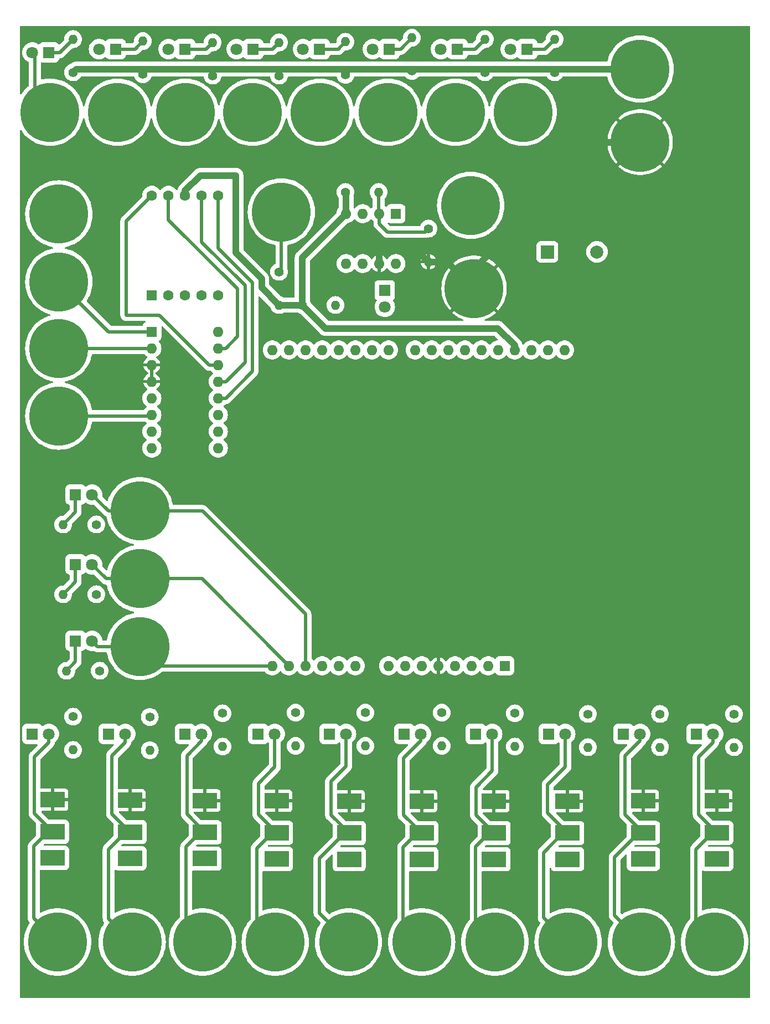
<source format=gbr>
%TF.GenerationSoftware,KiCad,Pcbnew,7.0.6*%
%TF.CreationDate,2023-07-20T19:54:13+05:30*%
%TF.ProjectId,trainer kit arduino proto,74726169-6e65-4722-906b-697420617264,rev?*%
%TF.SameCoordinates,Original*%
%TF.FileFunction,Copper,L1,Top*%
%TF.FilePolarity,Positive*%
%FSLAX46Y46*%
G04 Gerber Fmt 4.6, Leading zero omitted, Abs format (unit mm)*
G04 Created by KiCad (PCBNEW 7.0.6) date 2023-07-20 19:54:13*
%MOMM*%
%LPD*%
G01*
G04 APERTURE LIST*
%TA.AperFunction,ComponentPad*%
%ADD10R,3.750000X2.400000*%
%TD*%
%TA.AperFunction,ComponentPad*%
%ADD11R,1.600000X1.600000*%
%TD*%
%TA.AperFunction,ComponentPad*%
%ADD12O,1.600000X1.600000*%
%TD*%
%TA.AperFunction,ComponentPad*%
%ADD13C,5.900000*%
%TD*%
%TA.AperFunction,ConnectorPad*%
%ADD14C,9.000000*%
%TD*%
%TA.AperFunction,ComponentPad*%
%ADD15R,1.800000X1.800000*%
%TD*%
%TA.AperFunction,ComponentPad*%
%ADD16C,1.800000*%
%TD*%
%TA.AperFunction,ComponentPad*%
%ADD17C,1.400000*%
%TD*%
%TA.AperFunction,ComponentPad*%
%ADD18O,1.400000X1.400000*%
%TD*%
%TA.AperFunction,ComponentPad*%
%ADD19C,1.600000*%
%TD*%
%TA.AperFunction,ComponentPad*%
%ADD20R,2.000000X2.000000*%
%TD*%
%TA.AperFunction,ComponentPad*%
%ADD21C,2.000000*%
%TD*%
%TA.AperFunction,Conductor*%
%ADD22C,0.500000*%
%TD*%
%TA.AperFunction,Conductor*%
%ADD23C,1.000000*%
%TD*%
G04 APERTURE END LIST*
D10*
%TO.P,SW10,1,A*%
%TO.N,+5V*%
X106600000Y-118420000D03*
%TO.P,SW10,2,B*%
%TO.N,Net-(BP10-A)*%
X106600000Y-123300000D03*
%TO.P,SW10,3,C*%
%TO.N,GNDREF*%
X106600000Y-127300000D03*
%TD*%
%TO.P,SW9,1,A*%
%TO.N,+5V*%
X95350000Y-118420000D03*
%TO.P,SW9,2,B*%
%TO.N,Net-(BP9-A)*%
X95350000Y-123300000D03*
%TO.P,SW9,3,C*%
%TO.N,GNDREF*%
X95350000Y-127300000D03*
%TD*%
%TO.P,SW8,3,C*%
%TO.N,GNDREF*%
X83750000Y-127350000D03*
%TO.P,SW8,2,B*%
%TO.N,Net-(BP8-A)*%
X83750000Y-123350000D03*
%TO.P,SW8,1,A*%
%TO.N,+5V*%
X83750000Y-118470000D03*
%TD*%
%TO.P,SW7,3,C*%
%TO.N,GNDREF*%
X72500000Y-127350000D03*
%TO.P,SW7,2,B*%
%TO.N,Net-(BP7-A)*%
X72500000Y-123350000D03*
%TO.P,SW7,1,A*%
%TO.N,+5V*%
X72500000Y-118470000D03*
%TD*%
%TO.P,SW6,1,A*%
%TO.N,+5V*%
X61450000Y-118470000D03*
%TO.P,SW6,2,B*%
%TO.N,Net-(BP6-A)*%
X61450000Y-123350000D03*
%TO.P,SW6,3,C*%
%TO.N,GNDREF*%
X61450000Y-127350000D03*
%TD*%
%TO.P,SW5,1,A*%
%TO.N,+5V*%
X50350000Y-118470000D03*
%TO.P,SW5,2,B*%
%TO.N,Net-(BP5-A)*%
X50350000Y-123350000D03*
%TO.P,SW5,3,C*%
%TO.N,GNDREF*%
X50350000Y-127350000D03*
%TD*%
%TO.P,SW4,1,A*%
%TO.N,+5V*%
X39250000Y-118420000D03*
%TO.P,SW4,2,B*%
%TO.N,Net-(BP4-A)*%
X39250000Y-123300000D03*
%TO.P,SW4,3,C*%
%TO.N,GNDREF*%
X39250000Y-127300000D03*
%TD*%
%TO.P,SW3,1,A*%
%TO.N,+5V*%
X28300000Y-118370000D03*
%TO.P,SW3,2,B*%
%TO.N,Net-(BP3-A)*%
X28300000Y-123250000D03*
%TO.P,SW3,3,C*%
%TO.N,GNDREF*%
X28300000Y-127250000D03*
%TD*%
%TO.P,SW2,3,C*%
%TO.N,GNDREF*%
X16850000Y-127200000D03*
%TO.P,SW2,2,B*%
%TO.N,Net-(BP2-A)*%
X16850000Y-123200000D03*
%TO.P,SW2,1,A*%
%TO.N,+5V*%
X16850000Y-118320000D03*
%TD*%
%TO.P,SW1,1,A*%
%TO.N,+5V*%
X5000000Y-118270000D03*
%TO.P,SW1,2,B*%
%TO.N,Net-(BP1-A)*%
X5000000Y-123150000D03*
%TO.P,SW1,3,C*%
%TO.N,GNDREF*%
X5000000Y-127150000D03*
%TD*%
D11*
%TO.P,A1,1,NC*%
%TO.N,unconnected-(A1-NC-Pad1)*%
X74151000Y-97790000D03*
D12*
%TO.P,A1,2,IOREF*%
%TO.N,unconnected-(A1-IOREF-Pad2)*%
X71611000Y-97790000D03*
%TO.P,A1,3,~{RESET}*%
%TO.N,unconnected-(A1-~{RESET}-Pad3)*%
X69071000Y-97790000D03*
%TO.P,A1,4,3V3*%
%TO.N,unconnected-(A1-3V3-Pad4)*%
X66531000Y-97790000D03*
%TO.P,A1,5,+5V*%
%TO.N,+5V*%
X63991000Y-97790000D03*
%TO.P,A1,6,GND*%
%TO.N,unconnected-(A1-GND-Pad6)*%
X61451000Y-97790000D03*
%TO.P,A1,7,GND*%
%TO.N,unconnected-(A1-GND-Pad7)*%
X58911000Y-97790000D03*
%TO.P,A1,8,VIN*%
%TO.N,unconnected-(A1-VIN-Pad8)*%
X56371000Y-97790000D03*
%TO.P,A1,9,A0*%
%TO.N,unconnected-(A1-A0-Pad9)*%
X51291000Y-97790000D03*
%TO.P,A1,10,A1*%
%TO.N,unconnected-(A1-A1-Pad10)*%
X48751000Y-97790000D03*
%TO.P,A1,11,A2*%
%TO.N,unconnected-(A1-A2-Pad11)*%
X46211000Y-97790000D03*
%TO.P,A1,12,A3*%
%TO.N,Net-(A1-A3)*%
X43671000Y-97790000D03*
%TO.P,A1,13,SDA/A4*%
%TO.N,Net-(BP29-A)*%
X41131000Y-97790000D03*
%TO.P,A1,14,SCL/A5*%
%TO.N,Net-(BP30-A)*%
X38591000Y-97790000D03*
%TO.P,A1,15,D0/RX*%
%TO.N,unconnected-(A1-D0{slash}RX-Pad15)*%
X38591000Y-49530000D03*
%TO.P,A1,16,D1/TX*%
%TO.N,unconnected-(A1-D1{slash}TX-Pad16)*%
X41131000Y-49530000D03*
%TO.P,A1,17,D2*%
%TO.N,unconnected-(A1-D2-Pad17)*%
X43671000Y-49530000D03*
%TO.P,A1,18,D3*%
%TO.N,unconnected-(A1-D3-Pad18)*%
X46211000Y-49530000D03*
%TO.P,A1,19,D4*%
%TO.N,unconnected-(A1-D4-Pad19)*%
X48751000Y-49530000D03*
%TO.P,A1,20,D5*%
%TO.N,unconnected-(A1-D5-Pad20)*%
X51291000Y-49530000D03*
%TO.P,A1,21,D6*%
%TO.N,unconnected-(A1-D6-Pad21)*%
X53831000Y-49530000D03*
%TO.P,A1,22,D7*%
%TO.N,unconnected-(A1-D7-Pad22)*%
X56371000Y-49530000D03*
%TO.P,A1,23,D8*%
%TO.N,unconnected-(A1-D8-Pad23)*%
X60431000Y-49530000D03*
%TO.P,A1,24,D9*%
%TO.N,unconnected-(A1-D9-Pad24)*%
X62971000Y-49530000D03*
%TO.P,A1,25,D10*%
%TO.N,unconnected-(A1-D10-Pad25)*%
X65511000Y-49530000D03*
%TO.P,A1,26,D11*%
%TO.N,unconnected-(A1-D11-Pad26)*%
X68051000Y-49530000D03*
%TO.P,A1,27,D12*%
%TO.N,unconnected-(A1-D12-Pad27)*%
X70591000Y-49530000D03*
%TO.P,A1,28,D13*%
%TO.N,unconnected-(A1-D13-Pad28)*%
X73131000Y-49530000D03*
%TO.P,A1,29,GND*%
%TO.N,GNDREF*%
X75671000Y-49530000D03*
%TO.P,A1,30,AREF*%
%TO.N,unconnected-(A1-AREF-Pad30)*%
X78211000Y-49530000D03*
%TO.P,A1,31,SDA/A4*%
%TO.N,unconnected-(A1-SDA{slash}A4-Pad31)*%
X80751000Y-49530000D03*
%TO.P,A1,32,SCL/A5*%
%TO.N,unconnected-(A1-SCL{slash}A5-Pad32)*%
X83291000Y-49530000D03*
%TD*%
D13*
%TO.P,BP2,1,A*%
%TO.N,Net-(BP2-A)*%
X17150000Y-140000000D03*
D14*
X17150000Y-140000000D03*
%TD*%
D13*
%TO.P,BP24,1,A*%
%TO.N,Net-(BP24-A)*%
X5952000Y-59626000D03*
D14*
X5952000Y-59626000D03*
%TD*%
D13*
%TO.P,BP5,1,A*%
%TO.N,Net-(BP5-A)*%
X50244000Y-140000000D03*
D14*
X50244000Y-140000000D03*
%TD*%
D15*
%TO.P,D18,1,K*%
%TO.N,Net-(D18-K)*%
X25256000Y-3556000D03*
D16*
%TO.P,D18,2,A*%
%TO.N,Net-(BP15-A)*%
X22716000Y-3556000D03*
%TD*%
D17*
%TO.P,R5,1*%
%TO.N,GNDREF*%
X19850000Y-105600000D03*
D18*
%TO.P,R5,2*%
%TO.N,Net-(D5-K)*%
X19850000Y-110680000D03*
%TD*%
D15*
%TO.P,D22,1,K*%
%TO.N,Net-(D22-K)*%
X66912000Y-3556000D03*
D16*
%TO.P,D22,2,A*%
%TO.N,Net-(BP19-A)*%
X64372000Y-3556000D03*
%TD*%
D13*
%TO.P,BP19,1,A*%
%TO.N,Net-(BP19-A)*%
X66610000Y-13208000D03*
D14*
X66610000Y-13208000D03*
%TD*%
D15*
%TO.P,D12,1,K*%
%TO.N,Net-(D12-K)*%
X92312000Y-108204000D03*
D16*
%TO.P,D12,2,A*%
%TO.N,Net-(BP9-A)*%
X94852000Y-108204000D03*
%TD*%
D15*
%TO.P,D21,1,K*%
%TO.N,Net-(D21-K)*%
X56503000Y-3556000D03*
D16*
%TO.P,D21,2,A*%
%TO.N,Net-(BP18-A)*%
X53963000Y-3556000D03*
%TD*%
D13*
%TO.P,BP13,1,A*%
%TO.N,Net-(BP13-A)*%
X4572000Y-13208000D03*
D14*
X4572000Y-13208000D03*
%TD*%
D11*
%TO.P,U4,1,E*%
%TO.N,Net-(U3-Qe)*%
X20176000Y-41148000D03*
D19*
%TO.P,U4,2,D*%
%TO.N,Net-(U3-Qd)*%
X22716000Y-41148000D03*
%TO.P,U4,3,CC*%
%TO.N,GNDREF*%
X25256000Y-41148000D03*
%TO.P,U4,4,C*%
%TO.N,Net-(U3-Qc)*%
X27796000Y-41148000D03*
%TO.P,U4,5,DP*%
%TO.N,unconnected-(U4-DP-Pad5)*%
X30336000Y-41148000D03*
%TO.P,U4,6,B*%
%TO.N,Net-(U3-Qb)*%
X30336000Y-25908000D03*
%TO.P,U4,7,A*%
%TO.N,Net-(U3-Qa)*%
X27796000Y-25908000D03*
%TO.P,U4,8,CC*%
%TO.N,GNDREF*%
X25256000Y-25908000D03*
%TO.P,U4,9,F*%
%TO.N,Net-(U3-Qf)*%
X22716000Y-25908000D03*
%TO.P,U4,10,G*%
%TO.N,Net-(U3-Qg)*%
X20176000Y-25908000D03*
%TD*%
D13*
%TO.P,BP22,1,A*%
%TO.N,+5V*%
X69452000Y-40132000D03*
D14*
X69452000Y-40132000D03*
%TD*%
D13*
%TO.P,BP14,1,A*%
%TO.N,Net-(BP14-A)*%
X14922000Y-13208000D03*
D14*
X14922000Y-13208000D03*
%TD*%
D13*
%TO.P,BP1,1,A*%
%TO.N,Net-(BP1-A)*%
X5750000Y-140000000D03*
D14*
X5750000Y-140000000D03*
%TD*%
D17*
%TO.P,R13,1*%
%TO.N,GNDREF*%
X109220000Y-105156000D03*
D18*
%TO.P,R13,2*%
%TO.N,Net-(D13-K)*%
X109220000Y-110236000D03*
%TD*%
D13*
%TO.P,BP21,1,A*%
%TO.N,Net-(BP21-A)*%
X68944000Y-27432000D03*
D14*
X68944000Y-27432000D03*
%TD*%
D15*
%TO.P,D16,1,K*%
%TO.N,Net-(D16-K)*%
X4428000Y-4064000D03*
D16*
%TO.P,D16,2,A*%
%TO.N,Net-(BP13-A)*%
X1888000Y-4064000D03*
%TD*%
D17*
%TO.P,R9,1*%
%TO.N,GNDREF*%
X64516000Y-104949000D03*
D18*
%TO.P,R9,2*%
%TO.N,Net-(D9-K)*%
X64516000Y-110029000D03*
%TD*%
D13*
%TO.P,BP4,1,A*%
%TO.N,Net-(BP4-A)*%
X39044000Y-140000000D03*
D14*
X39044000Y-140000000D03*
%TD*%
D17*
%TO.P,R6,1*%
%TO.N,GNDREF*%
X30988000Y-105052500D03*
D18*
%TO.P,R6,2*%
%TO.N,Net-(D6-K)*%
X30988000Y-110132500D03*
%TD*%
D15*
%TO.P,D23,1,K*%
%TO.N,Net-(D23-K)*%
X77580000Y-3556000D03*
D16*
%TO.P,D23,2,A*%
%TO.N,Net-(BP20-A)*%
X75040000Y-3556000D03*
%TD*%
D17*
%TO.P,R17,1*%
%TO.N,GNDREF*%
X18796000Y-7413000D03*
D18*
%TO.P,R17,2*%
%TO.N,Net-(D17-K)*%
X18796000Y-2333000D03*
%TD*%
D17*
%TO.P,R8,1*%
%TO.N,GNDREF*%
X52832000Y-104949000D03*
D18*
%TO.P,R8,2*%
%TO.N,Net-(D8-K)*%
X52832000Y-110029000D03*
%TD*%
D15*
%TO.P,D3,1,K*%
%TO.N,Net-(D3-K)*%
X8492000Y-93980000D03*
D16*
%TO.P,D3,2,A*%
%TO.N,Net-(BP30-A)*%
X11032000Y-93980000D03*
%TD*%
D15*
%TO.P,D8,1,K*%
%TO.N,Net-(D8-K)*%
X47349000Y-108204000D03*
D16*
%TO.P,D8,2,A*%
%TO.N,Net-(BP5-A)*%
X49889000Y-108204000D03*
%TD*%
D15*
%TO.P,D25,1,K*%
%TO.N,Net-(D25-K)*%
X55804000Y-40412000D03*
D16*
%TO.P,D25,2,A*%
%TO.N,Net-(D25-A)*%
X55804000Y-42952000D03*
%TD*%
D17*
%TO.P,R7,1*%
%TO.N,GNDREF*%
X42164000Y-104949000D03*
D18*
%TO.P,R7,2*%
%TO.N,Net-(D7-K)*%
X42164000Y-110029000D03*
%TD*%
D13*
%TO.P,BP26,1,A*%
%TO.N,Net-(BP26-A)*%
X5952000Y-39116000D03*
D14*
X5952000Y-39116000D03*
%TD*%
D15*
%TO.P,D19,1,K*%
%TO.N,Net-(D19-K)*%
X35675000Y-3556000D03*
D16*
%TO.P,D19,2,A*%
%TO.N,Net-(BP16-A)*%
X33135000Y-3556000D03*
%TD*%
D13*
%TO.P,BP3,1,A*%
%TO.N,Net-(BP3-A)*%
X27900000Y-140000000D03*
D14*
X27900000Y-140000000D03*
%TD*%
D13*
%TO.P,BP29,1,A*%
%TO.N,Net-(BP29-A)*%
X18335000Y-84477000D03*
D14*
X18335000Y-84477000D03*
%TD*%
D17*
%TO.P,R24,1*%
%TO.N,Net-(U2--)*%
X62484000Y-30988000D03*
D18*
%TO.P,R24,2*%
%TO.N,+5V*%
X62484000Y-36068000D03*
%TD*%
D15*
%TO.P,D10,1,K*%
%TO.N,Net-(D10-K)*%
X69701000Y-108204000D03*
D16*
%TO.P,D10,2,A*%
%TO.N,Net-(BP7-A)*%
X72241000Y-108204000D03*
%TD*%
D13*
%TO.P,BP28,1,A*%
%TO.N,Net-(A1-A3)*%
X18335000Y-74127000D03*
D14*
X18335000Y-74127000D03*
%TD*%
D11*
%TO.P,U2,1,NULL*%
%TO.N,unconnected-(U2-NULL-Pad1)*%
X57504000Y-28712000D03*
D12*
%TO.P,U2,2,-*%
%TO.N,Net-(U2--)*%
X54964000Y-28712000D03*
%TO.P,U2,3,+*%
%TO.N,/V(input)*%
X52424000Y-28712000D03*
%TO.P,U2,4,V-*%
%TO.N,GNDREF*%
X49884000Y-28712000D03*
%TO.P,U2,5,NULL*%
%TO.N,unconnected-(U2-NULL-Pad5)*%
X49884000Y-36332000D03*
%TO.P,U2,6*%
%TO.N,Net-(D25-A)*%
X52424000Y-36332000D03*
%TO.P,U2,7,V+*%
%TO.N,+5V*%
X54964000Y-36332000D03*
%TO.P,U2,8,NC*%
%TO.N,unconnected-(U2-NC-Pad8)*%
X57504000Y-36332000D03*
%TD*%
D17*
%TO.P,R14,1*%
%TO.N,/V(input)*%
X39624000Y-37592000D03*
D18*
%TO.P,R14,2*%
%TO.N,GNDREF*%
X39624000Y-42672000D03*
%TD*%
D13*
%TO.P,BP9,1,A*%
%TO.N,Net-(BP9-A)*%
X95044000Y-140000000D03*
D14*
X95044000Y-140000000D03*
%TD*%
D13*
%TO.P,BP16,1,A*%
%TO.N,Net-(BP16-A)*%
X35560000Y-13208000D03*
D14*
X35560000Y-13208000D03*
%TD*%
D17*
%TO.P,R26,1*%
%TO.N,GNDREF*%
X43180000Y-42672000D03*
D18*
%TO.P,R26,2*%
%TO.N,Net-(D25-K)*%
X48260000Y-42672000D03*
%TD*%
D17*
%TO.P,R10,1*%
%TO.N,GNDREF*%
X75692000Y-105052500D03*
D18*
%TO.P,R10,2*%
%TO.N,Net-(D10-K)*%
X75692000Y-110132500D03*
%TD*%
D13*
%TO.P,BP11,1,A*%
%TO.N,GNDREF*%
X94852000Y-6604000D03*
D14*
X94852000Y-6604000D03*
%TD*%
D15*
%TO.P,D9,1,K*%
%TO.N,Net-(D9-K)*%
X58784000Y-108204000D03*
D16*
%TO.P,D9,2,A*%
%TO.N,Net-(BP6-A)*%
X61324000Y-108204000D03*
%TD*%
D13*
%TO.P,BP23,1,A*%
%TO.N,/V(input)*%
X39988000Y-28448000D03*
D14*
X39988000Y-28448000D03*
%TD*%
D13*
%TO.P,BP8,1,A*%
%TO.N,Net-(BP8-A)*%
X83844000Y-140000000D03*
D14*
X83844000Y-140000000D03*
%TD*%
D17*
%TO.P,R3,1*%
%TO.N,GNDREF*%
X12192000Y-98552000D03*
D18*
%TO.P,R3,2*%
%TO.N,Net-(D3-K)*%
X7112000Y-98552000D03*
%TD*%
D17*
%TO.P,R21,1*%
%TO.N,GNDREF*%
X59944000Y-6905000D03*
D18*
%TO.P,R21,2*%
%TO.N,Net-(D21-K)*%
X59944000Y-1825000D03*
%TD*%
D15*
%TO.P,D1,1,K*%
%TO.N,Net-(D1-K)*%
X8492000Y-71628000D03*
D16*
%TO.P,D1,2,A*%
%TO.N,Net-(A1-A3)*%
X11032000Y-71628000D03*
%TD*%
D17*
%TO.P,R2,1*%
%TO.N,GNDREF*%
X11684000Y-86868000D03*
D18*
%TO.P,R2,2*%
%TO.N,Net-(D2-K)*%
X6604000Y-86868000D03*
%TD*%
D17*
%TO.P,R19,1*%
%TO.N,GNDREF*%
X39624000Y-7620000D03*
D18*
%TO.P,R19,2*%
%TO.N,Net-(D19-K)*%
X39624000Y-2540000D03*
%TD*%
D15*
%TO.P,D7,1,K*%
%TO.N,Net-(D7-K)*%
X36432000Y-108204000D03*
D16*
%TO.P,D7,2,A*%
%TO.N,Net-(BP4-A)*%
X38972000Y-108204000D03*
%TD*%
D15*
%TO.P,D17,1,K*%
%TO.N,Net-(D17-K)*%
X14626000Y-3556000D03*
D16*
%TO.P,D17,2,A*%
%TO.N,Net-(BP14-A)*%
X12086000Y-3556000D03*
%TD*%
D13*
%TO.P,BP7,1,A*%
%TO.N,Net-(BP7-A)*%
X72644000Y-140000000D03*
D14*
X72644000Y-140000000D03*
%TD*%
D13*
%TO.P,BP27,1,A*%
%TO.N,Net-(BP27-A)*%
X5952000Y-28766000D03*
D14*
X5952000Y-28766000D03*
%TD*%
D15*
%TO.P,D6,1,K*%
%TO.N,Net-(D6-K)*%
X25256000Y-108204000D03*
D16*
%TO.P,D6,2,A*%
%TO.N,Net-(BP3-A)*%
X27796000Y-108204000D03*
%TD*%
D15*
%TO.P,D11,1,K*%
%TO.N,Net-(D11-K)*%
X80877000Y-108204000D03*
D16*
%TO.P,D11,2,A*%
%TO.N,Net-(BP8-A)*%
X83417000Y-108204000D03*
%TD*%
D17*
%TO.P,R23,1*%
%TO.N,GNDREF*%
X81788000Y-7112000D03*
D18*
%TO.P,R23,2*%
%TO.N,Net-(D23-K)*%
X81788000Y-2032000D03*
%TD*%
D11*
%TO.P,U3,1,DB*%
%TO.N,Net-(BP26-A)*%
X20176000Y-46736000D03*
D12*
%TO.P,U3,2,DC*%
%TO.N,Net-(BP25-A)*%
X20176000Y-49276000D03*
%TO.P,U3,3,~{LT}*%
%TO.N,+5V*%
X20176000Y-51816000D03*
%TO.P,U3,4,~{BI}*%
X20176000Y-54356000D03*
%TO.P,U3,5,~{EL}*%
%TO.N,GNDREF*%
X20176000Y-56896000D03*
%TO.P,U3,6,DD*%
%TO.N,Net-(BP24-A)*%
X20176000Y-59436000D03*
%TO.P,U3,7,DA*%
%TO.N,Net-(BP27-A)*%
X20176000Y-61976000D03*
%TO.P,U3,8,Vss*%
%TO.N,Vss*%
X20176000Y-64516000D03*
%TO.P,U3,9,Qe*%
%TO.N,Net-(U3-Qe)*%
X30336000Y-64516000D03*
%TO.P,U3,10,Qd*%
%TO.N,Net-(U3-Qd)*%
X30336000Y-61976000D03*
%TO.P,U3,11,Qc*%
%TO.N,Net-(U3-Qc)*%
X30336000Y-59436000D03*
%TO.P,U3,12,Qb*%
%TO.N,Net-(U3-Qb)*%
X30336000Y-56896000D03*
%TO.P,U3,13,Qa*%
%TO.N,Net-(U3-Qa)*%
X30336000Y-54356000D03*
%TO.P,U3,14,Qg*%
%TO.N,Net-(U3-Qg)*%
X30336000Y-51816000D03*
%TO.P,U3,15,Qf*%
%TO.N,Net-(U3-Qf)*%
X30336000Y-49276000D03*
%TO.P,U3,16,Vdd*%
%TO.N,Vdd*%
X30336000Y-46736000D03*
%TD*%
D16*
%TO.P,D13,2,A*%
%TO.N,Net-(BP10-A)*%
X106028000Y-108204000D03*
D15*
%TO.P,D13,1,K*%
%TO.N,Net-(D13-K)*%
X103488000Y-108204000D03*
%TD*%
D17*
%TO.P,R22,1*%
%TO.N,GNDREF*%
X71120000Y-7112000D03*
D18*
%TO.P,R22,2*%
%TO.N,Net-(D22-K)*%
X71120000Y-2032000D03*
%TD*%
D17*
%TO.P,R4,1*%
%TO.N,GNDREF*%
X8128000Y-105560500D03*
D18*
%TO.P,R4,2*%
%TO.N,Net-(D4-K)*%
X8128000Y-110640500D03*
%TD*%
D15*
%TO.P,D4,1,K*%
%TO.N,Net-(D4-K)*%
X1888000Y-108204000D03*
D16*
%TO.P,D4,2,A*%
%TO.N,Net-(BP1-A)*%
X4428000Y-108204000D03*
%TD*%
D17*
%TO.P,R11,1*%
%TO.N,GNDREF*%
X86868000Y-105156000D03*
D18*
%TO.P,R11,2*%
%TO.N,Net-(D11-K)*%
X86868000Y-110236000D03*
%TD*%
D17*
%TO.P,R18,1*%
%TO.N,GNDREF*%
X29464000Y-7620000D03*
D18*
%TO.P,R18,2*%
%TO.N,Net-(D18-K)*%
X29464000Y-2540000D03*
%TD*%
D17*
%TO.P,R25,1*%
%TO.N,GNDREF*%
X49784000Y-25400000D03*
D18*
%TO.P,R25,2*%
%TO.N,Net-(U2--)*%
X54864000Y-25400000D03*
%TD*%
D17*
%TO.P,R16,1*%
%TO.N,GNDREF*%
X8128000Y-7112000D03*
D18*
%TO.P,R16,2*%
%TO.N,Net-(D16-K)*%
X8128000Y-2032000D03*
%TD*%
D15*
%TO.P,D5,1,K*%
%TO.N,Net-(D5-K)*%
X13572000Y-108204000D03*
D16*
%TO.P,D5,2,A*%
%TO.N,Net-(BP2-A)*%
X16112000Y-108204000D03*
%TD*%
D13*
%TO.P,BP18,1,A*%
%TO.N,Net-(BP18-A)*%
X56260000Y-13208000D03*
D14*
X56260000Y-13208000D03*
%TD*%
D13*
%TO.P,BP12,1,A*%
%TO.N,+5V*%
X94852000Y-17780000D03*
D14*
X94852000Y-17780000D03*
%TD*%
D17*
%TO.P,R12,1*%
%TO.N,GNDREF*%
X97900000Y-105156000D03*
D18*
%TO.P,R12,2*%
%TO.N,Net-(D12-K)*%
X97900000Y-110236000D03*
%TD*%
D13*
%TO.P,BP25,1,A*%
%TO.N,Net-(BP25-A)*%
X5952000Y-49276000D03*
D14*
X5952000Y-49276000D03*
%TD*%
D20*
%TO.P,D24,1,K*%
%TO.N,Net-(BP21-A)*%
X80648000Y-34544000D03*
D21*
%TO.P,D24,2,A*%
%TO.N,GNDREF*%
X88248000Y-34544000D03*
%TD*%
D17*
%TO.P,R20,1*%
%TO.N,GNDREF*%
X49784000Y-7516500D03*
D18*
%TO.P,R20,2*%
%TO.N,Net-(D20-K)*%
X49784000Y-2436500D03*
%TD*%
D17*
%TO.P,R1,1*%
%TO.N,GNDREF*%
X11684000Y-76200000D03*
D18*
%TO.P,R1,2*%
%TO.N,Net-(D1-K)*%
X6604000Y-76200000D03*
%TD*%
D15*
%TO.P,D20,1,K*%
%TO.N,Net-(D20-K)*%
X45835000Y-3556000D03*
D16*
%TO.P,D20,2,A*%
%TO.N,Net-(BP17-A)*%
X43295000Y-3556000D03*
%TD*%
D13*
%TO.P,BP20,1,A*%
%TO.N,Net-(BP20-A)*%
X76960000Y-13208000D03*
D14*
X76960000Y-13208000D03*
%TD*%
D15*
%TO.P,D2,1,K*%
%TO.N,Net-(D2-K)*%
X8492000Y-82296000D03*
D16*
%TO.P,D2,2,A*%
%TO.N,Net-(BP29-A)*%
X11032000Y-82296000D03*
%TD*%
D13*
%TO.P,BP10,1,A*%
%TO.N,Net-(BP10-A)*%
X106244000Y-140000000D03*
D14*
X106244000Y-140000000D03*
%TD*%
D13*
%TO.P,BP17,1,A*%
%TO.N,Net-(BP17-A)*%
X45910000Y-13208000D03*
D14*
X45910000Y-13208000D03*
%TD*%
D13*
%TO.P,BP30,1,A*%
%TO.N,Net-(BP30-A)*%
X18335000Y-94827000D03*
D14*
X18335000Y-94827000D03*
%TD*%
D13*
%TO.P,BP6,1,A*%
%TO.N,Net-(BP6-A)*%
X61444000Y-140000000D03*
D14*
X61444000Y-140000000D03*
%TD*%
D13*
%TO.P,BP15,1,A*%
%TO.N,Net-(BP15-A)*%
X25272000Y-13208000D03*
D14*
X25272000Y-13208000D03*
%TD*%
D22*
%TO.N,Net-(BP10-A)*%
X106600000Y-123300000D02*
X105925000Y-123300000D01*
X105925000Y-123300000D02*
X103400000Y-125825000D01*
X103400000Y-125825000D02*
X103400000Y-137156000D01*
X103400000Y-137156000D02*
X106244000Y-140000000D01*
X106028000Y-108204000D02*
X106028000Y-109476792D01*
X106028000Y-109476792D02*
X103800000Y-111704792D01*
X103800000Y-111704792D02*
X103800000Y-120500000D01*
X103800000Y-120500000D02*
X106600000Y-123300000D01*
%TO.N,Net-(BP9-A)*%
X95350000Y-123300000D02*
X94675000Y-123300000D01*
X94675000Y-123300000D02*
X90950000Y-127025000D01*
X90950000Y-127025000D02*
X90950000Y-135906000D01*
X90950000Y-135906000D02*
X95044000Y-140000000D01*
X94852000Y-108204000D02*
X94852000Y-109264000D01*
X94852000Y-109264000D02*
X92575000Y-111541000D01*
X92575000Y-111541000D02*
X92575000Y-120525000D01*
X92575000Y-120525000D02*
X95350000Y-123300000D01*
%TO.N,Net-(BP8-A)*%
X83750000Y-123350000D02*
X83075000Y-123350000D01*
X83075000Y-123350000D02*
X80100000Y-126325000D01*
X80100000Y-126325000D02*
X80100000Y-136256000D01*
X80100000Y-136256000D02*
X83844000Y-140000000D01*
X83417000Y-108204000D02*
X83417000Y-113262000D01*
X83417000Y-113262000D02*
X80700000Y-115979000D01*
X80700000Y-115979000D02*
X80700000Y-120300000D01*
X80700000Y-120300000D02*
X83750000Y-123350000D01*
%TO.N,Net-(BP7-A)*%
X72500000Y-123350000D02*
X71825000Y-123350000D01*
X71825000Y-123350000D02*
X69700000Y-125475000D01*
X69700000Y-125475000D02*
X69700000Y-137056000D01*
X69700000Y-137056000D02*
X72644000Y-140000000D01*
X72241000Y-108204000D02*
X72241000Y-113854000D01*
X72241000Y-113854000D02*
X69725000Y-116370000D01*
X69725000Y-116370000D02*
X69725000Y-120575000D01*
X69725000Y-120575000D02*
X72500000Y-123350000D01*
%TO.N,Net-(BP6-A)*%
X61450000Y-123350000D02*
X60775000Y-123350000D01*
X60775000Y-123350000D02*
X58600000Y-125525000D01*
X58600000Y-125525000D02*
X58600000Y-137156000D01*
X58600000Y-137156000D02*
X61444000Y-140000000D01*
X61324000Y-108204000D02*
X61324000Y-109264000D01*
X58675000Y-111913000D02*
X58675000Y-120575000D01*
X61324000Y-109264000D02*
X58675000Y-111913000D01*
X58675000Y-120575000D02*
X61450000Y-123350000D01*
%TO.N,Net-(BP4-A)*%
X39250000Y-123300000D02*
X38575000Y-123300000D01*
X38575000Y-123300000D02*
X36200000Y-125675000D01*
X36200000Y-125675000D02*
X36200000Y-137156000D01*
X36200000Y-137156000D02*
X39044000Y-140000000D01*
%TO.N,Net-(BP5-A)*%
X50350000Y-123350000D02*
X49675000Y-123350000D01*
X49675000Y-123350000D02*
X45800000Y-127225000D01*
X45800000Y-127225000D02*
X45800000Y-135556000D01*
X45800000Y-135556000D02*
X50244000Y-140000000D01*
X49889000Y-108204000D02*
X49889000Y-113134000D01*
X49889000Y-113134000D02*
X47575000Y-115448000D01*
X47575000Y-115448000D02*
X47575000Y-120575000D01*
X47575000Y-120575000D02*
X50350000Y-123350000D01*
%TO.N,Net-(BP3-A)*%
X28300000Y-123250000D02*
X27625000Y-123250000D01*
X25400000Y-137500000D02*
X27900000Y-140000000D01*
X27625000Y-123250000D02*
X25400000Y-125475000D01*
X25400000Y-125475000D02*
X25400000Y-137500000D01*
%TO.N,Net-(BP4-A)*%
X38972000Y-108204000D02*
X38972000Y-113267000D01*
X38972000Y-113267000D02*
X36475000Y-115764000D01*
X36475000Y-115764000D02*
X36475000Y-120525000D01*
X36475000Y-120525000D02*
X39250000Y-123300000D01*
%TO.N,Net-(BP3-A)*%
X27796000Y-108204000D02*
X27796000Y-109264000D01*
X27796000Y-109264000D02*
X25525000Y-111535000D01*
X25525000Y-111535000D02*
X25525000Y-120475000D01*
X25525000Y-120475000D02*
X28300000Y-123250000D01*
%TO.N,Net-(BP2-A)*%
X16850000Y-123200000D02*
X16175000Y-123200000D01*
X16175000Y-123200000D02*
X13550000Y-125825000D01*
X13550000Y-125825000D02*
X13550000Y-136400000D01*
X13550000Y-136400000D02*
X17150000Y-140000000D01*
X16112000Y-108204000D02*
X16112000Y-109476792D01*
X16112000Y-109476792D02*
X14075000Y-111513792D01*
X14075000Y-111513792D02*
X14075000Y-120425000D01*
X14075000Y-120425000D02*
X16850000Y-123200000D01*
%TO.N,Net-(BP1-A)*%
X5000000Y-123150000D02*
X4325000Y-123150000D01*
X4325000Y-123150000D02*
X2100000Y-125375000D01*
X2100000Y-125375000D02*
X2100000Y-136350000D01*
X2100000Y-136350000D02*
X5750000Y-140000000D01*
X4428000Y-108204000D02*
X4428000Y-109476792D01*
X2225000Y-111679792D02*
X2225000Y-120375000D01*
X4428000Y-109476792D02*
X2225000Y-111679792D01*
X2225000Y-120375000D02*
X5000000Y-123150000D01*
D23*
%TO.N,GNDREF*%
X75671000Y-49530000D02*
X75671000Y-48817308D01*
X94852000Y-6604000D02*
X81788000Y-6604000D01*
X81788000Y-7112000D02*
X81788000Y-6604000D01*
X49784000Y-7516500D02*
X49784000Y-6604000D01*
X36960000Y-40008000D02*
X36960000Y-38650323D01*
X39624000Y-6604000D02*
X29464000Y-6604000D01*
X18796000Y-7413000D02*
X18796000Y-6604000D01*
X39624000Y-7620000D02*
X39624000Y-6604000D01*
X18796000Y-6604000D02*
X8636000Y-6604000D01*
X75671000Y-48817308D02*
X73081692Y-46228000D01*
X39624000Y-42672000D02*
X43180000Y-42672000D01*
X8636000Y-6604000D02*
X8128000Y-7112000D01*
X25256000Y-25195308D02*
X25256000Y-25908000D01*
X81788000Y-6604000D02*
X71120000Y-6604000D01*
X29464000Y-7620000D02*
X29464000Y-6604000D01*
X71120000Y-6604000D02*
X59944000Y-6604000D01*
X43180000Y-35416000D02*
X43180000Y-42672000D01*
X39624000Y-42672000D02*
X36960000Y-40008000D01*
X59944000Y-6905000D02*
X59944000Y-6604000D01*
X33020000Y-22860000D02*
X27591308Y-22860000D01*
X49884000Y-25500000D02*
X49784000Y-25400000D01*
X46736000Y-46228000D02*
X43180000Y-42672000D01*
X49884000Y-28712000D02*
X43180000Y-35416000D01*
X29464000Y-6604000D02*
X18796000Y-6604000D01*
X49884000Y-28712000D02*
X49884000Y-25500000D01*
X73081692Y-46228000D02*
X46736000Y-46228000D01*
X33020000Y-34710323D02*
X33020000Y-22860000D01*
X36960000Y-38650323D02*
X33020000Y-34710323D01*
X59944000Y-6604000D02*
X49784000Y-6604000D01*
X49784000Y-6604000D02*
X39624000Y-6604000D01*
X71120000Y-7112000D02*
X71120000Y-6604000D01*
X27591308Y-22860000D02*
X25256000Y-25195308D01*
D22*
%TO.N,Net-(U2--)*%
X56188000Y-31496000D02*
X61976000Y-31496000D01*
X54964000Y-28712000D02*
X54964000Y-30272000D01*
X54864000Y-25400000D02*
X54864000Y-28612000D01*
X54864000Y-28612000D02*
X54964000Y-28712000D01*
X61976000Y-31496000D02*
X62484000Y-30988000D01*
X54964000Y-30272000D02*
X56188000Y-31496000D01*
D23*
%TO.N,+5V*%
X69452000Y-37228000D02*
X69452000Y-40132000D01*
X94852000Y-17780000D02*
X88900000Y-17780000D01*
X65388000Y-36068000D02*
X69452000Y-40132000D01*
X62484000Y-36068000D02*
X65388000Y-36068000D01*
X59944000Y-33528000D02*
X56388000Y-33528000D01*
X54964000Y-34952000D02*
X54964000Y-36332000D01*
X56388000Y-33528000D02*
X54964000Y-34952000D01*
X62484000Y-36068000D02*
X59944000Y-33528000D01*
X88900000Y-17780000D02*
X69452000Y-37228000D01*
D22*
%TO.N,Net-(D23-K)*%
X80264000Y-3556000D02*
X81788000Y-2032000D01*
X77580000Y-3556000D02*
X80264000Y-3556000D01*
%TO.N,Net-(D22-K)*%
X69596000Y-3556000D02*
X71120000Y-2032000D01*
X66912000Y-3556000D02*
X69596000Y-3556000D01*
%TO.N,Net-(D21-K)*%
X56503000Y-3556000D02*
X58213000Y-3556000D01*
X58213000Y-3556000D02*
X59944000Y-1825000D01*
%TO.N,Net-(D20-K)*%
X48664500Y-3556000D02*
X49784000Y-2436500D01*
X45835000Y-3556000D02*
X48664500Y-3556000D01*
%TO.N,Net-(D19-K)*%
X35675000Y-3556000D02*
X38608000Y-3556000D01*
X38608000Y-3556000D02*
X39624000Y-2540000D01*
%TO.N,Net-(D18-K)*%
X25256000Y-3556000D02*
X28448000Y-3556000D01*
X28448000Y-3556000D02*
X29464000Y-2540000D01*
%TO.N,Net-(D17-K)*%
X17573000Y-3556000D02*
X18796000Y-2333000D01*
X14626000Y-3556000D02*
X17573000Y-3556000D01*
%TO.N,Net-(D16-K)*%
X4428000Y-4064000D02*
X6096000Y-4064000D01*
X6096000Y-4064000D02*
X8128000Y-2032000D01*
%TO.N,/V(input)*%
X39988000Y-37228000D02*
X39624000Y-37592000D01*
X39988000Y-28448000D02*
X39988000Y-37228000D01*
%TO.N,Net-(D1-K)*%
X8492000Y-71628000D02*
X8492000Y-74312000D01*
X8492000Y-74312000D02*
X6604000Y-76200000D01*
%TO.N,Net-(D2-K)*%
X8492000Y-84980000D02*
X6604000Y-86868000D01*
X8492000Y-82296000D02*
X8492000Y-84980000D01*
%TO.N,Net-(D3-K)*%
X8492000Y-97172000D02*
X7112000Y-98552000D01*
X8492000Y-93980000D02*
X8492000Y-97172000D01*
%TO.N,Net-(BP26-A)*%
X20176000Y-46736000D02*
X13572000Y-46736000D01*
X13572000Y-46736000D02*
X5952000Y-39116000D01*
%TO.N,Net-(BP25-A)*%
X20176000Y-49276000D02*
X5952000Y-49276000D01*
%TO.N,Net-(BP24-A)*%
X5952000Y-59626000D02*
X19986000Y-59626000D01*
X19986000Y-59626000D02*
X20176000Y-59436000D01*
%TO.N,Net-(U3-Qb)*%
X30336000Y-34006222D02*
X35560000Y-39230222D01*
X31467370Y-56896000D02*
X30336000Y-56896000D01*
X35560000Y-52803370D02*
X31467370Y-56896000D01*
X30336000Y-25908000D02*
X30336000Y-34006222D01*
X35560000Y-39230222D02*
X35560000Y-52803370D01*
%TO.N,Net-(U3-Qa)*%
X27796000Y-25908000D02*
X27796000Y-33092568D01*
X34410000Y-51413370D02*
X31467370Y-54356000D01*
X34410000Y-39706568D02*
X34410000Y-51413370D01*
X27796000Y-33092568D02*
X34410000Y-39706568D01*
X31467370Y-54356000D02*
X30336000Y-54356000D01*
%TO.N,Net-(U3-Qg)*%
X16256000Y-29828000D02*
X16256000Y-44196000D01*
X20176000Y-25908000D02*
X16256000Y-29828000D01*
X28956000Y-51816000D02*
X30336000Y-51816000D01*
X21336000Y-44196000D02*
X28956000Y-51816000D01*
X16256000Y-44196000D02*
X21336000Y-44196000D01*
%TO.N,Net-(U3-Qf)*%
X33260000Y-47483370D02*
X31467370Y-49276000D01*
X31467370Y-49276000D02*
X30336000Y-49276000D01*
X22716000Y-25908000D02*
X22716000Y-29638914D01*
X22716000Y-29638914D02*
X33260000Y-40182914D01*
X33260000Y-40182914D02*
X33260000Y-47483370D01*
%TO.N,Net-(BP30-A)*%
X38591000Y-97790000D02*
X21298000Y-97790000D01*
X11879000Y-94827000D02*
X11032000Y-93980000D01*
X18335000Y-94827000D02*
X11879000Y-94827000D01*
X21298000Y-97790000D02*
X18335000Y-94827000D01*
%TO.N,Net-(BP29-A)*%
X18335000Y-84477000D02*
X13213000Y-84477000D01*
X27818000Y-84477000D02*
X18335000Y-84477000D01*
X13213000Y-84477000D02*
X11032000Y-82296000D01*
X41131000Y-97790000D02*
X27818000Y-84477000D01*
%TO.N,Net-(BP13-A)*%
X2278000Y-4310000D02*
X2278000Y-10914000D01*
X2278000Y-10914000D02*
X4572000Y-13208000D01*
X2032000Y-4064000D02*
X2278000Y-4310000D01*
X1888000Y-4064000D02*
X2032000Y-4064000D01*
%TO.N,Net-(A1-A3)*%
X27899000Y-74127000D02*
X18335000Y-74127000D01*
X18335000Y-74127000D02*
X13531000Y-74127000D01*
X13531000Y-74127000D02*
X11032000Y-71628000D01*
X43671000Y-97790000D02*
X43671000Y-89899000D01*
X43671000Y-89899000D02*
X27899000Y-74127000D01*
%TD*%
%TA.AperFunction,Conductor*%
%TO.N,+5V*%
G36*
X19046088Y-50196185D02*
G01*
X19070279Y-50216517D01*
X19190238Y-50346827D01*
X19190242Y-50346830D01*
X19379924Y-50494466D01*
X19379935Y-50494473D01*
X19438598Y-50526220D01*
X19488189Y-50575439D01*
X19503297Y-50643656D01*
X19479127Y-50709212D01*
X19450705Y-50736849D01*
X19337183Y-50816338D01*
X19176342Y-50977179D01*
X19045865Y-51163517D01*
X18949734Y-51369673D01*
X18949730Y-51369682D01*
X18897127Y-51565999D01*
X18897128Y-51566000D01*
X19860314Y-51566000D01*
X19848359Y-51577955D01*
X19790835Y-51690852D01*
X19771014Y-51816000D01*
X19790835Y-51941148D01*
X19848359Y-52054045D01*
X19860314Y-52066000D01*
X18897128Y-52066000D01*
X18949730Y-52262317D01*
X18949734Y-52262326D01*
X19045865Y-52468482D01*
X19176342Y-52654820D01*
X19337179Y-52815657D01*
X19523517Y-52946134D01*
X19582457Y-52973618D01*
X19634896Y-53019790D01*
X19654048Y-53086984D01*
X19633832Y-53153865D01*
X19582457Y-53198382D01*
X19523517Y-53225865D01*
X19337179Y-53356342D01*
X19176342Y-53517179D01*
X19045865Y-53703517D01*
X18949734Y-53909673D01*
X18949730Y-53909682D01*
X18897127Y-54105999D01*
X18897128Y-54106000D01*
X19860314Y-54106000D01*
X19848359Y-54117955D01*
X19790835Y-54230852D01*
X19771014Y-54356000D01*
X19790835Y-54481148D01*
X19848359Y-54594045D01*
X19860314Y-54606000D01*
X18897128Y-54606000D01*
X18949730Y-54802317D01*
X18949734Y-54802326D01*
X19045865Y-55008482D01*
X19176342Y-55194820D01*
X19337182Y-55355660D01*
X19450704Y-55435149D01*
X19494329Y-55489726D01*
X19501522Y-55559224D01*
X19470000Y-55621579D01*
X19438600Y-55645778D01*
X19379935Y-55677526D01*
X19379924Y-55677533D01*
X19190242Y-55825169D01*
X19190239Y-55825172D01*
X19027430Y-56002029D01*
X19027427Y-56002033D01*
X18895951Y-56203270D01*
X18799389Y-56423410D01*
X18740379Y-56656440D01*
X18720529Y-56895994D01*
X18720529Y-56896005D01*
X18740379Y-57135559D01*
X18799389Y-57368589D01*
X18895951Y-57588729D01*
X18995645Y-57741320D01*
X19027429Y-57789969D01*
X19190236Y-57966825D01*
X19261144Y-58022014D01*
X19320414Y-58068147D01*
X19361227Y-58124857D01*
X19364901Y-58194630D01*
X19330269Y-58255313D01*
X19320414Y-58263853D01*
X19190238Y-58365173D01*
X19027430Y-58542029D01*
X19027427Y-58542033D01*
X18944265Y-58669322D01*
X18891119Y-58714679D01*
X18840457Y-58725500D01*
X11127437Y-58725500D01*
X11060398Y-58705815D01*
X11014643Y-58653011D01*
X11006376Y-58628339D01*
X10931740Y-58291676D01*
X10796495Y-57862739D01*
X10666264Y-57548333D01*
X10624386Y-57447231D01*
X10624385Y-57447229D01*
X10416716Y-57048302D01*
X10416713Y-57048297D01*
X10175062Y-56668980D01*
X9901271Y-56312168D01*
X9597423Y-55980577D01*
X9265832Y-55676729D01*
X9265828Y-55676726D01*
X9265826Y-55676724D01*
X8909020Y-55402938D01*
X8575598Y-55190525D01*
X8529704Y-55161287D01*
X8529702Y-55161286D01*
X8529699Y-55161284D01*
X8130771Y-54953615D01*
X7715261Y-54781505D01*
X7715257Y-54781503D01*
X7715253Y-54781502D01*
X7565661Y-54734335D01*
X7286324Y-54646260D01*
X7175282Y-54621643D01*
X6951626Y-54572059D01*
X6890439Y-54538333D01*
X6857197Y-54476877D01*
X6862458Y-54407206D01*
X6904551Y-54351439D01*
X6951626Y-54329940D01*
X7175282Y-54280356D01*
X7286324Y-54255740D01*
X7565661Y-54167664D01*
X7715253Y-54120498D01*
X7715257Y-54120496D01*
X7715261Y-54120495D01*
X8130771Y-53948385D01*
X8529699Y-53740716D01*
X8909020Y-53499062D01*
X9265826Y-53225276D01*
X9265828Y-53225273D01*
X9265832Y-53225271D01*
X9597423Y-52921423D01*
X9901271Y-52589832D01*
X9919129Y-52566560D01*
X10175062Y-52233020D01*
X10232003Y-52143641D01*
X10416713Y-51853704D01*
X10561050Y-51576437D01*
X10624385Y-51454771D01*
X10640445Y-51416000D01*
X10796498Y-51039253D01*
X10866783Y-50816338D01*
X10931740Y-50610324D01*
X11006376Y-50273661D01*
X11040104Y-50212472D01*
X11101560Y-50179230D01*
X11127437Y-50176500D01*
X18979049Y-50176500D01*
X19046088Y-50196185D01*
G37*
%TD.AperFunction*%
%TA.AperFunction,Conductor*%
G36*
X20426000Y-54040314D02*
G01*
X20414045Y-54028359D01*
X20301148Y-53970835D01*
X20207481Y-53956000D01*
X20144519Y-53956000D01*
X20050852Y-53970835D01*
X19937955Y-54028359D01*
X19926000Y-54040314D01*
X19926000Y-52131686D01*
X19937955Y-52143641D01*
X20050852Y-52201165D01*
X20144519Y-52216000D01*
X20207481Y-52216000D01*
X20301148Y-52201165D01*
X20414045Y-52143641D01*
X20426000Y-52131686D01*
X20426000Y-54040314D01*
G37*
%TD.AperFunction*%
%TA.AperFunction,Conductor*%
G36*
X111642539Y-20185D02*
G01*
X111688294Y-72989D01*
X111699500Y-124500D01*
X111699500Y-148425500D01*
X111679815Y-148492539D01*
X111627011Y-148538294D01*
X111575500Y-148549500D01*
X124500Y-148549500D01*
X57461Y-148529815D01*
X11706Y-148477011D01*
X500Y-148425500D01*
X500Y-109169696D01*
X337500Y-109169696D01*
X340401Y-109206567D01*
X340402Y-109206573D01*
X386254Y-109364393D01*
X386255Y-109364396D01*
X386256Y-109364398D01*
X387557Y-109366598D01*
X469917Y-109505862D01*
X469923Y-109505870D01*
X586129Y-109622076D01*
X586133Y-109622079D01*
X586135Y-109622081D01*
X727602Y-109705744D01*
X769224Y-109717836D01*
X885426Y-109751597D01*
X885429Y-109751597D01*
X885431Y-109751598D01*
X897223Y-109752526D01*
X922304Y-109754500D01*
X2577430Y-109754500D01*
X2644469Y-109774185D01*
X2690224Y-109826989D01*
X2700168Y-109896147D01*
X2671143Y-109959703D01*
X2665111Y-109966181D01*
X1645263Y-110986028D01*
X1630474Y-110998661D01*
X1619126Y-111006906D01*
X1572666Y-111058505D01*
X1570435Y-111060857D01*
X1554890Y-111076402D01*
X1554875Y-111076419D01*
X1541039Y-111093502D01*
X1538936Y-111095964D01*
X1492469Y-111147573D01*
X1492466Y-111147577D01*
X1485458Y-111159715D01*
X1474444Y-111175740D01*
X1465626Y-111186629D01*
X1465616Y-111186645D01*
X1434082Y-111248532D01*
X1432533Y-111251384D01*
X1397821Y-111311505D01*
X1393487Y-111324845D01*
X1386045Y-111342810D01*
X1380985Y-111352742D01*
X1379680Y-111355304D01*
X1361706Y-111422376D01*
X1360785Y-111425484D01*
X1339326Y-111491534D01*
X1339325Y-111491537D01*
X1337860Y-111505478D01*
X1334315Y-111524604D01*
X1330686Y-111538144D01*
X1327051Y-111607502D01*
X1326797Y-111610733D01*
X1326678Y-111611868D01*
X1324511Y-111632502D01*
X1324500Y-111632602D01*
X1324500Y-111654589D01*
X1324415Y-111657832D01*
X1320781Y-111727180D01*
X1322603Y-111738686D01*
X1322973Y-111741017D01*
X1324500Y-111760418D01*
X1324500Y-120294373D01*
X1322973Y-120313772D01*
X1321420Y-120323580D01*
X1320781Y-120327612D01*
X1323614Y-120381681D01*
X1324415Y-120396956D01*
X1324500Y-120400201D01*
X1324500Y-120422192D01*
X1325229Y-120429131D01*
X1326797Y-120444059D01*
X1327051Y-120447290D01*
X1330686Y-120516643D01*
X1330688Y-120516653D01*
X1334315Y-120530189D01*
X1337860Y-120549314D01*
X1338711Y-120557409D01*
X1339326Y-120563256D01*
X1359220Y-120624486D01*
X1360784Y-120629298D01*
X1361705Y-120632409D01*
X1379679Y-120699486D01*
X1379684Y-120699498D01*
X1386043Y-120711978D01*
X1393488Y-120729949D01*
X1394287Y-120732409D01*
X1397821Y-120743284D01*
X1401402Y-120749486D01*
X1432537Y-120803414D01*
X1434085Y-120806266D01*
X1452947Y-120843282D01*
X1465617Y-120868149D01*
X1465619Y-120868151D01*
X1465620Y-120868153D01*
X1474438Y-120879043D01*
X1485454Y-120895070D01*
X1492465Y-120907213D01*
X1492470Y-120907220D01*
X1538939Y-120958831D01*
X1541043Y-120961295D01*
X1554882Y-120978382D01*
X1570423Y-120993922D01*
X1572657Y-120996277D01*
X1619128Y-121047887D01*
X1630468Y-121056126D01*
X1645265Y-121068764D01*
X2438181Y-121861680D01*
X2471666Y-121923003D01*
X2474500Y-121949361D01*
X2474500Y-123675638D01*
X2454815Y-123742677D01*
X2438181Y-123763319D01*
X1520263Y-124681236D01*
X1505474Y-124693869D01*
X1494126Y-124702114D01*
X1447666Y-124753713D01*
X1445435Y-124756065D01*
X1429890Y-124771610D01*
X1429875Y-124771627D01*
X1416039Y-124788710D01*
X1413936Y-124791172D01*
X1367469Y-124842781D01*
X1367466Y-124842785D01*
X1360458Y-124854923D01*
X1349444Y-124870948D01*
X1340626Y-124881837D01*
X1340616Y-124881853D01*
X1309082Y-124943740D01*
X1307533Y-124946592D01*
X1272821Y-125006713D01*
X1268487Y-125020053D01*
X1261045Y-125038018D01*
X1257401Y-125045172D01*
X1254680Y-125050512D01*
X1236706Y-125117584D01*
X1235785Y-125120692D01*
X1214326Y-125186742D01*
X1214325Y-125186745D01*
X1212860Y-125200686D01*
X1209315Y-125219812D01*
X1205686Y-125233352D01*
X1202051Y-125302710D01*
X1201797Y-125305941D01*
X1199500Y-125327810D01*
X1199500Y-125349797D01*
X1199415Y-125353040D01*
X1195781Y-125422388D01*
X1197291Y-125431923D01*
X1197973Y-125436225D01*
X1199500Y-125455626D01*
X1199500Y-136269373D01*
X1197973Y-136288772D01*
X1195781Y-136302611D01*
X1199415Y-136371956D01*
X1199500Y-136375201D01*
X1199500Y-136397192D01*
X1199706Y-136399149D01*
X1201797Y-136419059D01*
X1202051Y-136422290D01*
X1205686Y-136491643D01*
X1205688Y-136491653D01*
X1209315Y-136505189D01*
X1212860Y-136524314D01*
X1213172Y-136527277D01*
X1214326Y-136538256D01*
X1234930Y-136601672D01*
X1235784Y-136604298D01*
X1236705Y-136607409D01*
X1254679Y-136674486D01*
X1254684Y-136674498D01*
X1261043Y-136686978D01*
X1268488Y-136704949D01*
X1272820Y-136718282D01*
X1307537Y-136778414D01*
X1309085Y-136781266D01*
X1330992Y-136824259D01*
X1340617Y-136843149D01*
X1340619Y-136843151D01*
X1340620Y-136843153D01*
X1349438Y-136854043D01*
X1360454Y-136870070D01*
X1367465Y-136882213D01*
X1367470Y-136882220D01*
X1413939Y-136933831D01*
X1416043Y-136936295D01*
X1429883Y-136953383D01*
X1445422Y-136968922D01*
X1447656Y-136971275D01*
X1457742Y-136982477D01*
X1487974Y-137045468D01*
X1479351Y-137114803D01*
X1470176Y-137132077D01*
X1352070Y-137317467D01*
X1285287Y-137422297D01*
X1285284Y-137422301D01*
X1285285Y-137422301D01*
X1285284Y-137422302D01*
X1077615Y-137821229D01*
X905505Y-138236739D01*
X770260Y-138665676D01*
X770259Y-138665682D01*
X672915Y-139104773D01*
X614211Y-139550677D01*
X594593Y-140000000D01*
X614211Y-140449323D01*
X645124Y-140684134D01*
X672914Y-140895223D01*
X770260Y-141334324D01*
X858335Y-141613661D01*
X905502Y-141763253D01*
X1077614Y-142178769D01*
X1285287Y-142577704D01*
X1526938Y-142957020D01*
X1800729Y-143313832D01*
X2104577Y-143645423D01*
X2436168Y-143949271D01*
X2436171Y-143949273D01*
X2436174Y-143949276D01*
X2792980Y-144223062D01*
X3172301Y-144464716D01*
X3571229Y-144672385D01*
X3986739Y-144844495D01*
X3986742Y-144844496D01*
X3986747Y-144844498D01*
X4136338Y-144891664D01*
X4415676Y-144979740D01*
X4854777Y-145077086D01*
X5065864Y-145104875D01*
X5300677Y-145135789D01*
X5750000Y-145155407D01*
X6199323Y-145135789D01*
X6434134Y-145104875D01*
X6645223Y-145077086D01*
X7084324Y-144979740D01*
X7363661Y-144891664D01*
X7513253Y-144844498D01*
X7513257Y-144844496D01*
X7513261Y-144844495D01*
X7928771Y-144672385D01*
X8327699Y-144464716D01*
X8707020Y-144223062D01*
X9063826Y-143949276D01*
X9063828Y-143949273D01*
X9063832Y-143949271D01*
X9395423Y-143645423D01*
X9699271Y-143313832D01*
X9973062Y-142957020D01*
X10214713Y-142577704D01*
X10422386Y-142178769D01*
X10594498Y-141763253D01*
X10641664Y-141613661D01*
X10729740Y-141334324D01*
X10827086Y-140895223D01*
X10854875Y-140684135D01*
X10885789Y-140449323D01*
X10905407Y-140000000D01*
X11994593Y-140000000D01*
X12014211Y-140449323D01*
X12045124Y-140684135D01*
X12072914Y-140895223D01*
X12170260Y-141334324D01*
X12258335Y-141613661D01*
X12305502Y-141763253D01*
X12477614Y-142178769D01*
X12685287Y-142577704D01*
X12926938Y-142957020D01*
X13200729Y-143313832D01*
X13504577Y-143645423D01*
X13836168Y-143949271D01*
X13836171Y-143949273D01*
X13836174Y-143949276D01*
X14192980Y-144223062D01*
X14572301Y-144464716D01*
X14971229Y-144672385D01*
X15386739Y-144844495D01*
X15386742Y-144844496D01*
X15386747Y-144844498D01*
X15536338Y-144891664D01*
X15815676Y-144979740D01*
X16254777Y-145077086D01*
X16465865Y-145104875D01*
X16700677Y-145135789D01*
X17150000Y-145155407D01*
X17599323Y-145135789D01*
X17834134Y-145104875D01*
X18045223Y-145077086D01*
X18484324Y-144979740D01*
X18763661Y-144891664D01*
X18913253Y-144844498D01*
X18913257Y-144844496D01*
X18913261Y-144844495D01*
X19328771Y-144672385D01*
X19727699Y-144464716D01*
X20107020Y-144223062D01*
X20463826Y-143949276D01*
X20463828Y-143949273D01*
X20463832Y-143949271D01*
X20795423Y-143645423D01*
X21099271Y-143313832D01*
X21373062Y-142957020D01*
X21614713Y-142577704D01*
X21822386Y-142178769D01*
X21994498Y-141763253D01*
X22041664Y-141613661D01*
X22129740Y-141334324D01*
X22227086Y-140895223D01*
X22254875Y-140684135D01*
X22285789Y-140449323D01*
X22305407Y-140000000D01*
X22744593Y-140000000D01*
X22764211Y-140449323D01*
X22795124Y-140684134D01*
X22822914Y-140895223D01*
X22920260Y-141334324D01*
X23008335Y-141613661D01*
X23055502Y-141763253D01*
X23227614Y-142178769D01*
X23435287Y-142577704D01*
X23676938Y-142957020D01*
X23950729Y-143313832D01*
X24254577Y-143645423D01*
X24586168Y-143949271D01*
X24586171Y-143949273D01*
X24586174Y-143949276D01*
X24942980Y-144223062D01*
X25322301Y-144464716D01*
X25721229Y-144672385D01*
X26136739Y-144844495D01*
X26136742Y-144844496D01*
X26136747Y-144844498D01*
X26286338Y-144891664D01*
X26565676Y-144979740D01*
X27004777Y-145077086D01*
X27215865Y-145104875D01*
X27450677Y-145135789D01*
X27900000Y-145155407D01*
X28349323Y-145135789D01*
X28584135Y-145104875D01*
X28795223Y-145077086D01*
X29234324Y-144979740D01*
X29513661Y-144891664D01*
X29663253Y-144844498D01*
X29663257Y-144844496D01*
X29663261Y-144844495D01*
X30078771Y-144672385D01*
X30477699Y-144464716D01*
X30857020Y-144223062D01*
X31213826Y-143949276D01*
X31213828Y-143949273D01*
X31213832Y-143949271D01*
X31545423Y-143645423D01*
X31849271Y-143313832D01*
X32123062Y-142957020D01*
X32364713Y-142577704D01*
X32572386Y-142178769D01*
X32744498Y-141763253D01*
X32791664Y-141613661D01*
X32879740Y-141334324D01*
X32977086Y-140895223D01*
X33004875Y-140684135D01*
X33035789Y-140449323D01*
X33055407Y-140000000D01*
X33888593Y-140000000D01*
X33908211Y-140449323D01*
X33939124Y-140684134D01*
X33966914Y-140895223D01*
X34064260Y-141334324D01*
X34152335Y-141613661D01*
X34199502Y-141763253D01*
X34371614Y-142178769D01*
X34579287Y-142577704D01*
X34820938Y-142957020D01*
X35094729Y-143313832D01*
X35398577Y-143645423D01*
X35730168Y-143949271D01*
X35730171Y-143949273D01*
X35730174Y-143949276D01*
X36086980Y-144223062D01*
X36466301Y-144464716D01*
X36865229Y-144672385D01*
X37280739Y-144844495D01*
X37280742Y-144844496D01*
X37280747Y-144844498D01*
X37430338Y-144891664D01*
X37709676Y-144979740D01*
X38148777Y-145077086D01*
X38359864Y-145104875D01*
X38594677Y-145135789D01*
X39044000Y-145155407D01*
X39493323Y-145135789D01*
X39728134Y-145104875D01*
X39939223Y-145077086D01*
X40378324Y-144979740D01*
X40657661Y-144891664D01*
X40807253Y-144844498D01*
X40807257Y-144844496D01*
X40807261Y-144844495D01*
X41222771Y-144672385D01*
X41621699Y-144464716D01*
X42001020Y-144223062D01*
X42357826Y-143949276D01*
X42357828Y-143949273D01*
X42357832Y-143949271D01*
X42689423Y-143645423D01*
X42993271Y-143313832D01*
X43267062Y-142957020D01*
X43508713Y-142577704D01*
X43716386Y-142178769D01*
X43888498Y-141763253D01*
X43935664Y-141613661D01*
X44023740Y-141334324D01*
X44121086Y-140895223D01*
X44148875Y-140684135D01*
X44179789Y-140449323D01*
X44199407Y-140000000D01*
X44179789Y-139550677D01*
X44121085Y-139104773D01*
X44023741Y-138665682D01*
X44023740Y-138665676D01*
X43888495Y-138236739D01*
X43716385Y-137821229D01*
X43508716Y-137422302D01*
X43508713Y-137422297D01*
X43267062Y-137042980D01*
X43222598Y-136985033D01*
X42993276Y-136686174D01*
X42992958Y-136685827D01*
X42689423Y-136354577D01*
X42357832Y-136050729D01*
X42357828Y-136050726D01*
X42357826Y-136050724D01*
X42001020Y-135776938D01*
X41912607Y-135720613D01*
X41621704Y-135535287D01*
X41621702Y-135535286D01*
X41621699Y-135535284D01*
X41570461Y-135508611D01*
X44895781Y-135508611D01*
X44899415Y-135577956D01*
X44899500Y-135581201D01*
X44899500Y-135603189D01*
X44901797Y-135625059D01*
X44902051Y-135628290D01*
X44905686Y-135697643D01*
X44905688Y-135697653D01*
X44909315Y-135711189D01*
X44912860Y-135730314D01*
X44914325Y-135744249D01*
X44914326Y-135744256D01*
X44914328Y-135744262D01*
X44935784Y-135810298D01*
X44936705Y-135813409D01*
X44954679Y-135880486D01*
X44954684Y-135880498D01*
X44961043Y-135892978D01*
X44968488Y-135910949D01*
X44972820Y-135924282D01*
X45007537Y-135984414D01*
X45009085Y-135987266D01*
X45030992Y-136030259D01*
X45040617Y-136049149D01*
X45040619Y-136049151D01*
X45040620Y-136049153D01*
X45049438Y-136060043D01*
X45060454Y-136076070D01*
X45067465Y-136088213D01*
X45067470Y-136088220D01*
X45113939Y-136139831D01*
X45116043Y-136142295D01*
X45129882Y-136159382D01*
X45145423Y-136174922D01*
X45147657Y-136177277D01*
X45175871Y-136208611D01*
X45194129Y-136228888D01*
X45196345Y-136230498D01*
X45205468Y-136237126D01*
X45220265Y-136249764D01*
X45947664Y-136977163D01*
X45981149Y-137038486D01*
X45976165Y-137108178D01*
X45964564Y-137131469D01*
X45779287Y-137422297D01*
X45779284Y-137422301D01*
X45779285Y-137422301D01*
X45779284Y-137422302D01*
X45571615Y-137821229D01*
X45399505Y-138236739D01*
X45264260Y-138665676D01*
X45264259Y-138665682D01*
X45166915Y-139104773D01*
X45108211Y-139550677D01*
X45088593Y-140000000D01*
X45108211Y-140449323D01*
X45139124Y-140684135D01*
X45166914Y-140895223D01*
X45264260Y-141334324D01*
X45352335Y-141613661D01*
X45399502Y-141763253D01*
X45571614Y-142178769D01*
X45779287Y-142577704D01*
X46020938Y-142957020D01*
X46294729Y-143313832D01*
X46598577Y-143645423D01*
X46930168Y-143949271D01*
X46930171Y-143949273D01*
X46930174Y-143949276D01*
X47286980Y-144223062D01*
X47666301Y-144464716D01*
X48065229Y-144672385D01*
X48480739Y-144844495D01*
X48480742Y-144844496D01*
X48480747Y-144844498D01*
X48630338Y-144891664D01*
X48909676Y-144979740D01*
X49348777Y-145077086D01*
X49559864Y-145104875D01*
X49794677Y-145135789D01*
X50244000Y-145155407D01*
X50693323Y-145135789D01*
X50928134Y-145104875D01*
X51139223Y-145077086D01*
X51578324Y-144979740D01*
X51857661Y-144891664D01*
X52007253Y-144844498D01*
X52007257Y-144844496D01*
X52007261Y-144844495D01*
X52422771Y-144672385D01*
X52821699Y-144464716D01*
X53201020Y-144223062D01*
X53557826Y-143949276D01*
X53557828Y-143949273D01*
X53557832Y-143949271D01*
X53889423Y-143645423D01*
X54193271Y-143313832D01*
X54467062Y-142957020D01*
X54708713Y-142577704D01*
X54916386Y-142178769D01*
X55088498Y-141763253D01*
X55135664Y-141613661D01*
X55223740Y-141334324D01*
X55321086Y-140895223D01*
X55348875Y-140684135D01*
X55379789Y-140449323D01*
X55399407Y-140000000D01*
X56288593Y-140000000D01*
X56308211Y-140449323D01*
X56339124Y-140684135D01*
X56366914Y-140895223D01*
X56464260Y-141334324D01*
X56552335Y-141613661D01*
X56599502Y-141763253D01*
X56771614Y-142178769D01*
X56979287Y-142577704D01*
X57220938Y-142957020D01*
X57494729Y-143313832D01*
X57798577Y-143645423D01*
X58130168Y-143949271D01*
X58130171Y-143949273D01*
X58130174Y-143949276D01*
X58486980Y-144223062D01*
X58866301Y-144464716D01*
X59265229Y-144672385D01*
X59680739Y-144844495D01*
X59680742Y-144844496D01*
X59680747Y-144844498D01*
X59830338Y-144891664D01*
X60109676Y-144979740D01*
X60548777Y-145077086D01*
X60759864Y-145104875D01*
X60994677Y-145135789D01*
X61444000Y-145155407D01*
X61893323Y-145135789D01*
X62128134Y-145104875D01*
X62339223Y-145077086D01*
X62778324Y-144979740D01*
X63057661Y-144891664D01*
X63207253Y-144844498D01*
X63207257Y-144844496D01*
X63207261Y-144844495D01*
X63622771Y-144672385D01*
X64021699Y-144464716D01*
X64401020Y-144223062D01*
X64757826Y-143949276D01*
X64757828Y-143949273D01*
X64757832Y-143949271D01*
X65089423Y-143645423D01*
X65393271Y-143313832D01*
X65667062Y-142957020D01*
X65908713Y-142577704D01*
X66116386Y-142178769D01*
X66288498Y-141763253D01*
X66335664Y-141613661D01*
X66423740Y-141334324D01*
X66521086Y-140895223D01*
X66548875Y-140684135D01*
X66579789Y-140449323D01*
X66599407Y-140000000D01*
X67488593Y-140000000D01*
X67508211Y-140449323D01*
X67539124Y-140684135D01*
X67566914Y-140895223D01*
X67664260Y-141334324D01*
X67752335Y-141613661D01*
X67799502Y-141763253D01*
X67971614Y-142178769D01*
X68179287Y-142577704D01*
X68420938Y-142957020D01*
X68694729Y-143313832D01*
X68998577Y-143645423D01*
X69330168Y-143949271D01*
X69330171Y-143949273D01*
X69330174Y-143949276D01*
X69686980Y-144223062D01*
X70066301Y-144464716D01*
X70465229Y-144672385D01*
X70880739Y-144844495D01*
X70880742Y-144844496D01*
X70880747Y-144844498D01*
X71030338Y-144891664D01*
X71309676Y-144979740D01*
X71748777Y-145077086D01*
X71959864Y-145104875D01*
X72194677Y-145135789D01*
X72644000Y-145155407D01*
X73093323Y-145135789D01*
X73328134Y-145104875D01*
X73539223Y-145077086D01*
X73978324Y-144979740D01*
X74257661Y-144891664D01*
X74407253Y-144844498D01*
X74407257Y-144844496D01*
X74407261Y-144844495D01*
X74822771Y-144672385D01*
X75221699Y-144464716D01*
X75601020Y-144223062D01*
X75957826Y-143949276D01*
X75957828Y-143949273D01*
X75957832Y-143949271D01*
X76289423Y-143645423D01*
X76593271Y-143313832D01*
X76867062Y-142957020D01*
X77108713Y-142577704D01*
X77316386Y-142178769D01*
X77488498Y-141763253D01*
X77535664Y-141613661D01*
X77623740Y-141334324D01*
X77721086Y-140895223D01*
X77748875Y-140684135D01*
X77779789Y-140449323D01*
X77799407Y-140000000D01*
X78688593Y-140000000D01*
X78708211Y-140449323D01*
X78739124Y-140684135D01*
X78766914Y-140895223D01*
X78864260Y-141334324D01*
X78952335Y-141613661D01*
X78999502Y-141763253D01*
X79171614Y-142178769D01*
X79379287Y-142577704D01*
X79620938Y-142957020D01*
X79894729Y-143313832D01*
X80198577Y-143645423D01*
X80530168Y-143949271D01*
X80530171Y-143949273D01*
X80530174Y-143949276D01*
X80886980Y-144223062D01*
X81266301Y-144464716D01*
X81665229Y-144672385D01*
X82080739Y-144844495D01*
X82080742Y-144844496D01*
X82080747Y-144844498D01*
X82230338Y-144891664D01*
X82509676Y-144979740D01*
X82948777Y-145077086D01*
X83159864Y-145104875D01*
X83394677Y-145135789D01*
X83844000Y-145155407D01*
X84293323Y-145135789D01*
X84528134Y-145104875D01*
X84739223Y-145077086D01*
X85178324Y-144979740D01*
X85457661Y-144891664D01*
X85607253Y-144844498D01*
X85607257Y-144844496D01*
X85607261Y-144844495D01*
X86022771Y-144672385D01*
X86421699Y-144464716D01*
X86801020Y-144223062D01*
X87157826Y-143949276D01*
X87157828Y-143949273D01*
X87157832Y-143949271D01*
X87489423Y-143645423D01*
X87793271Y-143313832D01*
X88067062Y-142957020D01*
X88308713Y-142577704D01*
X88516386Y-142178769D01*
X88688498Y-141763253D01*
X88735664Y-141613661D01*
X88823740Y-141334324D01*
X88921086Y-140895223D01*
X88948875Y-140684135D01*
X88979789Y-140449323D01*
X88999407Y-140000000D01*
X89888593Y-140000000D01*
X89908211Y-140449323D01*
X89939124Y-140684135D01*
X89966914Y-140895223D01*
X90064260Y-141334324D01*
X90152335Y-141613661D01*
X90199502Y-141763253D01*
X90371614Y-142178769D01*
X90579287Y-142577704D01*
X90820938Y-142957020D01*
X91094729Y-143313832D01*
X91398577Y-143645423D01*
X91730168Y-143949271D01*
X91730171Y-143949273D01*
X91730174Y-143949276D01*
X92086980Y-144223062D01*
X92466301Y-144464716D01*
X92865229Y-144672385D01*
X93280739Y-144844495D01*
X93280742Y-144844496D01*
X93280747Y-144844498D01*
X93430338Y-144891664D01*
X93709676Y-144979740D01*
X94148777Y-145077086D01*
X94359864Y-145104875D01*
X94594677Y-145135789D01*
X95044000Y-145155407D01*
X95493323Y-145135789D01*
X95728134Y-145104875D01*
X95939223Y-145077086D01*
X96378324Y-144979740D01*
X96657661Y-144891664D01*
X96807253Y-144844498D01*
X96807257Y-144844496D01*
X96807261Y-144844495D01*
X97222771Y-144672385D01*
X97621699Y-144464716D01*
X98001020Y-144223062D01*
X98357826Y-143949276D01*
X98357828Y-143949273D01*
X98357832Y-143949271D01*
X98689423Y-143645423D01*
X98993271Y-143313832D01*
X99267062Y-142957020D01*
X99508713Y-142577704D01*
X99716386Y-142178769D01*
X99888498Y-141763253D01*
X99935664Y-141613661D01*
X100023740Y-141334324D01*
X100121086Y-140895223D01*
X100148875Y-140684135D01*
X100179789Y-140449323D01*
X100199407Y-140000000D01*
X101088593Y-140000000D01*
X101108211Y-140449323D01*
X101139124Y-140684135D01*
X101166914Y-140895223D01*
X101264260Y-141334324D01*
X101352335Y-141613661D01*
X101399502Y-141763253D01*
X101571614Y-142178769D01*
X101779287Y-142577704D01*
X102020938Y-142957020D01*
X102294729Y-143313832D01*
X102598577Y-143645423D01*
X102930168Y-143949271D01*
X102930171Y-143949273D01*
X102930174Y-143949276D01*
X103286980Y-144223062D01*
X103666301Y-144464716D01*
X104065229Y-144672385D01*
X104480739Y-144844495D01*
X104480742Y-144844496D01*
X104480747Y-144844498D01*
X104630338Y-144891664D01*
X104909676Y-144979740D01*
X105348777Y-145077086D01*
X105559864Y-145104875D01*
X105794677Y-145135789D01*
X106244000Y-145155407D01*
X106693323Y-145135789D01*
X106928134Y-145104875D01*
X107139223Y-145077086D01*
X107578324Y-144979740D01*
X107857661Y-144891664D01*
X108007253Y-144844498D01*
X108007257Y-144844496D01*
X108007261Y-144844495D01*
X108422771Y-144672385D01*
X108821699Y-144464716D01*
X109201020Y-144223062D01*
X109557826Y-143949276D01*
X109557828Y-143949273D01*
X109557832Y-143949271D01*
X109889423Y-143645423D01*
X110193271Y-143313832D01*
X110467062Y-142957020D01*
X110708713Y-142577704D01*
X110916386Y-142178769D01*
X111088498Y-141763253D01*
X111135664Y-141613661D01*
X111223740Y-141334324D01*
X111321086Y-140895223D01*
X111348875Y-140684135D01*
X111379789Y-140449323D01*
X111399407Y-140000000D01*
X111379789Y-139550677D01*
X111321085Y-139104773D01*
X111223741Y-138665682D01*
X111223740Y-138665676D01*
X111088495Y-138236739D01*
X110916385Y-137821229D01*
X110708716Y-137422302D01*
X110708713Y-137422297D01*
X110467062Y-137042980D01*
X110422598Y-136985033D01*
X110193276Y-136686174D01*
X110192958Y-136685827D01*
X109889423Y-136354577D01*
X109557832Y-136050729D01*
X109557828Y-136050726D01*
X109557826Y-136050724D01*
X109201020Y-135776938D01*
X109112607Y-135720613D01*
X108821704Y-135535287D01*
X108821702Y-135535286D01*
X108821699Y-135535284D01*
X108422771Y-135327615D01*
X108007261Y-135155505D01*
X108007257Y-135155503D01*
X108007253Y-135155502D01*
X107843498Y-135103870D01*
X107578324Y-135020260D01*
X107139223Y-134922914D01*
X106928134Y-134895124D01*
X106693323Y-134864211D01*
X106244000Y-134844593D01*
X105794677Y-134864211D01*
X105559864Y-134895124D01*
X105348777Y-134922914D01*
X104909676Y-135020260D01*
X104644502Y-135103870D01*
X104480747Y-135155502D01*
X104480742Y-135155504D01*
X104480739Y-135155505D01*
X104471952Y-135159145D01*
X104402482Y-135166613D01*
X104340003Y-135135337D01*
X104304351Y-135075248D01*
X104300500Y-135044583D01*
X104300500Y-129219220D01*
X104320185Y-129152181D01*
X104372989Y-129106426D01*
X104442147Y-129096482D01*
X104459096Y-129100144D01*
X104464600Y-129101743D01*
X104464602Y-129101744D01*
X104622431Y-129147598D01*
X104634722Y-129148565D01*
X104659304Y-129150500D01*
X104659306Y-129150500D01*
X108540696Y-129150500D01*
X108559131Y-129149049D01*
X108577569Y-129147598D01*
X108577571Y-129147597D01*
X108577573Y-129147597D01*
X108657072Y-129124500D01*
X108735398Y-129101744D01*
X108876865Y-129018081D01*
X108993081Y-128901865D01*
X109076744Y-128760398D01*
X109118785Y-128615694D01*
X109122597Y-128602573D01*
X109122598Y-128602567D01*
X109125500Y-128565696D01*
X109125500Y-126034304D01*
X109122598Y-125997432D01*
X109122597Y-125997426D01*
X109079019Y-125847432D01*
X109076744Y-125839602D01*
X108993081Y-125698135D01*
X108993079Y-125698133D01*
X108993076Y-125698129D01*
X108876870Y-125581923D01*
X108876862Y-125581917D01*
X108755909Y-125510386D01*
X108735398Y-125498256D01*
X108735397Y-125498255D01*
X108735396Y-125498255D01*
X108735393Y-125498254D01*
X108577573Y-125452402D01*
X108577567Y-125452401D01*
X108540696Y-125449500D01*
X108540694Y-125449500D01*
X105348361Y-125449500D01*
X105281322Y-125429815D01*
X105235567Y-125377011D01*
X105225623Y-125307853D01*
X105254648Y-125244297D01*
X105260680Y-125237819D01*
X105311680Y-125186819D01*
X105373003Y-125153334D01*
X105399361Y-125150500D01*
X108540696Y-125150500D01*
X108559131Y-125149049D01*
X108577569Y-125147598D01*
X108577571Y-125147597D01*
X108577573Y-125147597D01*
X108633887Y-125131236D01*
X108735398Y-125101744D01*
X108876865Y-125018081D01*
X108993081Y-124901865D01*
X109076744Y-124760398D01*
X109118785Y-124615694D01*
X109122597Y-124602573D01*
X109122598Y-124602567D01*
X109125500Y-124565696D01*
X109125500Y-122034304D01*
X109122598Y-121997432D01*
X109122597Y-121997426D01*
X109079019Y-121847432D01*
X109076744Y-121839602D01*
X108993081Y-121698135D01*
X108993079Y-121698133D01*
X108993076Y-121698129D01*
X108876870Y-121581923D01*
X108876862Y-121581917D01*
X108792316Y-121531917D01*
X108735398Y-121498256D01*
X108735397Y-121498255D01*
X108735396Y-121498255D01*
X108735393Y-121498254D01*
X108577573Y-121452402D01*
X108577567Y-121452401D01*
X108540696Y-121449500D01*
X108540694Y-121449500D01*
X106074361Y-121449500D01*
X106007322Y-121429815D01*
X105986680Y-121413181D01*
X104905180Y-120331681D01*
X104871695Y-120270358D01*
X104876679Y-120200666D01*
X104918551Y-120144733D01*
X104984015Y-120120316D01*
X104992861Y-120120000D01*
X106350000Y-120120000D01*
X106350000Y-119020000D01*
X106850000Y-119020000D01*
X106850000Y-120120000D01*
X108522828Y-120120000D01*
X108522844Y-120119999D01*
X108582372Y-120113598D01*
X108582379Y-120113596D01*
X108717086Y-120063354D01*
X108717093Y-120063350D01*
X108832187Y-119977190D01*
X108832190Y-119977187D01*
X108918350Y-119862093D01*
X108918354Y-119862086D01*
X108968596Y-119727379D01*
X108968598Y-119727372D01*
X108974999Y-119667844D01*
X108975000Y-119667827D01*
X108975000Y-118670000D01*
X107920882Y-118670000D01*
X107959556Y-118576631D01*
X107980177Y-118420000D01*
X107959556Y-118263369D01*
X107920882Y-118170000D01*
X108975000Y-118170000D01*
X108975000Y-117172172D01*
X108974999Y-117172155D01*
X108968598Y-117112627D01*
X108968596Y-117112620D01*
X108918354Y-116977913D01*
X108918350Y-116977906D01*
X108832190Y-116862812D01*
X108832187Y-116862809D01*
X108717093Y-116776649D01*
X108717086Y-116776645D01*
X108582379Y-116726403D01*
X108582372Y-116726401D01*
X108522844Y-116720000D01*
X106850000Y-116720000D01*
X106850000Y-117820000D01*
X106350000Y-117820000D01*
X106350000Y-116720000D01*
X104824500Y-116720000D01*
X104757461Y-116700315D01*
X104711706Y-116647511D01*
X104700500Y-116596000D01*
X104700500Y-112129153D01*
X104720185Y-112062114D01*
X104736819Y-112041472D01*
X105671699Y-111106592D01*
X106542290Y-110236000D01*
X107864341Y-110236000D01*
X107884936Y-110471403D01*
X107884938Y-110471413D01*
X107946094Y-110699655D01*
X107946096Y-110699659D01*
X107946097Y-110699663D01*
X108044371Y-110910412D01*
X108045965Y-110913830D01*
X108045967Y-110913834D01*
X108153561Y-111067493D01*
X108181505Y-111107401D01*
X108348599Y-111274495D01*
X108426686Y-111329172D01*
X108542165Y-111410032D01*
X108542167Y-111410033D01*
X108542170Y-111410035D01*
X108756337Y-111509903D01*
X108756343Y-111509904D01*
X108756344Y-111509905D01*
X108811203Y-111524604D01*
X108984592Y-111571063D01*
X109172918Y-111587539D01*
X109219999Y-111591659D01*
X109220000Y-111591659D01*
X109220001Y-111591659D01*
X109259234Y-111588226D01*
X109455408Y-111571063D01*
X109683663Y-111509903D01*
X109897830Y-111410035D01*
X110091401Y-111274495D01*
X110258495Y-111107401D01*
X110394035Y-110913830D01*
X110493903Y-110699663D01*
X110555063Y-110471408D01*
X110575659Y-110236000D01*
X110573938Y-110216335D01*
X110563386Y-110095720D01*
X110555063Y-110000592D01*
X110500301Y-109796216D01*
X110493905Y-109772344D01*
X110493904Y-109772343D01*
X110493903Y-109772337D01*
X110394035Y-109558171D01*
X110387680Y-109549094D01*
X110258494Y-109364597D01*
X110091402Y-109197506D01*
X110091395Y-109197501D01*
X109897834Y-109061967D01*
X109897830Y-109061965D01*
X109897828Y-109061964D01*
X109683663Y-108962097D01*
X109683659Y-108962096D01*
X109683655Y-108962094D01*
X109455413Y-108900938D01*
X109455403Y-108900936D01*
X109220001Y-108880341D01*
X109219999Y-108880341D01*
X108984596Y-108900936D01*
X108984586Y-108900938D01*
X108756344Y-108962094D01*
X108756335Y-108962098D01*
X108542171Y-109061964D01*
X108542169Y-109061965D01*
X108348597Y-109197505D01*
X108181505Y-109364597D01*
X108045965Y-109558169D01*
X108045964Y-109558171D01*
X107946098Y-109772335D01*
X107946094Y-109772344D01*
X107884938Y-110000586D01*
X107884936Y-110000596D01*
X107864341Y-110235999D01*
X107864341Y-110236000D01*
X106542290Y-110236000D01*
X106607742Y-110170548D01*
X106622525Y-110157922D01*
X106633871Y-110149680D01*
X106680339Y-110098070D01*
X106682540Y-110095750D01*
X106698120Y-110080172D01*
X106711975Y-110063060D01*
X106714054Y-110060626D01*
X106760533Y-110009008D01*
X106767537Y-109996875D01*
X106778563Y-109980833D01*
X106787382Y-109969942D01*
X106789299Y-109966181D01*
X106818919Y-109908044D01*
X106820442Y-109905239D01*
X106855179Y-109845076D01*
X106859509Y-109831748D01*
X106866960Y-109813761D01*
X106869591Y-109808597D01*
X106873320Y-109801280D01*
X106891296Y-109734189D01*
X106892214Y-109731093D01*
X106900450Y-109705745D01*
X106913674Y-109665048D01*
X106915138Y-109651109D01*
X106918687Y-109631967D01*
X106922313Y-109618437D01*
X106925947Y-109549073D01*
X106926201Y-109545856D01*
X106928840Y-109520753D01*
X106929845Y-109520858D01*
X106951614Y-109458893D01*
X106971756Y-109436998D01*
X107054185Y-109366597D01*
X107127759Y-109303759D01*
X107286259Y-109118179D01*
X107413777Y-108910089D01*
X107507172Y-108684612D01*
X107564146Y-108447302D01*
X107583294Y-108204000D01*
X107564146Y-107960698D01*
X107507172Y-107723388D01*
X107413777Y-107497911D01*
X107413777Y-107497910D01*
X107286262Y-107289826D01*
X107286261Y-107289823D01*
X107242259Y-107238304D01*
X107127759Y-107104241D01*
X107005063Y-106999449D01*
X106942176Y-106945738D01*
X106942173Y-106945737D01*
X106734089Y-106818222D01*
X106508618Y-106724830D01*
X106508621Y-106724830D01*
X106402992Y-106699470D01*
X106271302Y-106667854D01*
X106271300Y-106667853D01*
X106271297Y-106667853D01*
X106028000Y-106648706D01*
X105784702Y-106667853D01*
X105547380Y-106724830D01*
X105321910Y-106818222D01*
X105113823Y-106945739D01*
X105113814Y-106945745D01*
X105105097Y-106953190D01*
X105041334Y-106981757D01*
X104972249Y-106971316D01*
X104919776Y-106925182D01*
X104917839Y-106922017D01*
X104906081Y-106902135D01*
X104906078Y-106902132D01*
X104906076Y-106902129D01*
X104789870Y-106785923D01*
X104789862Y-106785917D01*
X104648396Y-106702255D01*
X104648393Y-106702254D01*
X104490573Y-106656402D01*
X104490567Y-106656401D01*
X104453696Y-106653500D01*
X104453694Y-106653500D01*
X102522306Y-106653500D01*
X102522304Y-106653500D01*
X102485432Y-106656401D01*
X102485426Y-106656402D01*
X102327606Y-106702254D01*
X102327603Y-106702255D01*
X102186137Y-106785917D01*
X102186129Y-106785923D01*
X102069923Y-106902129D01*
X102069917Y-106902137D01*
X101986255Y-107043603D01*
X101986254Y-107043606D01*
X101940402Y-107201426D01*
X101940401Y-107201432D01*
X101937500Y-107238304D01*
X101937500Y-109169696D01*
X101940401Y-109206567D01*
X101940402Y-109206573D01*
X101986254Y-109364393D01*
X101986255Y-109364396D01*
X101986256Y-109364398D01*
X101987557Y-109366598D01*
X102069917Y-109505862D01*
X102069923Y-109505870D01*
X102186129Y-109622076D01*
X102186133Y-109622079D01*
X102186135Y-109622081D01*
X102327602Y-109705744D01*
X102369224Y-109717836D01*
X102485426Y-109751597D01*
X102485429Y-109751597D01*
X102485431Y-109751598D01*
X102497223Y-109752526D01*
X102522304Y-109754500D01*
X104177429Y-109754500D01*
X104244468Y-109774185D01*
X104290223Y-109826989D01*
X104300167Y-109896147D01*
X104271142Y-109959703D01*
X104265110Y-109966181D01*
X103220263Y-111011028D01*
X103205474Y-111023661D01*
X103194126Y-111031906D01*
X103147666Y-111083505D01*
X103145435Y-111085857D01*
X103129890Y-111101402D01*
X103129875Y-111101419D01*
X103116039Y-111118502D01*
X103113936Y-111120964D01*
X103067469Y-111172573D01*
X103067466Y-111172577D01*
X103060458Y-111184715D01*
X103049444Y-111200740D01*
X103040626Y-111211629D01*
X103040616Y-111211645D01*
X103009082Y-111273532D01*
X103007533Y-111276384D01*
X102972821Y-111336505D01*
X102968487Y-111349845D01*
X102961045Y-111367812D01*
X102954680Y-111380304D01*
X102936706Y-111447376D01*
X102935785Y-111450484D01*
X102914326Y-111516534D01*
X102914325Y-111516537D01*
X102912860Y-111530478D01*
X102909315Y-111549604D01*
X102905686Y-111563144D01*
X102902051Y-111632502D01*
X102901797Y-111635733D01*
X102900156Y-111651351D01*
X102899547Y-111657158D01*
X102899500Y-111657602D01*
X102899500Y-111679589D01*
X102899415Y-111682834D01*
X102895781Y-111752179D01*
X102897973Y-111766017D01*
X102899500Y-111785418D01*
X102899500Y-120419373D01*
X102897973Y-120438772D01*
X102896420Y-120448580D01*
X102895781Y-120452612D01*
X102899136Y-120516643D01*
X102899415Y-120521956D01*
X102899500Y-120525201D01*
X102899500Y-120547192D01*
X102899646Y-120548580D01*
X102901797Y-120569059D01*
X102902051Y-120572290D01*
X102905686Y-120641643D01*
X102905688Y-120641653D01*
X102909315Y-120655189D01*
X102912860Y-120674314D01*
X102913711Y-120682409D01*
X102914326Y-120688256D01*
X102934220Y-120749486D01*
X102935784Y-120754298D01*
X102936705Y-120757409D01*
X102954679Y-120824486D01*
X102954684Y-120824498D01*
X102961043Y-120836978D01*
X102968488Y-120854949D01*
X102972820Y-120868282D01*
X103007537Y-120928414D01*
X103009085Y-120931266D01*
X103027877Y-120968146D01*
X103040617Y-120993149D01*
X103040619Y-120993151D01*
X103040620Y-120993153D01*
X103049438Y-121004043D01*
X103060454Y-121020070D01*
X103067465Y-121032213D01*
X103067470Y-121032220D01*
X103113939Y-121083831D01*
X103116043Y-121086295D01*
X103129882Y-121103382D01*
X103145423Y-121118922D01*
X103147657Y-121121277D01*
X103194128Y-121172887D01*
X103205468Y-121181126D01*
X103220265Y-121193764D01*
X104038181Y-122011680D01*
X104071666Y-122073003D01*
X104074500Y-122099361D01*
X104074500Y-123825637D01*
X104054815Y-123892676D01*
X104038181Y-123913318D01*
X102820263Y-125131236D01*
X102805474Y-125143869D01*
X102794126Y-125152114D01*
X102747666Y-125203713D01*
X102745435Y-125206065D01*
X102729890Y-125221610D01*
X102729875Y-125221627D01*
X102716039Y-125238710D01*
X102713936Y-125241172D01*
X102667469Y-125292781D01*
X102667466Y-125292785D01*
X102660458Y-125304923D01*
X102649444Y-125320948D01*
X102640626Y-125331837D01*
X102640616Y-125331853D01*
X102609082Y-125393740D01*
X102607533Y-125396592D01*
X102572821Y-125456713D01*
X102568487Y-125470053D01*
X102561045Y-125488018D01*
X102555830Y-125498255D01*
X102554680Y-125500512D01*
X102536706Y-125567584D01*
X102535785Y-125570692D01*
X102514326Y-125636742D01*
X102514325Y-125636745D01*
X102512860Y-125650686D01*
X102509315Y-125669812D01*
X102505686Y-125683352D01*
X102502051Y-125752710D01*
X102501797Y-125755941D01*
X102499500Y-125777810D01*
X102499500Y-125799797D01*
X102499415Y-125803040D01*
X102495781Y-125872388D01*
X102497668Y-125884304D01*
X102497973Y-125886225D01*
X102499500Y-125905626D01*
X102499500Y-136414479D01*
X102479815Y-136481518D01*
X102466922Y-136498252D01*
X102397224Y-136574314D01*
X102295042Y-136685827D01*
X102294724Y-136686174D01*
X102065402Y-136985033D01*
X102020938Y-137042980D01*
X101779287Y-137422297D01*
X101779284Y-137422302D01*
X101571615Y-137821229D01*
X101399505Y-138236739D01*
X101264260Y-138665676D01*
X101264259Y-138665682D01*
X101166915Y-139104773D01*
X101108211Y-139550677D01*
X101088593Y-140000000D01*
X100199407Y-140000000D01*
X100179789Y-139550677D01*
X100121085Y-139104773D01*
X100023741Y-138665682D01*
X100023740Y-138665676D01*
X99888495Y-138236739D01*
X99716385Y-137821229D01*
X99508716Y-137422302D01*
X99508713Y-137422297D01*
X99267062Y-137042980D01*
X99222598Y-136985033D01*
X98993276Y-136686174D01*
X98992958Y-136685827D01*
X98689423Y-136354577D01*
X98357832Y-136050729D01*
X98357828Y-136050726D01*
X98357826Y-136050724D01*
X98001020Y-135776938D01*
X97912607Y-135720613D01*
X97621704Y-135535287D01*
X97621702Y-135535286D01*
X97621699Y-135535284D01*
X97222771Y-135327615D01*
X96807261Y-135155505D01*
X96807257Y-135155503D01*
X96807253Y-135155502D01*
X96643498Y-135103870D01*
X96378324Y-135020260D01*
X95939223Y-134922914D01*
X95728134Y-134895124D01*
X95493323Y-134864211D01*
X95044000Y-134844593D01*
X94594677Y-134864211D01*
X94359864Y-134895124D01*
X94148777Y-134922914D01*
X93709676Y-135020260D01*
X93444502Y-135103870D01*
X93280747Y-135155502D01*
X93280742Y-135155503D01*
X93280739Y-135155505D01*
X92865229Y-135327615D01*
X92466302Y-135535284D01*
X92466301Y-135535284D01*
X92466297Y-135535287D01*
X92320311Y-135628290D01*
X92175469Y-135720564D01*
X92108352Y-135739982D01*
X92041391Y-135720031D01*
X92021167Y-135703668D01*
X91886818Y-135569319D01*
X91853334Y-135507996D01*
X91850500Y-135481638D01*
X91850500Y-127449361D01*
X91870185Y-127382322D01*
X91886819Y-127361680D01*
X92612819Y-126635680D01*
X92674142Y-126602195D01*
X92743834Y-126607179D01*
X92799767Y-126649051D01*
X92824184Y-126714515D01*
X92824500Y-126723361D01*
X92824500Y-128565696D01*
X92827401Y-128602567D01*
X92827402Y-128602573D01*
X92873254Y-128760393D01*
X92873255Y-128760396D01*
X92956917Y-128901862D01*
X92956923Y-128901870D01*
X93073129Y-129018076D01*
X93073133Y-129018079D01*
X93073135Y-129018081D01*
X93214602Y-129101744D01*
X93248891Y-129111706D01*
X93372426Y-129147597D01*
X93372429Y-129147597D01*
X93372431Y-129147598D01*
X93384722Y-129148565D01*
X93409304Y-129150500D01*
X93409306Y-129150500D01*
X97290696Y-129150500D01*
X97309131Y-129149049D01*
X97327569Y-129147598D01*
X97327571Y-129147597D01*
X97327573Y-129147597D01*
X97407072Y-129124500D01*
X97485398Y-129101744D01*
X97626865Y-129018081D01*
X97743081Y-128901865D01*
X97826744Y-128760398D01*
X97868785Y-128615694D01*
X97872597Y-128602573D01*
X97872598Y-128602567D01*
X97875500Y-128565696D01*
X97875500Y-126034304D01*
X97872598Y-125997432D01*
X97872597Y-125997426D01*
X97829019Y-125847432D01*
X97826744Y-125839602D01*
X97743081Y-125698135D01*
X97743079Y-125698133D01*
X97743076Y-125698129D01*
X97626870Y-125581923D01*
X97626862Y-125581917D01*
X97505909Y-125510386D01*
X97485398Y-125498256D01*
X97485397Y-125498255D01*
X97485396Y-125498255D01*
X97485393Y-125498254D01*
X97327573Y-125452402D01*
X97327567Y-125452401D01*
X97290696Y-125449500D01*
X97290694Y-125449500D01*
X94098362Y-125449500D01*
X94031323Y-125429815D01*
X93985568Y-125377011D01*
X93975624Y-125307853D01*
X94004649Y-125244297D01*
X94010681Y-125237819D01*
X94061681Y-125186819D01*
X94123004Y-125153334D01*
X94149362Y-125150500D01*
X97290696Y-125150500D01*
X97309131Y-125149049D01*
X97327569Y-125147598D01*
X97327571Y-125147597D01*
X97327573Y-125147597D01*
X97383887Y-125131236D01*
X97485398Y-125101744D01*
X97626865Y-125018081D01*
X97743081Y-124901865D01*
X97826744Y-124760398D01*
X97868785Y-124615694D01*
X97872597Y-124602573D01*
X97872598Y-124602567D01*
X97875500Y-124565696D01*
X97875500Y-122034304D01*
X97872598Y-121997432D01*
X97872597Y-121997426D01*
X97829019Y-121847432D01*
X97826744Y-121839602D01*
X97743081Y-121698135D01*
X97743079Y-121698133D01*
X97743076Y-121698129D01*
X97626870Y-121581923D01*
X97626862Y-121581917D01*
X97542316Y-121531917D01*
X97485398Y-121498256D01*
X97485397Y-121498255D01*
X97485396Y-121498255D01*
X97485393Y-121498254D01*
X97327573Y-121452402D01*
X97327567Y-121452401D01*
X97290696Y-121449500D01*
X97290694Y-121449500D01*
X94824362Y-121449500D01*
X94757323Y-121429815D01*
X94736681Y-121413181D01*
X93655181Y-120331681D01*
X93621696Y-120270358D01*
X93626680Y-120200666D01*
X93668552Y-120144733D01*
X93734016Y-120120316D01*
X93742862Y-120120000D01*
X95100000Y-120120000D01*
X95100000Y-119020000D01*
X95600000Y-119020000D01*
X95599999Y-120120000D01*
X97272828Y-120120000D01*
X97272844Y-120119999D01*
X97332372Y-120113598D01*
X97332379Y-120113596D01*
X97467086Y-120063354D01*
X97467093Y-120063350D01*
X97582187Y-119977190D01*
X97582190Y-119977187D01*
X97668350Y-119862093D01*
X97668354Y-119862086D01*
X97718596Y-119727379D01*
X97718598Y-119727372D01*
X97724999Y-119667844D01*
X97725000Y-119667827D01*
X97725000Y-118670000D01*
X96670882Y-118670000D01*
X96709556Y-118576631D01*
X96730177Y-118420000D01*
X96709556Y-118263369D01*
X96670882Y-118170000D01*
X97725000Y-118170000D01*
X97725000Y-117172172D01*
X97724999Y-117172155D01*
X97718598Y-117112627D01*
X97718596Y-117112620D01*
X97668354Y-116977913D01*
X97668350Y-116977906D01*
X97582190Y-116862812D01*
X97582187Y-116862809D01*
X97467093Y-116776649D01*
X97467086Y-116776645D01*
X97332379Y-116726403D01*
X97332372Y-116726401D01*
X97272844Y-116720000D01*
X95600000Y-116720000D01*
X95599999Y-117820000D01*
X95100000Y-117820000D01*
X95100000Y-116720000D01*
X93599500Y-116720000D01*
X93532461Y-116700315D01*
X93486706Y-116647511D01*
X93475500Y-116596000D01*
X93475500Y-111965360D01*
X93495185Y-111898321D01*
X93511814Y-111877684D01*
X95153497Y-110236000D01*
X96544341Y-110236000D01*
X96564936Y-110471403D01*
X96564938Y-110471413D01*
X96626094Y-110699655D01*
X96626096Y-110699659D01*
X96626097Y-110699663D01*
X96724371Y-110910412D01*
X96725965Y-110913830D01*
X96725967Y-110913834D01*
X96833561Y-111067493D01*
X96861505Y-111107401D01*
X97028599Y-111274495D01*
X97106686Y-111329172D01*
X97222165Y-111410032D01*
X97222167Y-111410033D01*
X97222170Y-111410035D01*
X97436337Y-111509903D01*
X97436343Y-111509904D01*
X97436344Y-111509905D01*
X97491203Y-111524604D01*
X97664592Y-111571063D01*
X97852918Y-111587539D01*
X97899999Y-111591659D01*
X97900000Y-111591659D01*
X97900001Y-111591659D01*
X97939234Y-111588226D01*
X98135408Y-111571063D01*
X98363663Y-111509903D01*
X98577830Y-111410035D01*
X98771401Y-111274495D01*
X98938495Y-111107401D01*
X99074035Y-110913830D01*
X99173903Y-110699663D01*
X99235063Y-110471408D01*
X99255659Y-110236000D01*
X99253938Y-110216335D01*
X99243386Y-110095720D01*
X99235063Y-110000592D01*
X99180301Y-109796216D01*
X99173905Y-109772344D01*
X99173904Y-109772343D01*
X99173903Y-109772337D01*
X99074035Y-109558171D01*
X99067680Y-109549094D01*
X98938494Y-109364597D01*
X98771402Y-109197506D01*
X98771395Y-109197501D01*
X98577834Y-109061967D01*
X98577830Y-109061965D01*
X98577828Y-109061964D01*
X98363663Y-108962097D01*
X98363659Y-108962096D01*
X98363655Y-108962094D01*
X98135413Y-108900938D01*
X98135403Y-108900936D01*
X97900001Y-108880341D01*
X97899999Y-108880341D01*
X97664596Y-108900936D01*
X97664586Y-108900938D01*
X97436344Y-108962094D01*
X97436335Y-108962098D01*
X97222171Y-109061964D01*
X97222169Y-109061965D01*
X97028597Y-109197505D01*
X96861505Y-109364597D01*
X96725965Y-109558169D01*
X96725964Y-109558171D01*
X96626098Y-109772335D01*
X96626094Y-109772344D01*
X96564938Y-110000586D01*
X96564936Y-110000596D01*
X96544341Y-110235999D01*
X96544341Y-110236000D01*
X95153497Y-110236000D01*
X95431737Y-109957760D01*
X95446525Y-109945130D01*
X95457871Y-109936888D01*
X95504347Y-109885270D01*
X95506570Y-109882928D01*
X95522119Y-109867380D01*
X95535982Y-109850260D01*
X95538049Y-109847841D01*
X95540539Y-109845076D01*
X95584533Y-109796216D01*
X95591538Y-109784080D01*
X95602570Y-109768031D01*
X95611381Y-109757151D01*
X95611383Y-109757149D01*
X95623070Y-109734211D01*
X95642934Y-109695222D01*
X95644425Y-109692476D01*
X95679179Y-109632284D01*
X95683509Y-109618956D01*
X95690960Y-109600969D01*
X95697319Y-109588490D01*
X95697319Y-109588489D01*
X95697320Y-109588488D01*
X95711454Y-109535734D01*
X95747814Y-109476076D01*
X95762297Y-109465209D01*
X95762236Y-109465124D01*
X95766175Y-109462262D01*
X95775063Y-109454671D01*
X95951759Y-109303759D01*
X96110259Y-109118179D01*
X96237777Y-108910089D01*
X96331172Y-108684612D01*
X96388146Y-108447302D01*
X96407294Y-108204000D01*
X96388146Y-107960698D01*
X96331172Y-107723388D01*
X96237777Y-107497911D01*
X96237777Y-107497910D01*
X96110262Y-107289826D01*
X96110261Y-107289823D01*
X96066259Y-107238304D01*
X95951759Y-107104241D01*
X95829063Y-106999449D01*
X95766176Y-106945738D01*
X95766173Y-106945737D01*
X95558089Y-106818222D01*
X95332618Y-106724830D01*
X95332621Y-106724830D01*
X95226992Y-106699470D01*
X95095302Y-106667854D01*
X95095300Y-106667853D01*
X95095297Y-106667853D01*
X94852000Y-106648706D01*
X94608702Y-106667853D01*
X94371380Y-106724830D01*
X94145910Y-106818222D01*
X93937823Y-106945739D01*
X93937814Y-106945745D01*
X93929097Y-106953190D01*
X93865334Y-106981757D01*
X93796249Y-106971316D01*
X93743776Y-106925182D01*
X93741839Y-106922017D01*
X93730081Y-106902135D01*
X93730078Y-106902132D01*
X93730076Y-106902129D01*
X93613870Y-106785923D01*
X93613862Y-106785917D01*
X93472396Y-106702255D01*
X93472393Y-106702254D01*
X93314573Y-106656402D01*
X93314567Y-106656401D01*
X93277696Y-106653500D01*
X93277694Y-106653500D01*
X91346306Y-106653500D01*
X91346304Y-106653500D01*
X91309432Y-106656401D01*
X91309426Y-106656402D01*
X91151606Y-106702254D01*
X91151603Y-106702255D01*
X91010137Y-106785917D01*
X91010129Y-106785923D01*
X90893923Y-106902129D01*
X90893917Y-106902137D01*
X90810255Y-107043603D01*
X90810254Y-107043606D01*
X90764402Y-107201426D01*
X90764401Y-107201432D01*
X90761500Y-107238304D01*
X90761500Y-109169696D01*
X90764401Y-109206567D01*
X90764402Y-109206573D01*
X90810254Y-109364393D01*
X90810255Y-109364396D01*
X90810256Y-109364398D01*
X90811557Y-109366598D01*
X90893917Y-109505862D01*
X90893923Y-109505870D01*
X91010129Y-109622076D01*
X91010133Y-109622079D01*
X91010135Y-109622081D01*
X91151602Y-109705744D01*
X91193224Y-109717836D01*
X91309426Y-109751597D01*
X91309429Y-109751597D01*
X91309431Y-109751598D01*
X91321223Y-109752526D01*
X91346304Y-109754500D01*
X91346306Y-109754500D01*
X92788639Y-109754500D01*
X92855678Y-109774185D01*
X92901433Y-109826989D01*
X92911377Y-109896147D01*
X92882352Y-109959703D01*
X92876320Y-109966181D01*
X91995263Y-110847236D01*
X91980474Y-110859869D01*
X91969126Y-110868114D01*
X91922666Y-110919713D01*
X91920435Y-110922065D01*
X91904890Y-110937610D01*
X91904875Y-110937627D01*
X91891039Y-110954710D01*
X91888936Y-110957172D01*
X91842469Y-111008781D01*
X91842466Y-111008785D01*
X91835458Y-111020923D01*
X91824444Y-111036948D01*
X91815626Y-111047837D01*
X91815616Y-111047853D01*
X91784082Y-111109740D01*
X91782533Y-111112592D01*
X91747821Y-111172713D01*
X91743487Y-111186053D01*
X91736045Y-111204020D01*
X91729680Y-111216512D01*
X91711706Y-111283584D01*
X91710785Y-111286692D01*
X91689326Y-111352742D01*
X91689325Y-111352745D01*
X91687860Y-111366686D01*
X91684315Y-111385812D01*
X91680686Y-111399352D01*
X91677051Y-111468710D01*
X91676797Y-111471941D01*
X91675468Y-111484592D01*
X91674708Y-111491834D01*
X91674500Y-111493810D01*
X91674500Y-111515797D01*
X91674415Y-111519040D01*
X91670781Y-111588388D01*
X91672022Y-111596225D01*
X91672973Y-111602225D01*
X91674500Y-111621626D01*
X91674500Y-120444373D01*
X91672973Y-120463772D01*
X91670781Y-120477611D01*
X91674415Y-120546956D01*
X91674500Y-120550201D01*
X91674500Y-120572192D01*
X91675271Y-120579537D01*
X91676797Y-120594059D01*
X91677051Y-120597290D01*
X91680686Y-120666643D01*
X91680688Y-120666653D01*
X91684315Y-120680189D01*
X91687860Y-120699314D01*
X91689325Y-120713249D01*
X91689326Y-120713256D01*
X91705573Y-120763262D01*
X91710784Y-120779298D01*
X91711705Y-120782409D01*
X91729679Y-120849486D01*
X91729684Y-120849498D01*
X91736043Y-120861978D01*
X91743488Y-120879949D01*
X91747820Y-120893282D01*
X91782537Y-120953414D01*
X91784085Y-120956266D01*
X91802877Y-120993146D01*
X91815617Y-121018149D01*
X91815619Y-121018151D01*
X91815620Y-121018153D01*
X91824438Y-121029043D01*
X91835454Y-121045070D01*
X91842465Y-121057213D01*
X91842470Y-121057220D01*
X91888939Y-121108831D01*
X91891043Y-121111295D01*
X91904882Y-121128382D01*
X91920423Y-121143922D01*
X91922657Y-121146277D01*
X91969128Y-121197887D01*
X91980468Y-121206126D01*
X91995264Y-121218763D01*
X92788181Y-122011681D01*
X92821665Y-122073002D01*
X92824499Y-122099360D01*
X92824499Y-123825638D01*
X92804814Y-123892677D01*
X92788180Y-123913319D01*
X90370263Y-126331236D01*
X90355474Y-126343869D01*
X90344126Y-126352114D01*
X90297666Y-126403713D01*
X90295435Y-126406065D01*
X90279890Y-126421610D01*
X90279875Y-126421627D01*
X90266039Y-126438710D01*
X90263936Y-126441172D01*
X90217469Y-126492781D01*
X90217466Y-126492785D01*
X90210458Y-126504923D01*
X90199444Y-126520948D01*
X90190626Y-126531837D01*
X90190616Y-126531853D01*
X90159082Y-126593740D01*
X90157533Y-126596592D01*
X90122821Y-126656713D01*
X90118487Y-126670053D01*
X90111045Y-126688020D01*
X90104680Y-126700512D01*
X90086706Y-126767584D01*
X90085785Y-126770692D01*
X90064326Y-126836742D01*
X90064325Y-126836745D01*
X90062860Y-126850686D01*
X90059315Y-126869812D01*
X90055686Y-126883352D01*
X90052051Y-126952710D01*
X90051797Y-126955941D01*
X90049500Y-126977810D01*
X90049500Y-126999797D01*
X90049415Y-127003042D01*
X90045781Y-127072387D01*
X90047973Y-127086225D01*
X90049500Y-127105626D01*
X90049500Y-135825373D01*
X90047972Y-135844772D01*
X90045781Y-135858612D01*
X90049222Y-135924284D01*
X90049415Y-135927956D01*
X90049500Y-135931201D01*
X90049500Y-135953189D01*
X90051797Y-135975059D01*
X90052051Y-135978290D01*
X90055686Y-136047643D01*
X90055688Y-136047653D01*
X90059315Y-136061189D01*
X90062860Y-136080314D01*
X90064325Y-136094249D01*
X90064326Y-136094256D01*
X90085485Y-136159380D01*
X90085784Y-136160298D01*
X90086705Y-136163409D01*
X90104679Y-136230486D01*
X90104684Y-136230498D01*
X90111043Y-136242978D01*
X90118488Y-136260949D01*
X90122821Y-136274284D01*
X90125879Y-136279580D01*
X90157537Y-136334414D01*
X90159085Y-136337266D01*
X90177589Y-136373580D01*
X90190617Y-136399149D01*
X90190619Y-136399151D01*
X90190620Y-136399153D01*
X90199438Y-136410043D01*
X90210454Y-136426070D01*
X90217465Y-136438213D01*
X90217470Y-136438220D01*
X90263939Y-136489831D01*
X90266043Y-136492295D01*
X90279882Y-136509382D01*
X90295423Y-136524922D01*
X90297657Y-136527277D01*
X90344128Y-136578887D01*
X90344129Y-136578888D01*
X90346345Y-136580498D01*
X90355468Y-136587126D01*
X90370265Y-136599764D01*
X90747664Y-136977163D01*
X90781149Y-137038486D01*
X90776165Y-137108178D01*
X90764564Y-137131469D01*
X90579287Y-137422297D01*
X90579284Y-137422301D01*
X90579285Y-137422301D01*
X90579284Y-137422302D01*
X90371615Y-137821229D01*
X90199505Y-138236739D01*
X90064260Y-138665676D01*
X90064259Y-138665682D01*
X89966915Y-139104773D01*
X89908211Y-139550677D01*
X89888593Y-140000000D01*
X88999407Y-140000000D01*
X88979789Y-139550677D01*
X88921085Y-139104773D01*
X88823741Y-138665682D01*
X88823740Y-138665676D01*
X88688495Y-138236739D01*
X88516385Y-137821229D01*
X88308716Y-137422302D01*
X88308713Y-137422297D01*
X88067062Y-137042980D01*
X88022598Y-136985033D01*
X87793276Y-136686174D01*
X87792958Y-136685827D01*
X87489423Y-136354577D01*
X87157832Y-136050729D01*
X87157828Y-136050726D01*
X87157826Y-136050724D01*
X86801020Y-135776938D01*
X86712607Y-135720613D01*
X86421704Y-135535287D01*
X86421702Y-135535286D01*
X86421699Y-135535284D01*
X86022771Y-135327615D01*
X85607261Y-135155505D01*
X85607257Y-135155503D01*
X85607253Y-135155502D01*
X85443498Y-135103870D01*
X85178324Y-135020260D01*
X84739223Y-134922914D01*
X84528134Y-134895124D01*
X84293323Y-134864211D01*
X83844000Y-134844593D01*
X83394677Y-134864211D01*
X83159864Y-134895124D01*
X82948777Y-134922914D01*
X82509676Y-135020260D01*
X82244502Y-135103870D01*
X82080747Y-135155502D01*
X82080742Y-135155503D01*
X82080739Y-135155505D01*
X81665229Y-135327615D01*
X81266302Y-135535284D01*
X81266301Y-135535284D01*
X81266297Y-135535287D01*
X81191123Y-135583177D01*
X81124007Y-135602595D01*
X81057047Y-135582644D01*
X81011502Y-135529659D01*
X81000500Y-135478596D01*
X81000500Y-128742836D01*
X81020185Y-128675797D01*
X81072989Y-128630042D01*
X81142147Y-128620098D01*
X81205703Y-128649123D01*
X81243477Y-128707901D01*
X81243576Y-128708241D01*
X81273254Y-128810393D01*
X81273255Y-128810396D01*
X81273256Y-128810398D01*
X81307370Y-128868082D01*
X81356917Y-128951862D01*
X81356923Y-128951870D01*
X81473129Y-129068076D01*
X81473133Y-129068079D01*
X81473135Y-129068081D01*
X81614602Y-129151744D01*
X81634280Y-129157461D01*
X81772426Y-129197597D01*
X81772429Y-129197597D01*
X81772431Y-129197598D01*
X81784722Y-129198565D01*
X81809304Y-129200500D01*
X81809306Y-129200500D01*
X85690696Y-129200500D01*
X85709131Y-129199049D01*
X85727569Y-129197598D01*
X85727571Y-129197597D01*
X85727573Y-129197597D01*
X85769191Y-129185505D01*
X85885398Y-129151744D01*
X86026865Y-129068081D01*
X86143081Y-128951865D01*
X86226744Y-128810398D01*
X86265850Y-128675797D01*
X86272597Y-128652573D01*
X86272598Y-128652567D01*
X86275500Y-128615696D01*
X86275500Y-126084304D01*
X86272598Y-126047432D01*
X86272597Y-126047426D01*
X86229019Y-125897432D01*
X86226744Y-125889602D01*
X86143081Y-125748135D01*
X86143079Y-125748133D01*
X86143076Y-125748129D01*
X86026870Y-125631923D01*
X86026862Y-125631917D01*
X85885396Y-125548255D01*
X85885393Y-125548254D01*
X85727573Y-125502402D01*
X85727567Y-125502401D01*
X85690696Y-125499500D01*
X85690694Y-125499500D01*
X82498361Y-125499500D01*
X82431322Y-125479815D01*
X82385567Y-125427011D01*
X82375623Y-125357853D01*
X82404648Y-125294297D01*
X82410680Y-125287819D01*
X82461680Y-125236819D01*
X82523003Y-125203334D01*
X82549361Y-125200500D01*
X85690696Y-125200500D01*
X85709131Y-125199049D01*
X85727569Y-125197598D01*
X85727571Y-125197597D01*
X85727573Y-125197597D01*
X85781818Y-125181837D01*
X85885398Y-125151744D01*
X86026865Y-125068081D01*
X86143081Y-124951865D01*
X86226744Y-124810398D01*
X86264269Y-124681236D01*
X86272597Y-124652573D01*
X86272598Y-124652567D01*
X86275500Y-124615696D01*
X86275500Y-122084304D01*
X86272598Y-122047432D01*
X86272597Y-122047426D01*
X86233158Y-121911680D01*
X86226744Y-121889602D01*
X86143081Y-121748135D01*
X86143079Y-121748133D01*
X86143076Y-121748129D01*
X86026870Y-121631923D01*
X86026862Y-121631917D01*
X85885396Y-121548255D01*
X85885393Y-121548254D01*
X85727573Y-121502402D01*
X85727567Y-121502401D01*
X85690696Y-121499500D01*
X85690694Y-121499500D01*
X83224361Y-121499500D01*
X83157322Y-121479815D01*
X83136680Y-121463181D01*
X82055180Y-120381681D01*
X82021695Y-120320358D01*
X82026679Y-120250666D01*
X82068551Y-120194733D01*
X82134015Y-120170316D01*
X82142861Y-120170000D01*
X83500000Y-120170000D01*
X83500000Y-119070000D01*
X84000000Y-119070000D01*
X84000000Y-120170000D01*
X85672828Y-120170000D01*
X85672844Y-120169999D01*
X85732372Y-120163598D01*
X85732379Y-120163596D01*
X85867086Y-120113354D01*
X85867093Y-120113350D01*
X85982187Y-120027190D01*
X85982190Y-120027187D01*
X86068350Y-119912093D01*
X86068354Y-119912086D01*
X86118596Y-119777379D01*
X86118598Y-119777372D01*
X86124999Y-119717844D01*
X86125000Y-119717827D01*
X86125000Y-118720000D01*
X85070882Y-118720000D01*
X85109556Y-118626631D01*
X85130177Y-118470000D01*
X85109556Y-118313369D01*
X85070882Y-118220000D01*
X86125000Y-118220000D01*
X86125000Y-117222172D01*
X86124999Y-117222155D01*
X86118598Y-117162627D01*
X86118596Y-117162620D01*
X86068354Y-117027913D01*
X86068350Y-117027906D01*
X85982190Y-116912812D01*
X85982187Y-116912809D01*
X85867093Y-116826649D01*
X85867086Y-116826645D01*
X85732379Y-116776403D01*
X85732372Y-116776401D01*
X85672844Y-116770000D01*
X84000000Y-116770000D01*
X84000000Y-117870000D01*
X83500000Y-117870000D01*
X83500000Y-116770000D01*
X81827155Y-116770000D01*
X81767627Y-116776401D01*
X81760070Y-116778187D01*
X81759766Y-116776902D01*
X81698129Y-116781304D01*
X81636809Y-116747813D01*
X81603331Y-116686486D01*
X81600500Y-116660141D01*
X81600500Y-116403359D01*
X81620185Y-116336320D01*
X81636814Y-116315683D01*
X83996737Y-113955760D01*
X84011525Y-113943130D01*
X84022871Y-113934888D01*
X84069347Y-113883270D01*
X84071570Y-113880928D01*
X84076548Y-113875950D01*
X84087119Y-113865380D01*
X84100982Y-113848260D01*
X84103049Y-113845841D01*
X84149533Y-113794216D01*
X84156538Y-113782080D01*
X84167570Y-113766031D01*
X84172332Y-113760151D01*
X84176383Y-113755149D01*
X84207934Y-113693222D01*
X84209425Y-113690476D01*
X84244179Y-113630284D01*
X84248509Y-113616956D01*
X84255960Y-113598969D01*
X84262319Y-113586490D01*
X84262320Y-113586488D01*
X84268007Y-113565263D01*
X84280297Y-113519390D01*
X84281201Y-113516337D01*
X84302674Y-113450256D01*
X84304139Y-113436307D01*
X84307684Y-113417183D01*
X84311312Y-113403646D01*
X84314947Y-113334284D01*
X84315200Y-113331071D01*
X84317500Y-113309192D01*
X84317500Y-113287196D01*
X84317585Y-113283950D01*
X84318020Y-113275646D01*
X84321219Y-113214612D01*
X84319027Y-113200772D01*
X84317500Y-113181373D01*
X84317500Y-110236000D01*
X85512341Y-110236000D01*
X85532936Y-110471403D01*
X85532938Y-110471413D01*
X85594094Y-110699655D01*
X85594096Y-110699659D01*
X85594097Y-110699663D01*
X85692371Y-110910412D01*
X85693965Y-110913830D01*
X85693967Y-110913834D01*
X85801561Y-111067493D01*
X85829505Y-111107401D01*
X85996599Y-111274495D01*
X86074686Y-111329172D01*
X86190165Y-111410032D01*
X86190167Y-111410033D01*
X86190170Y-111410035D01*
X86404337Y-111509903D01*
X86404343Y-111509904D01*
X86404344Y-111509905D01*
X86459203Y-111524604D01*
X86632592Y-111571063D01*
X86820918Y-111587539D01*
X86867999Y-111591659D01*
X86868000Y-111591659D01*
X86868001Y-111591659D01*
X86907234Y-111588226D01*
X87103408Y-111571063D01*
X87331663Y-111509903D01*
X87545830Y-111410035D01*
X87739401Y-111274495D01*
X87906495Y-111107401D01*
X88042035Y-110913830D01*
X88141903Y-110699663D01*
X88203063Y-110471408D01*
X88223659Y-110236000D01*
X88221938Y-110216335D01*
X88211386Y-110095720D01*
X88203063Y-110000592D01*
X88148301Y-109796216D01*
X88141905Y-109772344D01*
X88141904Y-109772343D01*
X88141903Y-109772337D01*
X88042035Y-109558171D01*
X88035680Y-109549094D01*
X87906494Y-109364597D01*
X87739402Y-109197506D01*
X87739395Y-109197501D01*
X87545834Y-109061967D01*
X87545830Y-109061965D01*
X87545828Y-109061964D01*
X87331663Y-108962097D01*
X87331659Y-108962096D01*
X87331655Y-108962094D01*
X87103413Y-108900938D01*
X87103403Y-108900936D01*
X86868001Y-108880341D01*
X86867999Y-108880341D01*
X86632596Y-108900936D01*
X86632586Y-108900938D01*
X86404344Y-108962094D01*
X86404335Y-108962098D01*
X86190171Y-109061964D01*
X86190169Y-109061965D01*
X85996597Y-109197505D01*
X85829505Y-109364597D01*
X85693965Y-109558169D01*
X85693964Y-109558171D01*
X85594098Y-109772335D01*
X85594094Y-109772344D01*
X85532938Y-110000586D01*
X85532936Y-110000596D01*
X85512341Y-110235999D01*
X85512341Y-110236000D01*
X84317500Y-110236000D01*
X84317500Y-109531106D01*
X84337185Y-109464067D01*
X84360965Y-109436818D01*
X84516759Y-109303759D01*
X84675259Y-109118179D01*
X84802777Y-108910089D01*
X84896172Y-108684612D01*
X84953146Y-108447302D01*
X84972294Y-108204000D01*
X84953146Y-107960698D01*
X84896172Y-107723388D01*
X84802777Y-107497911D01*
X84802777Y-107497910D01*
X84675262Y-107289826D01*
X84675261Y-107289823D01*
X84631259Y-107238304D01*
X84516759Y-107104241D01*
X84394063Y-106999449D01*
X84331176Y-106945738D01*
X84331173Y-106945737D01*
X84123089Y-106818222D01*
X83897618Y-106724830D01*
X83897621Y-106724830D01*
X83791992Y-106699470D01*
X83660302Y-106667854D01*
X83660300Y-106667853D01*
X83660297Y-106667853D01*
X83417000Y-106648706D01*
X83173702Y-106667853D01*
X82936380Y-106724830D01*
X82710910Y-106818222D01*
X82502823Y-106945739D01*
X82502814Y-106945745D01*
X82494097Y-106953190D01*
X82430334Y-106981757D01*
X82361249Y-106971316D01*
X82308776Y-106925182D01*
X82306839Y-106922017D01*
X82295081Y-106902135D01*
X82295078Y-106902132D01*
X82295076Y-106902129D01*
X82178870Y-106785923D01*
X82178862Y-106785917D01*
X82037396Y-106702255D01*
X82037393Y-106702254D01*
X81879573Y-106656402D01*
X81879567Y-106656401D01*
X81842696Y-106653500D01*
X81842694Y-106653500D01*
X79911306Y-106653500D01*
X79911304Y-106653500D01*
X79874432Y-106656401D01*
X79874426Y-106656402D01*
X79716606Y-106702254D01*
X79716603Y-106702255D01*
X79575137Y-106785917D01*
X79575129Y-106785923D01*
X79458923Y-106902129D01*
X79458917Y-106902137D01*
X79375255Y-107043603D01*
X79375254Y-107043606D01*
X79329402Y-107201426D01*
X79329401Y-107201432D01*
X79326500Y-107238304D01*
X79326500Y-109169696D01*
X79329401Y-109206567D01*
X79329402Y-109206573D01*
X79375254Y-109364393D01*
X79375255Y-109364396D01*
X79375256Y-109364398D01*
X79376557Y-109366598D01*
X79458917Y-109505862D01*
X79458923Y-109505870D01*
X79575129Y-109622076D01*
X79575133Y-109622079D01*
X79575135Y-109622081D01*
X79716602Y-109705744D01*
X79758224Y-109717836D01*
X79874426Y-109751597D01*
X79874429Y-109751597D01*
X79874431Y-109751598D01*
X79886223Y-109752526D01*
X79911304Y-109754500D01*
X79911306Y-109754500D01*
X81842696Y-109754500D01*
X81861131Y-109753049D01*
X81879569Y-109751598D01*
X81879571Y-109751597D01*
X81879573Y-109751597D01*
X81939425Y-109734208D01*
X82037398Y-109705744D01*
X82178865Y-109622081D01*
X82235611Y-109565335D01*
X82300598Y-109500349D01*
X82301672Y-109501423D01*
X82351160Y-109465682D01*
X82420927Y-109461890D01*
X82481668Y-109496420D01*
X82514099Y-109558307D01*
X82516500Y-109582588D01*
X82516500Y-112837637D01*
X82496815Y-112904676D01*
X82480181Y-112925318D01*
X80120263Y-115285236D01*
X80105474Y-115297869D01*
X80094126Y-115306114D01*
X80047666Y-115357713D01*
X80045435Y-115360065D01*
X80029890Y-115375610D01*
X80029875Y-115375627D01*
X80016039Y-115392710D01*
X80013936Y-115395172D01*
X79967469Y-115446781D01*
X79967466Y-115446785D01*
X79960458Y-115458923D01*
X79949444Y-115474948D01*
X79940626Y-115485837D01*
X79940616Y-115485853D01*
X79909082Y-115547740D01*
X79907533Y-115550592D01*
X79872821Y-115610713D01*
X79868487Y-115624053D01*
X79861045Y-115642020D01*
X79854680Y-115654512D01*
X79836706Y-115721584D01*
X79835785Y-115724692D01*
X79814326Y-115790742D01*
X79814325Y-115790745D01*
X79812860Y-115804686D01*
X79809315Y-115823812D01*
X79805686Y-115837352D01*
X79802051Y-115906710D01*
X79801797Y-115909941D01*
X79799500Y-115931810D01*
X79799500Y-115953797D01*
X79799415Y-115957040D01*
X79795781Y-116026388D01*
X79796831Y-116033020D01*
X79797973Y-116040225D01*
X79799500Y-116059626D01*
X79799500Y-120219373D01*
X79797972Y-120238772D01*
X79795781Y-120252612D01*
X79797969Y-120294373D01*
X79799415Y-120321956D01*
X79799500Y-120325201D01*
X79799500Y-120347189D01*
X79801797Y-120369059D01*
X79802051Y-120372290D01*
X79805686Y-120441643D01*
X79805688Y-120441653D01*
X79809315Y-120455189D01*
X79812860Y-120474314D01*
X79813207Y-120477611D01*
X79814326Y-120488256D01*
X79834164Y-120549314D01*
X79835784Y-120554298D01*
X79836705Y-120557409D01*
X79854679Y-120624486D01*
X79854684Y-120624498D01*
X79861043Y-120636978D01*
X79868488Y-120654949D01*
X79872288Y-120666646D01*
X79872821Y-120668284D01*
X79879180Y-120679298D01*
X79907537Y-120728414D01*
X79909085Y-120731266D01*
X79925382Y-120763249D01*
X79940617Y-120793149D01*
X79940619Y-120793151D01*
X79940620Y-120793153D01*
X79949438Y-120804043D01*
X79960454Y-120820070D01*
X79967465Y-120832213D01*
X79967470Y-120832220D01*
X80013939Y-120883831D01*
X80016043Y-120886295D01*
X80029882Y-120903382D01*
X80045423Y-120918922D01*
X80047657Y-120921277D01*
X80094128Y-120972887D01*
X80105468Y-120981126D01*
X80120265Y-120993764D01*
X81188181Y-122061680D01*
X81221666Y-122123003D01*
X81224500Y-122149361D01*
X81224500Y-123875638D01*
X81204815Y-123942677D01*
X81188181Y-123963319D01*
X79520263Y-125631236D01*
X79505474Y-125643869D01*
X79494126Y-125652114D01*
X79447666Y-125703713D01*
X79445435Y-125706065D01*
X79429890Y-125721610D01*
X79429875Y-125721627D01*
X79416039Y-125738710D01*
X79413936Y-125741172D01*
X79367469Y-125792781D01*
X79367466Y-125792785D01*
X79360458Y-125804923D01*
X79349444Y-125820948D01*
X79340626Y-125831837D01*
X79340616Y-125831853D01*
X79309082Y-125893740D01*
X79307533Y-125896592D01*
X79272821Y-125956713D01*
X79268487Y-125970053D01*
X79261045Y-125988020D01*
X79254680Y-126000512D01*
X79236706Y-126067584D01*
X79235785Y-126070692D01*
X79214326Y-126136742D01*
X79214325Y-126136745D01*
X79212860Y-126150686D01*
X79209315Y-126169812D01*
X79205686Y-126183352D01*
X79202051Y-126252710D01*
X79201797Y-126255941D01*
X79199500Y-126277810D01*
X79199500Y-126299797D01*
X79199415Y-126303040D01*
X79197634Y-126337015D01*
X79195781Y-126372387D01*
X79197973Y-126386225D01*
X79199500Y-126405626D01*
X79199500Y-136175373D01*
X79197972Y-136194772D01*
X79195781Y-136208612D01*
X79199222Y-136274284D01*
X79199415Y-136277956D01*
X79199500Y-136281201D01*
X79199500Y-136303189D01*
X79201797Y-136325059D01*
X79202051Y-136328290D01*
X79205686Y-136397643D01*
X79205688Y-136397653D01*
X79209315Y-136411189D01*
X79212860Y-136430314D01*
X79214325Y-136444249D01*
X79214326Y-136444256D01*
X79235485Y-136509380D01*
X79235784Y-136510298D01*
X79236705Y-136513409D01*
X79254679Y-136580486D01*
X79254684Y-136580498D01*
X79261043Y-136592978D01*
X79268488Y-136610949D01*
X79272820Y-136624282D01*
X79307537Y-136684414D01*
X79309085Y-136687266D01*
X79328057Y-136724498D01*
X79340617Y-136749149D01*
X79340619Y-136749151D01*
X79340620Y-136749153D01*
X79349438Y-136760043D01*
X79360454Y-136776070D01*
X79367465Y-136788213D01*
X79367470Y-136788220D01*
X79413939Y-136839831D01*
X79416043Y-136842295D01*
X79429882Y-136859382D01*
X79445423Y-136874922D01*
X79447657Y-136877277D01*
X79494128Y-136928887D01*
X79505468Y-136937126D01*
X79520265Y-136949764D01*
X79547664Y-136977163D01*
X79581149Y-137038486D01*
X79576165Y-137108178D01*
X79564564Y-137131469D01*
X79379287Y-137422297D01*
X79379284Y-137422301D01*
X79379285Y-137422301D01*
X79379284Y-137422302D01*
X79171615Y-137821229D01*
X78999505Y-138236739D01*
X78864260Y-138665676D01*
X78864259Y-138665682D01*
X78766915Y-139104773D01*
X78708211Y-139550677D01*
X78688593Y-140000000D01*
X77799407Y-140000000D01*
X77779789Y-139550677D01*
X77721085Y-139104773D01*
X77623741Y-138665682D01*
X77623740Y-138665676D01*
X77488495Y-138236739D01*
X77316385Y-137821229D01*
X77108716Y-137422302D01*
X77108713Y-137422297D01*
X76867062Y-137042980D01*
X76822598Y-136985033D01*
X76593276Y-136686174D01*
X76592958Y-136685827D01*
X76289423Y-136354577D01*
X75957832Y-136050729D01*
X75957828Y-136050726D01*
X75957826Y-136050724D01*
X75601020Y-135776938D01*
X75512607Y-135720613D01*
X75221704Y-135535287D01*
X75221702Y-135535286D01*
X75221699Y-135535284D01*
X74822771Y-135327615D01*
X74407261Y-135155505D01*
X74407257Y-135155503D01*
X74407253Y-135155502D01*
X74243498Y-135103870D01*
X73978324Y-135020260D01*
X73539223Y-134922914D01*
X73328134Y-134895124D01*
X73093323Y-134864211D01*
X72644000Y-134844593D01*
X72194677Y-134864211D01*
X71959864Y-134895124D01*
X71748777Y-134922914D01*
X71309676Y-135020260D01*
X71044502Y-135103870D01*
X70880747Y-135155502D01*
X70880742Y-135155504D01*
X70880739Y-135155505D01*
X70771952Y-135200565D01*
X70702483Y-135208034D01*
X70640004Y-135176759D01*
X70604352Y-135116670D01*
X70600500Y-135086004D01*
X70600500Y-129324500D01*
X70620185Y-129257461D01*
X70672989Y-129211706D01*
X70724500Y-129200500D01*
X74440696Y-129200500D01*
X74459131Y-129199049D01*
X74477569Y-129197598D01*
X74477571Y-129197597D01*
X74477573Y-129197597D01*
X74519191Y-129185505D01*
X74635398Y-129151744D01*
X74776865Y-129068081D01*
X74893081Y-128951865D01*
X74976744Y-128810398D01*
X75015850Y-128675797D01*
X75022597Y-128652573D01*
X75022598Y-128652567D01*
X75025500Y-128615696D01*
X75025500Y-126084304D01*
X75022598Y-126047432D01*
X75022597Y-126047426D01*
X74979019Y-125897432D01*
X74976744Y-125889602D01*
X74893081Y-125748135D01*
X74893079Y-125748133D01*
X74893076Y-125748129D01*
X74776870Y-125631923D01*
X74776862Y-125631917D01*
X74635396Y-125548255D01*
X74635393Y-125548254D01*
X74477573Y-125502402D01*
X74477567Y-125502401D01*
X74440696Y-125499500D01*
X74440694Y-125499500D01*
X71248361Y-125499500D01*
X71181322Y-125479815D01*
X71135567Y-125427011D01*
X71125623Y-125357853D01*
X71154648Y-125294297D01*
X71160680Y-125287819D01*
X71211680Y-125236819D01*
X71273003Y-125203334D01*
X71299361Y-125200500D01*
X74440696Y-125200500D01*
X74459131Y-125199049D01*
X74477569Y-125197598D01*
X74477571Y-125197597D01*
X74477573Y-125197597D01*
X74531818Y-125181837D01*
X74635398Y-125151744D01*
X74776865Y-125068081D01*
X74893081Y-124951865D01*
X74976744Y-124810398D01*
X75014269Y-124681236D01*
X75022597Y-124652573D01*
X75022598Y-124652567D01*
X75025500Y-124615696D01*
X75025500Y-122084304D01*
X75022598Y-122047432D01*
X75022597Y-122047426D01*
X74983158Y-121911680D01*
X74976744Y-121889602D01*
X74893081Y-121748135D01*
X74893079Y-121748133D01*
X74893076Y-121748129D01*
X74776870Y-121631923D01*
X74776862Y-121631917D01*
X74635396Y-121548255D01*
X74635393Y-121548254D01*
X74477573Y-121502402D01*
X74477567Y-121502401D01*
X74440696Y-121499500D01*
X74440694Y-121499500D01*
X71974362Y-121499500D01*
X71907323Y-121479815D01*
X71886681Y-121463181D01*
X70805181Y-120381681D01*
X70771696Y-120320358D01*
X70776680Y-120250666D01*
X70818552Y-120194733D01*
X70884016Y-120170316D01*
X70892862Y-120170000D01*
X72250000Y-120170000D01*
X72250000Y-119070000D01*
X72750000Y-119070000D01*
X72750000Y-120170000D01*
X74422828Y-120170000D01*
X74422844Y-120169999D01*
X74482372Y-120163598D01*
X74482379Y-120163596D01*
X74617086Y-120113354D01*
X74617093Y-120113350D01*
X74732187Y-120027190D01*
X74732190Y-120027187D01*
X74818350Y-119912093D01*
X74818354Y-119912086D01*
X74868596Y-119777379D01*
X74868598Y-119777372D01*
X74874999Y-119717844D01*
X74875000Y-119717827D01*
X74875000Y-118720000D01*
X73820882Y-118720000D01*
X73859556Y-118626631D01*
X73880177Y-118470000D01*
X73859556Y-118313369D01*
X73820882Y-118220000D01*
X74875000Y-118220000D01*
X74875000Y-117222172D01*
X74874999Y-117222155D01*
X74868598Y-117162627D01*
X74868596Y-117162620D01*
X74818354Y-117027913D01*
X74818350Y-117027906D01*
X74732190Y-116912812D01*
X74732187Y-116912809D01*
X74617093Y-116826649D01*
X74617086Y-116826645D01*
X74482379Y-116776403D01*
X74482372Y-116776401D01*
X74422844Y-116770000D01*
X72750000Y-116770000D01*
X72750000Y-117870000D01*
X72250000Y-117870000D01*
X72250000Y-116770000D01*
X70897861Y-116770000D01*
X70830822Y-116750315D01*
X70785067Y-116697511D01*
X70775123Y-116628353D01*
X70804148Y-116564797D01*
X70810180Y-116558319D01*
X71308873Y-116059626D01*
X72820737Y-114547760D01*
X72835525Y-114535130D01*
X72846871Y-114526888D01*
X72893347Y-114475270D01*
X72895570Y-114472928D01*
X72911119Y-114457380D01*
X72924982Y-114440260D01*
X72927049Y-114437841D01*
X72973533Y-114386216D01*
X72980538Y-114374080D01*
X72991570Y-114358031D01*
X73000381Y-114347151D01*
X73000383Y-114347149D01*
X73000383Y-114347148D01*
X73031934Y-114285222D01*
X73033425Y-114282476D01*
X73068179Y-114222284D01*
X73072509Y-114208956D01*
X73079960Y-114190969D01*
X73086319Y-114178490D01*
X73086320Y-114178488D01*
X73086320Y-114178487D01*
X73104297Y-114111390D01*
X73105201Y-114108337D01*
X73126674Y-114042256D01*
X73128139Y-114028307D01*
X73131684Y-114009183D01*
X73135312Y-113995646D01*
X73138947Y-113926284D01*
X73139200Y-113923071D01*
X73141500Y-113901192D01*
X73141500Y-113879196D01*
X73141585Y-113875950D01*
X73142771Y-113853312D01*
X73145219Y-113806612D01*
X73143027Y-113792772D01*
X73141500Y-113773373D01*
X73141500Y-110132500D01*
X74336341Y-110132500D01*
X74356936Y-110367903D01*
X74356938Y-110367913D01*
X74418094Y-110596155D01*
X74418096Y-110596159D01*
X74418097Y-110596163D01*
X74469702Y-110706830D01*
X74517965Y-110810330D01*
X74517967Y-110810334D01*
X74620785Y-110957172D01*
X74653505Y-111003901D01*
X74820599Y-111170995D01*
X74878653Y-111211645D01*
X75014165Y-111306532D01*
X75014167Y-111306533D01*
X75014170Y-111306535D01*
X75228337Y-111406403D01*
X75228343Y-111406404D01*
X75228344Y-111406405D01*
X75241888Y-111410034D01*
X75456592Y-111467563D01*
X75635000Y-111483172D01*
X75691999Y-111488159D01*
X75692000Y-111488159D01*
X75692001Y-111488159D01*
X75749000Y-111483172D01*
X75927408Y-111467563D01*
X76155663Y-111406403D01*
X76369830Y-111306535D01*
X76563401Y-111170995D01*
X76730495Y-111003901D01*
X76866035Y-110810330D01*
X76965903Y-110596163D01*
X77027063Y-110367908D01*
X77047659Y-110132500D01*
X77027063Y-109897092D01*
X76965903Y-109668837D01*
X76866035Y-109454671D01*
X76853661Y-109436998D01*
X76730494Y-109261097D01*
X76563402Y-109094006D01*
X76563395Y-109094001D01*
X76369834Y-108958467D01*
X76369830Y-108958465D01*
X76369829Y-108958464D01*
X76155663Y-108858597D01*
X76155659Y-108858596D01*
X76155655Y-108858594D01*
X75927413Y-108797438D01*
X75927403Y-108797436D01*
X75692001Y-108776841D01*
X75691999Y-108776841D01*
X75456596Y-108797436D01*
X75456586Y-108797438D01*
X75228344Y-108858594D01*
X75228335Y-108858598D01*
X75014171Y-108958464D01*
X75014169Y-108958465D01*
X74820597Y-109094005D01*
X74653505Y-109261097D01*
X74517965Y-109454669D01*
X74517964Y-109454671D01*
X74418098Y-109668835D01*
X74418094Y-109668844D01*
X74356938Y-109897086D01*
X74356936Y-109897096D01*
X74336341Y-110132499D01*
X74336341Y-110132500D01*
X73141500Y-110132500D01*
X73141500Y-109531106D01*
X73161185Y-109464067D01*
X73184965Y-109436818D01*
X73340759Y-109303759D01*
X73499259Y-109118179D01*
X73626777Y-108910089D01*
X73720172Y-108684612D01*
X73777146Y-108447302D01*
X73796294Y-108204000D01*
X73777146Y-107960698D01*
X73720172Y-107723388D01*
X73626777Y-107497911D01*
X73626777Y-107497910D01*
X73499262Y-107289826D01*
X73499261Y-107289823D01*
X73455259Y-107238304D01*
X73340759Y-107104241D01*
X73218063Y-106999449D01*
X73155176Y-106945738D01*
X73155173Y-106945737D01*
X72947089Y-106818222D01*
X72721618Y-106724830D01*
X72721621Y-106724830D01*
X72615992Y-106699470D01*
X72484302Y-106667854D01*
X72484300Y-106667853D01*
X72484297Y-106667853D01*
X72241000Y-106648706D01*
X71997702Y-106667853D01*
X71760380Y-106724830D01*
X71534910Y-106818222D01*
X71326823Y-106945739D01*
X71326814Y-106945745D01*
X71318097Y-106953190D01*
X71254334Y-106981757D01*
X71185249Y-106971316D01*
X71132776Y-106925182D01*
X71130839Y-106922017D01*
X71119081Y-106902135D01*
X71119078Y-106902132D01*
X71119076Y-106902129D01*
X71002870Y-106785923D01*
X71002862Y-106785917D01*
X70861396Y-106702255D01*
X70861393Y-106702254D01*
X70703573Y-106656402D01*
X70703567Y-106656401D01*
X70666696Y-106653500D01*
X70666694Y-106653500D01*
X68735306Y-106653500D01*
X68735304Y-106653500D01*
X68698432Y-106656401D01*
X68698426Y-106656402D01*
X68540606Y-106702254D01*
X68540603Y-106702255D01*
X68399137Y-106785917D01*
X68399129Y-106785923D01*
X68282923Y-106902129D01*
X68282917Y-106902137D01*
X68199255Y-107043603D01*
X68199254Y-107043606D01*
X68153402Y-107201426D01*
X68153401Y-107201432D01*
X68150500Y-107238304D01*
X68150500Y-109169696D01*
X68153401Y-109206567D01*
X68153402Y-109206573D01*
X68199254Y-109364393D01*
X68199255Y-109364396D01*
X68199256Y-109364398D01*
X68200557Y-109366598D01*
X68282917Y-109505862D01*
X68282923Y-109505870D01*
X68399129Y-109622076D01*
X68399133Y-109622079D01*
X68399135Y-109622081D01*
X68540602Y-109705744D01*
X68582224Y-109717836D01*
X68698426Y-109751597D01*
X68698429Y-109751597D01*
X68698431Y-109751598D01*
X68710223Y-109752526D01*
X68735304Y-109754500D01*
X68735306Y-109754500D01*
X70666696Y-109754500D01*
X70685131Y-109753049D01*
X70703569Y-109751598D01*
X70703571Y-109751597D01*
X70703573Y-109751597D01*
X70763425Y-109734208D01*
X70861398Y-109705744D01*
X71002865Y-109622081D01*
X71059611Y-109565335D01*
X71124598Y-109500349D01*
X71125672Y-109501423D01*
X71175160Y-109465682D01*
X71244927Y-109461890D01*
X71305668Y-109496420D01*
X71338099Y-109558307D01*
X71340500Y-109582588D01*
X71340500Y-113429638D01*
X71320815Y-113496677D01*
X71304181Y-113517319D01*
X69145263Y-115676236D01*
X69130474Y-115688869D01*
X69119126Y-115697114D01*
X69072666Y-115748713D01*
X69070435Y-115751065D01*
X69054890Y-115766610D01*
X69054875Y-115766627D01*
X69041039Y-115783710D01*
X69038936Y-115786172D01*
X68992469Y-115837781D01*
X68992466Y-115837785D01*
X68985458Y-115849923D01*
X68974444Y-115865948D01*
X68965626Y-115876837D01*
X68965616Y-115876853D01*
X68934082Y-115938740D01*
X68932533Y-115941592D01*
X68897821Y-116001713D01*
X68893487Y-116015053D01*
X68886045Y-116033020D01*
X68879680Y-116045512D01*
X68861706Y-116112584D01*
X68860785Y-116115692D01*
X68839326Y-116181742D01*
X68839325Y-116181745D01*
X68837860Y-116195686D01*
X68834315Y-116214812D01*
X68830686Y-116228352D01*
X68827051Y-116297710D01*
X68826797Y-116300941D01*
X68824500Y-116322810D01*
X68824500Y-116344797D01*
X68824415Y-116348042D01*
X68820781Y-116417387D01*
X68822973Y-116431225D01*
X68824500Y-116450626D01*
X68824500Y-120494373D01*
X68822973Y-120513772D01*
X68821420Y-120523580D01*
X68820781Y-120527612D01*
X68823037Y-120570671D01*
X68824415Y-120596956D01*
X68824500Y-120600201D01*
X68824500Y-120622192D01*
X68825247Y-120629298D01*
X68826797Y-120644059D01*
X68827051Y-120647290D01*
X68830686Y-120716643D01*
X68830688Y-120716653D01*
X68834315Y-120730189D01*
X68837860Y-120749314D01*
X68839325Y-120763249D01*
X68839326Y-120763256D01*
X68859220Y-120824486D01*
X68860784Y-120829298D01*
X68861705Y-120832409D01*
X68879679Y-120899486D01*
X68879684Y-120899498D01*
X68886043Y-120911978D01*
X68893488Y-120929949D01*
X68897820Y-120943282D01*
X68932537Y-121003414D01*
X68934085Y-121006266D01*
X68953273Y-121043922D01*
X68965617Y-121068149D01*
X68965619Y-121068151D01*
X68965620Y-121068153D01*
X68974438Y-121079043D01*
X68985454Y-121095070D01*
X68992465Y-121107213D01*
X68992470Y-121107220D01*
X69038939Y-121158831D01*
X69041043Y-121161295D01*
X69054882Y-121178382D01*
X69070423Y-121193922D01*
X69072657Y-121196277D01*
X69119128Y-121247887D01*
X69130468Y-121256126D01*
X69145264Y-121268764D01*
X69938182Y-122061681D01*
X69971666Y-122123002D01*
X69974500Y-122149360D01*
X69974500Y-123875638D01*
X69954815Y-123942677D01*
X69938181Y-123963319D01*
X69120263Y-124781236D01*
X69105474Y-124793869D01*
X69094126Y-124802114D01*
X69047666Y-124853713D01*
X69045435Y-124856065D01*
X69029890Y-124871610D01*
X69029875Y-124871627D01*
X69016039Y-124888710D01*
X69013936Y-124891172D01*
X68967469Y-124942781D01*
X68967466Y-124942785D01*
X68960458Y-124954923D01*
X68949444Y-124970948D01*
X68940626Y-124981837D01*
X68940616Y-124981853D01*
X68909082Y-125043740D01*
X68907533Y-125046592D01*
X68872821Y-125106713D01*
X68868487Y-125120053D01*
X68861045Y-125138020D01*
X68854680Y-125150512D01*
X68836706Y-125217584D01*
X68835785Y-125220692D01*
X68814326Y-125286742D01*
X68814325Y-125286745D01*
X68812860Y-125300686D01*
X68809315Y-125319812D01*
X68805686Y-125333352D01*
X68802051Y-125402710D01*
X68801797Y-125405941D01*
X68799500Y-125427810D01*
X68799500Y-125449797D01*
X68799415Y-125453040D01*
X68795781Y-125522388D01*
X68797291Y-125531923D01*
X68797973Y-125536225D01*
X68799500Y-125555626D01*
X68799500Y-136523609D01*
X68779815Y-136590648D01*
X68766923Y-136607381D01*
X68751435Y-136624284D01*
X68695042Y-136685827D01*
X68694724Y-136686174D01*
X68465402Y-136985033D01*
X68420938Y-137042980D01*
X68179287Y-137422297D01*
X68179284Y-137422302D01*
X67971615Y-137821229D01*
X67799505Y-138236739D01*
X67664260Y-138665676D01*
X67664259Y-138665682D01*
X67566915Y-139104773D01*
X67508211Y-139550677D01*
X67488593Y-140000000D01*
X66599407Y-140000000D01*
X66579789Y-139550677D01*
X66521085Y-139104773D01*
X66423741Y-138665682D01*
X66423740Y-138665676D01*
X66288495Y-138236739D01*
X66116385Y-137821229D01*
X65908716Y-137422302D01*
X65908713Y-137422297D01*
X65667062Y-137042980D01*
X65622598Y-136985033D01*
X65393276Y-136686174D01*
X65392958Y-136685827D01*
X65089423Y-136354577D01*
X64757832Y-136050729D01*
X64757828Y-136050726D01*
X64757826Y-136050724D01*
X64401020Y-135776938D01*
X64312607Y-135720613D01*
X64021704Y-135535287D01*
X64021702Y-135535286D01*
X64021699Y-135535284D01*
X63622771Y-135327615D01*
X63207261Y-135155505D01*
X63207257Y-135155503D01*
X63207253Y-135155502D01*
X63043498Y-135103870D01*
X62778324Y-135020260D01*
X62339223Y-134922914D01*
X62128134Y-134895124D01*
X61893323Y-134864211D01*
X61444000Y-134844593D01*
X60994677Y-134864211D01*
X60759864Y-134895124D01*
X60548777Y-134922914D01*
X60109676Y-135020260D01*
X59844502Y-135103870D01*
X59680747Y-135155502D01*
X59680742Y-135155504D01*
X59680739Y-135155505D01*
X59671952Y-135159145D01*
X59602482Y-135166613D01*
X59540003Y-135135337D01*
X59504351Y-135075248D01*
X59500500Y-135044583D01*
X59500500Y-129324500D01*
X59520185Y-129257461D01*
X59572989Y-129211706D01*
X59624500Y-129200500D01*
X63390696Y-129200500D01*
X63409131Y-129199049D01*
X63427569Y-129197598D01*
X63427571Y-129197597D01*
X63427573Y-129197597D01*
X63469191Y-129185505D01*
X63585398Y-129151744D01*
X63726865Y-129068081D01*
X63843081Y-128951865D01*
X63926744Y-128810398D01*
X63965850Y-128675797D01*
X63972597Y-128652573D01*
X63972598Y-128652567D01*
X63975500Y-128615696D01*
X63975500Y-126084304D01*
X63972598Y-126047432D01*
X63972597Y-126047426D01*
X63929019Y-125897432D01*
X63926744Y-125889602D01*
X63843081Y-125748135D01*
X63843079Y-125748133D01*
X63843076Y-125748129D01*
X63726870Y-125631923D01*
X63726862Y-125631917D01*
X63585396Y-125548255D01*
X63585393Y-125548254D01*
X63427573Y-125502402D01*
X63427567Y-125502401D01*
X63390696Y-125499500D01*
X63390694Y-125499500D01*
X60198361Y-125499500D01*
X60131322Y-125479815D01*
X60085567Y-125427011D01*
X60075623Y-125357853D01*
X60104648Y-125294297D01*
X60110680Y-125287819D01*
X60161680Y-125236819D01*
X60223003Y-125203334D01*
X60249361Y-125200500D01*
X63390696Y-125200500D01*
X63409131Y-125199049D01*
X63427569Y-125197598D01*
X63427571Y-125197597D01*
X63427573Y-125197597D01*
X63481818Y-125181837D01*
X63585398Y-125151744D01*
X63726865Y-125068081D01*
X63843081Y-124951865D01*
X63926744Y-124810398D01*
X63964269Y-124681236D01*
X63972597Y-124652573D01*
X63972598Y-124652567D01*
X63975500Y-124615696D01*
X63975500Y-122084304D01*
X63972598Y-122047432D01*
X63972597Y-122047426D01*
X63933158Y-121911680D01*
X63926744Y-121889602D01*
X63843081Y-121748135D01*
X63843079Y-121748133D01*
X63843076Y-121748129D01*
X63726870Y-121631923D01*
X63726862Y-121631917D01*
X63585396Y-121548255D01*
X63585393Y-121548254D01*
X63427573Y-121502402D01*
X63427567Y-121502401D01*
X63390696Y-121499500D01*
X63390694Y-121499500D01*
X60924362Y-121499500D01*
X60857323Y-121479815D01*
X60836681Y-121463181D01*
X60301914Y-120928414D01*
X59755179Y-120381680D01*
X59721695Y-120320358D01*
X59726679Y-120250666D01*
X59768551Y-120194733D01*
X59834015Y-120170316D01*
X59842861Y-120170000D01*
X61200000Y-120170000D01*
X61200000Y-119070000D01*
X61700000Y-119070000D01*
X61700000Y-120170000D01*
X63372828Y-120170000D01*
X63372844Y-120169999D01*
X63432372Y-120163598D01*
X63432379Y-120163596D01*
X63567086Y-120113354D01*
X63567093Y-120113350D01*
X63682187Y-120027190D01*
X63682190Y-120027187D01*
X63768350Y-119912093D01*
X63768354Y-119912086D01*
X63818596Y-119777379D01*
X63818598Y-119777372D01*
X63824999Y-119717844D01*
X63825000Y-119717827D01*
X63825000Y-118720000D01*
X62770882Y-118720000D01*
X62809556Y-118626631D01*
X62830177Y-118470000D01*
X62809556Y-118313369D01*
X62770882Y-118220000D01*
X63825000Y-118220000D01*
X63825000Y-117222172D01*
X63824999Y-117222155D01*
X63818598Y-117162627D01*
X63818596Y-117162620D01*
X63768354Y-117027913D01*
X63768350Y-117027906D01*
X63682190Y-116912812D01*
X63682187Y-116912809D01*
X63567093Y-116826649D01*
X63567086Y-116826645D01*
X63432379Y-116776403D01*
X63432372Y-116776401D01*
X63372844Y-116770000D01*
X61700000Y-116770000D01*
X61700000Y-117870000D01*
X61200000Y-117870000D01*
X61200000Y-116770000D01*
X59699499Y-116770000D01*
X59632460Y-116750315D01*
X59586705Y-116697511D01*
X59575499Y-116646000D01*
X59575499Y-116297710D01*
X59575499Y-112337357D01*
X59595184Y-112270322D01*
X59611813Y-112249685D01*
X61832498Y-110029000D01*
X63160341Y-110029000D01*
X63180936Y-110264403D01*
X63180938Y-110264413D01*
X63242094Y-110492655D01*
X63242096Y-110492659D01*
X63242097Y-110492663D01*
X63329454Y-110680000D01*
X63341965Y-110706830D01*
X63341967Y-110706834D01*
X63414439Y-110810334D01*
X63477505Y-110900401D01*
X63644599Y-111067495D01*
X63719238Y-111119758D01*
X63838165Y-111203032D01*
X63838167Y-111203033D01*
X63838170Y-111203035D01*
X64052337Y-111302903D01*
X64052343Y-111302904D01*
X64052344Y-111302905D01*
X64107285Y-111317626D01*
X64280592Y-111364063D01*
X64460600Y-111379812D01*
X64515999Y-111384659D01*
X64516000Y-111384659D01*
X64516001Y-111384659D01*
X64560325Y-111380781D01*
X64751408Y-111364063D01*
X64979663Y-111302903D01*
X65193830Y-111203035D01*
X65387401Y-111067495D01*
X65554495Y-110900401D01*
X65690035Y-110706830D01*
X65789903Y-110492663D01*
X65851063Y-110264408D01*
X65871659Y-110029000D01*
X65851063Y-109793592D01*
X65796107Y-109588490D01*
X65789905Y-109565344D01*
X65789904Y-109565343D01*
X65789903Y-109565337D01*
X65690035Y-109351171D01*
X65685670Y-109344936D01*
X65554494Y-109157597D01*
X65387402Y-108990506D01*
X65387395Y-108990501D01*
X65193834Y-108854967D01*
X65193830Y-108854965D01*
X65070461Y-108797437D01*
X64979663Y-108755097D01*
X64979659Y-108755096D01*
X64979655Y-108755094D01*
X64751413Y-108693938D01*
X64751403Y-108693936D01*
X64516001Y-108673341D01*
X64515999Y-108673341D01*
X64280596Y-108693936D01*
X64280586Y-108693938D01*
X64052344Y-108755094D01*
X64052335Y-108755098D01*
X63838171Y-108854964D01*
X63838169Y-108854965D01*
X63644597Y-108990505D01*
X63477505Y-109157597D01*
X63341965Y-109351169D01*
X63341964Y-109351171D01*
X63242098Y-109565335D01*
X63242094Y-109565344D01*
X63180938Y-109793586D01*
X63180936Y-109793596D01*
X63160341Y-110028999D01*
X63160341Y-110029000D01*
X61832498Y-110029000D01*
X61903742Y-109957756D01*
X61918525Y-109945130D01*
X61929871Y-109936888D01*
X61976339Y-109885278D01*
X61978540Y-109882958D01*
X61994120Y-109867380D01*
X62007975Y-109850268D01*
X62010054Y-109847834D01*
X62056533Y-109796216D01*
X62063537Y-109784083D01*
X62074563Y-109768041D01*
X62083382Y-109757150D01*
X62084733Y-109754500D01*
X62114919Y-109695252D01*
X62116442Y-109692447D01*
X62151179Y-109632284D01*
X62155509Y-109618956D01*
X62162960Y-109600969D01*
X62164052Y-109598824D01*
X62169320Y-109588488D01*
X62179875Y-109549095D01*
X62183455Y-109535735D01*
X62219819Y-109476073D01*
X62234297Y-109465208D01*
X62234236Y-109465124D01*
X62238175Y-109462262D01*
X62247063Y-109454671D01*
X62423759Y-109303759D01*
X62582259Y-109118179D01*
X62709777Y-108910089D01*
X62803172Y-108684612D01*
X62860146Y-108447302D01*
X62879294Y-108204000D01*
X62860146Y-107960698D01*
X62803172Y-107723388D01*
X62709777Y-107497911D01*
X62709777Y-107497910D01*
X62582262Y-107289826D01*
X62582261Y-107289823D01*
X62538259Y-107238304D01*
X62423759Y-107104241D01*
X62301063Y-106999449D01*
X62238176Y-106945738D01*
X62238173Y-106945737D01*
X62030089Y-106818222D01*
X61804618Y-106724830D01*
X61804621Y-106724830D01*
X61698992Y-106699470D01*
X61567302Y-106667854D01*
X61567300Y-106667853D01*
X61567297Y-106667853D01*
X61324000Y-106648706D01*
X61080702Y-106667853D01*
X60843380Y-106724830D01*
X60617910Y-106818222D01*
X60409823Y-106945739D01*
X60409814Y-106945745D01*
X60401097Y-106953190D01*
X60337334Y-106981757D01*
X60268249Y-106971316D01*
X60215776Y-106925182D01*
X60213839Y-106922017D01*
X60202081Y-106902135D01*
X60202078Y-106902132D01*
X60202076Y-106902129D01*
X60085870Y-106785923D01*
X60085862Y-106785917D01*
X59944396Y-106702255D01*
X59944393Y-106702254D01*
X59786573Y-106656402D01*
X59786567Y-106656401D01*
X59749696Y-106653500D01*
X59749694Y-106653500D01*
X57818306Y-106653500D01*
X57818304Y-106653500D01*
X57781432Y-106656401D01*
X57781426Y-106656402D01*
X57623606Y-106702254D01*
X57623603Y-106702255D01*
X57482137Y-106785917D01*
X57482129Y-106785923D01*
X57365923Y-106902129D01*
X57365917Y-106902137D01*
X57282255Y-107043603D01*
X57282254Y-107043606D01*
X57236402Y-107201426D01*
X57236401Y-107201432D01*
X57233500Y-107238304D01*
X57233500Y-109169696D01*
X57236401Y-109206567D01*
X57236402Y-109206573D01*
X57282254Y-109364393D01*
X57282255Y-109364396D01*
X57282256Y-109364398D01*
X57283557Y-109366598D01*
X57365917Y-109505862D01*
X57365923Y-109505870D01*
X57482129Y-109622076D01*
X57482133Y-109622079D01*
X57482135Y-109622081D01*
X57623602Y-109705744D01*
X57665224Y-109717836D01*
X57781426Y-109751597D01*
X57781429Y-109751597D01*
X57781431Y-109751598D01*
X57793223Y-109752526D01*
X57818304Y-109754500D01*
X57818306Y-109754500D01*
X59260638Y-109754500D01*
X59327677Y-109774185D01*
X59373432Y-109826989D01*
X59383376Y-109896147D01*
X59354351Y-109959703D01*
X59348319Y-109966181D01*
X58095263Y-111219236D01*
X58080474Y-111231869D01*
X58069126Y-111240114D01*
X58022666Y-111291713D01*
X58020435Y-111294065D01*
X58004890Y-111309610D01*
X58004875Y-111309627D01*
X57991039Y-111326710D01*
X57988936Y-111329172D01*
X57942469Y-111380781D01*
X57942466Y-111380785D01*
X57935458Y-111392923D01*
X57924444Y-111408948D01*
X57915626Y-111419837D01*
X57915616Y-111419853D01*
X57884082Y-111481740D01*
X57882533Y-111484592D01*
X57847821Y-111544713D01*
X57843487Y-111558053D01*
X57836045Y-111576020D01*
X57829680Y-111588512D01*
X57811706Y-111655584D01*
X57810785Y-111658692D01*
X57789326Y-111724742D01*
X57789325Y-111724745D01*
X57787860Y-111738686D01*
X57784315Y-111757812D01*
X57780686Y-111771352D01*
X57777051Y-111840710D01*
X57776797Y-111843941D01*
X57774500Y-111865810D01*
X57774500Y-111887797D01*
X57774415Y-111891042D01*
X57770781Y-111960387D01*
X57772973Y-111974225D01*
X57774500Y-111993626D01*
X57774500Y-120494373D01*
X57772973Y-120513772D01*
X57771420Y-120523580D01*
X57770781Y-120527612D01*
X57773037Y-120570671D01*
X57774415Y-120596956D01*
X57774500Y-120600201D01*
X57774500Y-120622192D01*
X57775247Y-120629298D01*
X57776797Y-120644059D01*
X57777051Y-120647290D01*
X57780686Y-120716643D01*
X57780688Y-120716653D01*
X57784315Y-120730189D01*
X57787860Y-120749314D01*
X57789325Y-120763249D01*
X57789326Y-120763256D01*
X57809220Y-120824486D01*
X57810784Y-120829298D01*
X57811705Y-120832409D01*
X57829679Y-120899486D01*
X57829684Y-120899498D01*
X57836043Y-120911978D01*
X57843488Y-120929949D01*
X57847820Y-120943282D01*
X57882537Y-121003414D01*
X57884085Y-121006266D01*
X57903273Y-121043922D01*
X57915617Y-121068149D01*
X57915619Y-121068151D01*
X57915620Y-121068153D01*
X57924438Y-121079043D01*
X57935454Y-121095070D01*
X57942465Y-121107213D01*
X57942470Y-121107220D01*
X57988939Y-121158831D01*
X57991043Y-121161295D01*
X58004882Y-121178382D01*
X58020423Y-121193922D01*
X58022657Y-121196277D01*
X58069128Y-121247887D01*
X58080468Y-121256126D01*
X58095264Y-121268763D01*
X58888181Y-122061681D01*
X58921665Y-122123002D01*
X58924499Y-122149360D01*
X58924499Y-123875639D01*
X58904814Y-123942678D01*
X58888180Y-123963320D01*
X58020263Y-124831236D01*
X58005474Y-124843869D01*
X57994126Y-124852114D01*
X57947666Y-124903713D01*
X57945435Y-124906065D01*
X57929890Y-124921610D01*
X57929875Y-124921627D01*
X57916039Y-124938710D01*
X57913936Y-124941172D01*
X57867469Y-124992781D01*
X57867466Y-124992785D01*
X57860458Y-125004923D01*
X57849444Y-125020948D01*
X57840626Y-125031837D01*
X57840616Y-125031853D01*
X57809082Y-125093740D01*
X57807533Y-125096592D01*
X57772821Y-125156713D01*
X57768487Y-125170053D01*
X57761045Y-125188020D01*
X57754680Y-125200512D01*
X57736706Y-125267584D01*
X57735785Y-125270692D01*
X57714326Y-125336742D01*
X57714325Y-125336745D01*
X57712860Y-125350686D01*
X57709315Y-125369812D01*
X57705686Y-125383352D01*
X57702051Y-125452710D01*
X57701797Y-125455941D01*
X57699500Y-125477810D01*
X57699500Y-125499797D01*
X57699415Y-125503040D01*
X57695781Y-125572388D01*
X57697291Y-125581923D01*
X57697973Y-125586225D01*
X57699500Y-125605626D01*
X57699500Y-136414479D01*
X57679815Y-136481518D01*
X57666922Y-136498252D01*
X57597224Y-136574314D01*
X57495042Y-136685827D01*
X57494724Y-136686174D01*
X57265402Y-136985033D01*
X57220938Y-137042980D01*
X56979287Y-137422297D01*
X56979284Y-137422302D01*
X56771615Y-137821229D01*
X56599505Y-138236739D01*
X56464260Y-138665676D01*
X56464259Y-138665682D01*
X56366915Y-139104773D01*
X56308211Y-139550677D01*
X56288593Y-140000000D01*
X55399407Y-140000000D01*
X55379789Y-139550677D01*
X55321085Y-139104773D01*
X55223741Y-138665682D01*
X55223740Y-138665676D01*
X55088495Y-138236739D01*
X54916385Y-137821229D01*
X54708716Y-137422302D01*
X54708713Y-137422297D01*
X54467062Y-137042980D01*
X54422598Y-136985033D01*
X54193276Y-136686174D01*
X54192958Y-136685827D01*
X53889423Y-136354577D01*
X53557832Y-136050729D01*
X53557828Y-136050726D01*
X53557826Y-136050724D01*
X53201020Y-135776938D01*
X53112607Y-135720613D01*
X52821704Y-135535287D01*
X52821702Y-135535286D01*
X52821699Y-135535284D01*
X52422771Y-135327615D01*
X52007261Y-135155505D01*
X52007257Y-135155503D01*
X52007253Y-135155502D01*
X51843498Y-135103870D01*
X51578324Y-135020260D01*
X51139223Y-134922914D01*
X50928134Y-134895124D01*
X50693323Y-134864211D01*
X50244000Y-134844593D01*
X49794677Y-134864211D01*
X49559864Y-134895124D01*
X49348777Y-134922914D01*
X48909676Y-135020260D01*
X48644502Y-135103870D01*
X48480747Y-135155502D01*
X48480742Y-135155503D01*
X48480739Y-135155505D01*
X48065229Y-135327615D01*
X47666302Y-135535284D01*
X47666301Y-135535284D01*
X47666297Y-135535287D01*
X47520311Y-135628290D01*
X47375469Y-135720564D01*
X47308352Y-135739982D01*
X47241391Y-135720031D01*
X47221163Y-135703664D01*
X46736819Y-135219319D01*
X46703334Y-135157996D01*
X46700500Y-135131638D01*
X46700500Y-127649361D01*
X46720185Y-127582322D01*
X46736819Y-127561680D01*
X47612819Y-126685680D01*
X47674142Y-126652195D01*
X47743834Y-126657179D01*
X47799767Y-126699051D01*
X47824184Y-126764515D01*
X47824500Y-126773361D01*
X47824500Y-128615696D01*
X47827401Y-128652567D01*
X47827402Y-128652573D01*
X47873254Y-128810393D01*
X47873255Y-128810396D01*
X47873256Y-128810398D01*
X47907370Y-128868082D01*
X47956917Y-128951862D01*
X47956923Y-128951870D01*
X48073129Y-129068076D01*
X48073133Y-129068079D01*
X48073135Y-129068081D01*
X48214602Y-129151744D01*
X48234280Y-129157461D01*
X48372426Y-129197597D01*
X48372429Y-129197597D01*
X48372431Y-129197598D01*
X48384722Y-129198565D01*
X48409304Y-129200500D01*
X48409306Y-129200500D01*
X52290696Y-129200500D01*
X52309131Y-129199049D01*
X52327569Y-129197598D01*
X52327571Y-129197597D01*
X52327573Y-129197597D01*
X52369191Y-129185505D01*
X52485398Y-129151744D01*
X52626865Y-129068081D01*
X52743081Y-128951865D01*
X52826744Y-128810398D01*
X52865850Y-128675797D01*
X52872597Y-128652573D01*
X52872598Y-128652567D01*
X52875500Y-128615696D01*
X52875500Y-126084304D01*
X52872598Y-126047432D01*
X52872597Y-126047426D01*
X52829019Y-125897432D01*
X52826744Y-125889602D01*
X52743081Y-125748135D01*
X52743079Y-125748133D01*
X52743076Y-125748129D01*
X52626870Y-125631923D01*
X52626862Y-125631917D01*
X52485396Y-125548255D01*
X52485393Y-125548254D01*
X52327573Y-125502402D01*
X52327567Y-125502401D01*
X52290696Y-125499500D01*
X52290694Y-125499500D01*
X49098362Y-125499500D01*
X49031323Y-125479815D01*
X48985568Y-125427011D01*
X48975624Y-125357853D01*
X49004649Y-125294297D01*
X49010681Y-125287819D01*
X49061681Y-125236819D01*
X49123004Y-125203334D01*
X49149362Y-125200500D01*
X52290696Y-125200500D01*
X52309131Y-125199049D01*
X52327569Y-125197598D01*
X52327571Y-125197597D01*
X52327573Y-125197597D01*
X52381818Y-125181837D01*
X52485398Y-125151744D01*
X52626865Y-125068081D01*
X52743081Y-124951865D01*
X52826744Y-124810398D01*
X52864269Y-124681236D01*
X52872597Y-124652573D01*
X52872598Y-124652567D01*
X52875500Y-124615696D01*
X52875500Y-122084304D01*
X52872598Y-122047432D01*
X52872597Y-122047426D01*
X52833158Y-121911680D01*
X52826744Y-121889602D01*
X52743081Y-121748135D01*
X52743079Y-121748133D01*
X52743076Y-121748129D01*
X52626870Y-121631923D01*
X52626862Y-121631917D01*
X52485396Y-121548255D01*
X52485393Y-121548254D01*
X52327573Y-121502402D01*
X52327567Y-121502401D01*
X52290696Y-121499500D01*
X52290694Y-121499500D01*
X49824362Y-121499500D01*
X49757323Y-121479815D01*
X49736681Y-121463181D01*
X48655181Y-120381681D01*
X48621696Y-120320358D01*
X48626680Y-120250666D01*
X48668552Y-120194733D01*
X48734016Y-120170316D01*
X48742862Y-120170000D01*
X50100000Y-120170000D01*
X50100000Y-119070000D01*
X50600000Y-119070000D01*
X50600000Y-120170000D01*
X52272828Y-120170000D01*
X52272844Y-120169999D01*
X52332372Y-120163598D01*
X52332379Y-120163596D01*
X52467086Y-120113354D01*
X52467093Y-120113350D01*
X52582187Y-120027190D01*
X52582190Y-120027187D01*
X52668350Y-119912093D01*
X52668354Y-119912086D01*
X52718596Y-119777379D01*
X52718598Y-119777372D01*
X52724999Y-119717844D01*
X52725000Y-119717827D01*
X52725000Y-118720000D01*
X51670882Y-118720000D01*
X51709556Y-118626631D01*
X51730177Y-118470000D01*
X51709556Y-118313369D01*
X51670882Y-118220000D01*
X52725000Y-118220000D01*
X52725000Y-117222172D01*
X52724999Y-117222155D01*
X52718598Y-117162627D01*
X52718596Y-117162620D01*
X52668354Y-117027913D01*
X52668350Y-117027906D01*
X52582190Y-116912812D01*
X52582187Y-116912809D01*
X52467093Y-116826649D01*
X52467086Y-116826645D01*
X52332379Y-116776403D01*
X52332372Y-116776401D01*
X52272844Y-116770000D01*
X50600000Y-116770000D01*
X50600000Y-117870000D01*
X50100000Y-117870000D01*
X50100000Y-116770000D01*
X48599500Y-116770000D01*
X48532461Y-116750315D01*
X48486706Y-116697511D01*
X48475500Y-116646000D01*
X48475500Y-115872360D01*
X48495185Y-115805321D01*
X48511814Y-115784684D01*
X50468737Y-113827760D01*
X50483525Y-113815130D01*
X50494871Y-113806888D01*
X50541347Y-113755270D01*
X50543570Y-113752928D01*
X50559119Y-113737380D01*
X50572982Y-113720260D01*
X50575049Y-113717841D01*
X50621533Y-113666216D01*
X50628538Y-113654080D01*
X50639570Y-113638031D01*
X50648381Y-113627151D01*
X50648383Y-113627149D01*
X50655759Y-113612672D01*
X50679934Y-113565222D01*
X50681425Y-113562476D01*
X50716179Y-113502284D01*
X50720509Y-113488956D01*
X50727960Y-113470969D01*
X50734319Y-113458490D01*
X50734320Y-113458488D01*
X50741522Y-113431607D01*
X50752297Y-113391390D01*
X50753201Y-113388337D01*
X50774674Y-113322256D01*
X50776139Y-113308307D01*
X50779684Y-113289183D01*
X50783312Y-113275646D01*
X50786947Y-113206284D01*
X50787200Y-113203071D01*
X50787442Y-113200772D01*
X50789500Y-113181192D01*
X50789500Y-113159196D01*
X50789585Y-113155950D01*
X50793219Y-113086612D01*
X50791027Y-113072772D01*
X50789500Y-113053373D01*
X50789500Y-110029000D01*
X51476341Y-110029000D01*
X51496936Y-110264403D01*
X51496938Y-110264413D01*
X51558094Y-110492655D01*
X51558096Y-110492659D01*
X51558097Y-110492663D01*
X51645454Y-110680000D01*
X51657965Y-110706830D01*
X51657967Y-110706834D01*
X51730439Y-110810334D01*
X51793505Y-110900401D01*
X51960599Y-111067495D01*
X52035238Y-111119758D01*
X52154165Y-111203032D01*
X52154167Y-111203033D01*
X52154170Y-111203035D01*
X52368337Y-111302903D01*
X52368343Y-111302904D01*
X52368344Y-111302905D01*
X52423285Y-111317626D01*
X52596592Y-111364063D01*
X52776600Y-111379812D01*
X52831999Y-111384659D01*
X52832000Y-111384659D01*
X52832001Y-111384659D01*
X52876325Y-111380781D01*
X53067408Y-111364063D01*
X53295663Y-111302903D01*
X53509830Y-111203035D01*
X53703401Y-111067495D01*
X53870495Y-110900401D01*
X54006035Y-110706830D01*
X54105903Y-110492663D01*
X54167063Y-110264408D01*
X54187659Y-110029000D01*
X54167063Y-109793592D01*
X54112107Y-109588490D01*
X54105905Y-109565344D01*
X54105904Y-109565343D01*
X54105903Y-109565337D01*
X54006035Y-109351171D01*
X54001670Y-109344936D01*
X53870494Y-109157597D01*
X53703402Y-108990506D01*
X53703395Y-108990501D01*
X53509834Y-108854967D01*
X53509830Y-108854965D01*
X53386461Y-108797437D01*
X53295663Y-108755097D01*
X53295659Y-108755096D01*
X53295655Y-108755094D01*
X53067413Y-108693938D01*
X53067403Y-108693936D01*
X52832001Y-108673341D01*
X52831999Y-108673341D01*
X52596596Y-108693936D01*
X52596586Y-108693938D01*
X52368344Y-108755094D01*
X52368335Y-108755098D01*
X52154171Y-108854964D01*
X52154169Y-108854965D01*
X51960597Y-108990505D01*
X51793505Y-109157597D01*
X51657965Y-109351169D01*
X51657964Y-109351171D01*
X51558098Y-109565335D01*
X51558094Y-109565344D01*
X51496938Y-109793586D01*
X51496936Y-109793596D01*
X51476341Y-110028999D01*
X51476341Y-110029000D01*
X50789500Y-110029000D01*
X50789500Y-109531106D01*
X50809185Y-109464067D01*
X50832965Y-109436818D01*
X50988759Y-109303759D01*
X51147259Y-109118179D01*
X51274777Y-108910089D01*
X51368172Y-108684612D01*
X51425146Y-108447302D01*
X51444294Y-108204000D01*
X51425146Y-107960698D01*
X51368172Y-107723388D01*
X51274777Y-107497911D01*
X51274777Y-107497910D01*
X51147262Y-107289826D01*
X51147261Y-107289823D01*
X51103259Y-107238304D01*
X50988759Y-107104241D01*
X50866063Y-106999449D01*
X50803176Y-106945738D01*
X50803173Y-106945737D01*
X50595089Y-106818222D01*
X50369618Y-106724830D01*
X50369621Y-106724830D01*
X50263992Y-106699470D01*
X50132302Y-106667854D01*
X50132300Y-106667853D01*
X50132297Y-106667853D01*
X49889000Y-106648706D01*
X49645702Y-106667853D01*
X49408380Y-106724830D01*
X49182910Y-106818222D01*
X48974823Y-106945739D01*
X48974814Y-106945745D01*
X48966097Y-106953190D01*
X48902334Y-106981757D01*
X48833249Y-106971316D01*
X48780776Y-106925182D01*
X48778839Y-106922017D01*
X48767081Y-106902135D01*
X48767078Y-106902132D01*
X48767076Y-106902129D01*
X48650870Y-106785923D01*
X48650862Y-106785917D01*
X48509396Y-106702255D01*
X48509393Y-106702254D01*
X48351573Y-106656402D01*
X48351567Y-106656401D01*
X48314696Y-106653500D01*
X48314694Y-106653500D01*
X46383306Y-106653500D01*
X46383304Y-106653500D01*
X46346432Y-106656401D01*
X46346426Y-106656402D01*
X46188606Y-106702254D01*
X46188603Y-106702255D01*
X46047137Y-106785917D01*
X46047129Y-106785923D01*
X45930923Y-106902129D01*
X45930917Y-106902137D01*
X45847255Y-107043603D01*
X45847254Y-107043606D01*
X45801402Y-107201426D01*
X45801401Y-107201432D01*
X45798500Y-107238304D01*
X45798500Y-109169696D01*
X45801401Y-109206567D01*
X45801402Y-109206573D01*
X45847254Y-109364393D01*
X45847255Y-109364396D01*
X45847256Y-109364398D01*
X45848557Y-109366598D01*
X45930917Y-109505862D01*
X45930923Y-109505870D01*
X46047129Y-109622076D01*
X46047133Y-109622079D01*
X46047135Y-109622081D01*
X46188602Y-109705744D01*
X46230224Y-109717836D01*
X46346426Y-109751597D01*
X46346429Y-109751597D01*
X46346431Y-109751598D01*
X46358223Y-109752526D01*
X46383304Y-109754500D01*
X46383306Y-109754500D01*
X48314696Y-109754500D01*
X48333131Y-109753049D01*
X48351569Y-109751598D01*
X48351571Y-109751597D01*
X48351573Y-109751597D01*
X48411425Y-109734208D01*
X48509398Y-109705744D01*
X48650865Y-109622081D01*
X48707611Y-109565335D01*
X48772598Y-109500349D01*
X48773672Y-109501423D01*
X48823160Y-109465682D01*
X48892927Y-109461890D01*
X48953668Y-109496420D01*
X48986099Y-109558307D01*
X48988500Y-109582588D01*
X48988500Y-112709638D01*
X48968815Y-112776677D01*
X48952181Y-112797319D01*
X46995263Y-114754236D01*
X46980474Y-114766869D01*
X46969126Y-114775114D01*
X46922666Y-114826713D01*
X46920435Y-114829065D01*
X46904890Y-114844610D01*
X46904875Y-114844627D01*
X46891039Y-114861710D01*
X46888936Y-114864172D01*
X46842469Y-114915781D01*
X46842466Y-114915785D01*
X46835458Y-114927923D01*
X46824444Y-114943948D01*
X46815626Y-114954837D01*
X46815616Y-114954853D01*
X46784082Y-115016740D01*
X46782533Y-115019592D01*
X46747821Y-115079713D01*
X46743487Y-115093053D01*
X46736045Y-115111020D01*
X46729680Y-115123512D01*
X46711706Y-115190584D01*
X46710785Y-115193692D01*
X46689326Y-115259742D01*
X46689325Y-115259745D01*
X46687860Y-115273686D01*
X46684315Y-115292812D01*
X46680686Y-115306352D01*
X46677051Y-115375710D01*
X46676797Y-115378941D01*
X46674500Y-115400810D01*
X46674500Y-115422797D01*
X46674415Y-115426042D01*
X46671282Y-115485837D01*
X46670781Y-115495388D01*
X46672554Y-115506584D01*
X46672973Y-115509225D01*
X46674500Y-115528626D01*
X46674500Y-120494373D01*
X46672973Y-120513772D01*
X46671420Y-120523580D01*
X46670781Y-120527612D01*
X46673037Y-120570671D01*
X46674415Y-120596956D01*
X46674500Y-120600201D01*
X46674500Y-120622192D01*
X46675247Y-120629298D01*
X46676797Y-120644059D01*
X46677051Y-120647290D01*
X46680686Y-120716643D01*
X46680688Y-120716653D01*
X46684315Y-120730189D01*
X46687860Y-120749314D01*
X46689325Y-120763249D01*
X46689326Y-120763256D01*
X46709220Y-120824486D01*
X46710784Y-120829298D01*
X46711705Y-120832409D01*
X46729679Y-120899486D01*
X46729684Y-120899498D01*
X46736043Y-120911978D01*
X46743488Y-120929949D01*
X46747820Y-120943282D01*
X46782537Y-121003414D01*
X46784085Y-121006266D01*
X46803273Y-121043922D01*
X46815617Y-121068149D01*
X46815619Y-121068151D01*
X46815620Y-121068153D01*
X46824438Y-121079043D01*
X46835454Y-121095070D01*
X46842465Y-121107213D01*
X46842470Y-121107220D01*
X46888939Y-121158831D01*
X46891043Y-121161295D01*
X46904882Y-121178382D01*
X46920423Y-121193922D01*
X46922657Y-121196277D01*
X46969128Y-121247887D01*
X46980468Y-121256126D01*
X46995264Y-121268763D01*
X47788182Y-122061681D01*
X47821666Y-122123002D01*
X47824500Y-122149360D01*
X47824500Y-123875638D01*
X47804815Y-123942677D01*
X47788181Y-123963319D01*
X45220263Y-126531236D01*
X45205474Y-126543869D01*
X45194126Y-126552114D01*
X45147666Y-126603713D01*
X45145435Y-126606065D01*
X45129890Y-126621610D01*
X45129875Y-126621627D01*
X45116039Y-126638710D01*
X45113936Y-126641172D01*
X45067469Y-126692781D01*
X45067466Y-126692785D01*
X45060458Y-126704923D01*
X45049444Y-126720948D01*
X45040626Y-126731837D01*
X45040616Y-126731853D01*
X45009082Y-126793740D01*
X45007533Y-126796592D01*
X44972821Y-126856713D01*
X44968487Y-126870053D01*
X44961045Y-126888020D01*
X44954680Y-126900512D01*
X44936706Y-126967584D01*
X44935785Y-126970692D01*
X44914326Y-127036742D01*
X44914325Y-127036745D01*
X44912860Y-127050686D01*
X44909315Y-127069812D01*
X44905686Y-127083352D01*
X44902051Y-127152710D01*
X44901797Y-127155941D01*
X44899500Y-127177810D01*
X44899500Y-127199797D01*
X44899415Y-127203042D01*
X44895781Y-127272387D01*
X44897973Y-127286225D01*
X44899500Y-127305626D01*
X44899500Y-135475373D01*
X44897973Y-135494772D01*
X44895781Y-135508611D01*
X41570461Y-135508611D01*
X41222771Y-135327615D01*
X40807261Y-135155505D01*
X40807257Y-135155503D01*
X40807253Y-135155502D01*
X40643498Y-135103870D01*
X40378324Y-135020260D01*
X39939223Y-134922914D01*
X39728134Y-134895124D01*
X39493323Y-134864211D01*
X39044000Y-134844593D01*
X38594677Y-134864211D01*
X38359864Y-134895124D01*
X38148777Y-134922914D01*
X37709676Y-135020260D01*
X37444502Y-135103870D01*
X37280747Y-135155502D01*
X37280742Y-135155504D01*
X37280739Y-135155505D01*
X37271952Y-135159145D01*
X37202482Y-135166613D01*
X37140003Y-135135337D01*
X37104351Y-135075248D01*
X37100500Y-135044583D01*
X37100500Y-129262799D01*
X37120185Y-129195760D01*
X37172989Y-129150005D01*
X37242147Y-129140061D01*
X37259087Y-129143721D01*
X37272431Y-129147598D01*
X37284722Y-129148565D01*
X37309304Y-129150500D01*
X37309306Y-129150500D01*
X41190696Y-129150500D01*
X41209131Y-129149049D01*
X41227569Y-129147598D01*
X41227571Y-129147597D01*
X41227573Y-129147597D01*
X41307072Y-129124500D01*
X41385398Y-129101744D01*
X41526865Y-129018081D01*
X41643081Y-128901865D01*
X41726744Y-128760398D01*
X41768785Y-128615694D01*
X41772597Y-128602573D01*
X41772598Y-128602567D01*
X41775500Y-128565696D01*
X41775500Y-126034304D01*
X41772598Y-125997432D01*
X41772597Y-125997426D01*
X41729019Y-125847432D01*
X41726744Y-125839602D01*
X41643081Y-125698135D01*
X41643079Y-125698133D01*
X41643076Y-125698129D01*
X41526870Y-125581923D01*
X41526862Y-125581917D01*
X41405909Y-125510386D01*
X41385398Y-125498256D01*
X41385397Y-125498255D01*
X41385396Y-125498255D01*
X41385393Y-125498254D01*
X41227573Y-125452402D01*
X41227567Y-125452401D01*
X41190696Y-125449500D01*
X41190694Y-125449500D01*
X37998361Y-125449500D01*
X37931322Y-125429815D01*
X37885567Y-125377011D01*
X37875623Y-125307853D01*
X37904648Y-125244297D01*
X37910680Y-125237819D01*
X37961680Y-125186819D01*
X38023003Y-125153334D01*
X38049361Y-125150500D01*
X41190696Y-125150500D01*
X41209131Y-125149049D01*
X41227569Y-125147598D01*
X41227571Y-125147597D01*
X41227573Y-125147597D01*
X41283887Y-125131236D01*
X41385398Y-125101744D01*
X41526865Y-125018081D01*
X41643081Y-124901865D01*
X41726744Y-124760398D01*
X41768785Y-124615694D01*
X41772597Y-124602573D01*
X41772598Y-124602567D01*
X41775500Y-124565696D01*
X41775500Y-122034304D01*
X41772598Y-121997432D01*
X41772597Y-121997426D01*
X41729019Y-121847432D01*
X41726744Y-121839602D01*
X41643081Y-121698135D01*
X41643079Y-121698133D01*
X41643076Y-121698129D01*
X41526870Y-121581923D01*
X41526862Y-121581917D01*
X41442316Y-121531917D01*
X41385398Y-121498256D01*
X41385397Y-121498255D01*
X41385396Y-121498255D01*
X41385393Y-121498254D01*
X41227573Y-121452402D01*
X41227567Y-121452401D01*
X41190696Y-121449500D01*
X41190694Y-121449500D01*
X38724362Y-121449500D01*
X38657323Y-121429815D01*
X38636681Y-121413181D01*
X37555181Y-120331681D01*
X37521696Y-120270358D01*
X37526680Y-120200666D01*
X37568552Y-120144733D01*
X37634016Y-120120316D01*
X37642862Y-120120000D01*
X39000000Y-120120000D01*
X39000000Y-119020000D01*
X39500000Y-119020000D01*
X39500000Y-120120000D01*
X41172828Y-120120000D01*
X41172844Y-120119999D01*
X41232372Y-120113598D01*
X41232379Y-120113596D01*
X41367086Y-120063354D01*
X41367093Y-120063350D01*
X41482187Y-119977190D01*
X41482190Y-119977187D01*
X41568350Y-119862093D01*
X41568354Y-119862086D01*
X41618596Y-119727379D01*
X41618598Y-119727372D01*
X41624999Y-119667844D01*
X41625000Y-119667827D01*
X41625000Y-118670000D01*
X40570882Y-118670000D01*
X40609556Y-118576631D01*
X40630177Y-118420000D01*
X40609556Y-118263369D01*
X40570882Y-118170000D01*
X41625000Y-118170000D01*
X41625000Y-117172172D01*
X41624999Y-117172155D01*
X41618598Y-117112627D01*
X41618596Y-117112620D01*
X41568354Y-116977913D01*
X41568350Y-116977906D01*
X41482190Y-116862812D01*
X41482187Y-116862809D01*
X41367093Y-116776649D01*
X41367086Y-116776645D01*
X41232379Y-116726403D01*
X41232372Y-116726401D01*
X41172844Y-116720000D01*
X39500000Y-116720000D01*
X39500000Y-117820000D01*
X39000000Y-117820000D01*
X39000000Y-116720000D01*
X37499500Y-116720000D01*
X37432461Y-116700315D01*
X37386706Y-116647511D01*
X37375500Y-116596000D01*
X37375500Y-116188359D01*
X37395185Y-116121320D01*
X37411814Y-116100683D01*
X39551737Y-113960760D01*
X39566525Y-113948130D01*
X39577871Y-113939888D01*
X39624347Y-113888270D01*
X39626570Y-113885928D01*
X39633302Y-113879196D01*
X39642119Y-113870380D01*
X39655982Y-113853260D01*
X39658049Y-113850841D01*
X39662551Y-113845841D01*
X39704533Y-113799216D01*
X39711538Y-113787080D01*
X39722570Y-113771031D01*
X39731381Y-113760151D01*
X39731383Y-113760149D01*
X39733861Y-113755285D01*
X39762934Y-113698222D01*
X39764425Y-113695476D01*
X39799179Y-113635284D01*
X39803509Y-113621956D01*
X39810960Y-113603969D01*
X39817319Y-113591490D01*
X39817320Y-113591488D01*
X39825112Y-113562406D01*
X39835297Y-113524390D01*
X39836201Y-113521337D01*
X39857674Y-113455256D01*
X39859139Y-113441307D01*
X39862684Y-113422183D01*
X39866312Y-113408646D01*
X39869947Y-113339284D01*
X39870200Y-113336071D01*
X39870385Y-113334310D01*
X39872500Y-113314192D01*
X39872500Y-113292196D01*
X39872585Y-113288950D01*
X39873282Y-113275646D01*
X39876219Y-113219612D01*
X39874027Y-113205772D01*
X39872500Y-113186373D01*
X39872500Y-110029000D01*
X40808341Y-110029000D01*
X40828936Y-110264403D01*
X40828938Y-110264413D01*
X40890094Y-110492655D01*
X40890096Y-110492659D01*
X40890097Y-110492663D01*
X40977454Y-110680000D01*
X40989965Y-110706830D01*
X40989967Y-110706834D01*
X41062439Y-110810334D01*
X41125505Y-110900401D01*
X41292599Y-111067495D01*
X41367238Y-111119758D01*
X41486165Y-111203032D01*
X41486167Y-111203033D01*
X41486170Y-111203035D01*
X41700337Y-111302903D01*
X41700343Y-111302904D01*
X41700344Y-111302905D01*
X41755285Y-111317626D01*
X41928592Y-111364063D01*
X42108600Y-111379812D01*
X42163999Y-111384659D01*
X42164000Y-111384659D01*
X42164001Y-111384659D01*
X42208325Y-111380781D01*
X42399408Y-111364063D01*
X42627663Y-111302903D01*
X42841830Y-111203035D01*
X43035401Y-111067495D01*
X43202495Y-110900401D01*
X43338035Y-110706830D01*
X43437903Y-110492663D01*
X43499063Y-110264408D01*
X43519659Y-110029000D01*
X43499063Y-109793592D01*
X43444107Y-109588490D01*
X43437905Y-109565344D01*
X43437904Y-109565343D01*
X43437903Y-109565337D01*
X43338035Y-109351171D01*
X43333670Y-109344936D01*
X43202494Y-109157597D01*
X43035402Y-108990506D01*
X43035395Y-108990501D01*
X42841834Y-108854967D01*
X42841830Y-108854965D01*
X42718461Y-108797437D01*
X42627663Y-108755097D01*
X42627659Y-108755096D01*
X42627655Y-108755094D01*
X42399413Y-108693938D01*
X42399403Y-108693936D01*
X42164001Y-108673341D01*
X42163999Y-108673341D01*
X41928596Y-108693936D01*
X41928586Y-108693938D01*
X41700344Y-108755094D01*
X41700335Y-108755098D01*
X41486171Y-108854964D01*
X41486169Y-108854965D01*
X41292597Y-108990505D01*
X41125505Y-109157597D01*
X40989965Y-109351169D01*
X40989964Y-109351171D01*
X40890098Y-109565335D01*
X40890094Y-109565344D01*
X40828938Y-109793586D01*
X40828936Y-109793596D01*
X40808341Y-110028999D01*
X40808341Y-110029000D01*
X39872500Y-110029000D01*
X39872500Y-109531106D01*
X39892185Y-109464067D01*
X39915965Y-109436818D01*
X40071759Y-109303759D01*
X40230259Y-109118179D01*
X40357777Y-108910089D01*
X40451172Y-108684612D01*
X40508146Y-108447302D01*
X40527294Y-108204000D01*
X40508146Y-107960698D01*
X40451172Y-107723388D01*
X40357777Y-107497911D01*
X40357777Y-107497910D01*
X40230262Y-107289826D01*
X40230261Y-107289823D01*
X40186259Y-107238304D01*
X40071759Y-107104241D01*
X39949063Y-106999449D01*
X39886176Y-106945738D01*
X39886173Y-106945737D01*
X39678089Y-106818222D01*
X39452618Y-106724830D01*
X39452621Y-106724830D01*
X39346992Y-106699470D01*
X39215302Y-106667854D01*
X39215300Y-106667853D01*
X39215297Y-106667853D01*
X38972000Y-106648706D01*
X38728702Y-106667853D01*
X38491380Y-106724830D01*
X38265910Y-106818222D01*
X38057823Y-106945739D01*
X38057814Y-106945745D01*
X38049097Y-106953190D01*
X37985334Y-106981757D01*
X37916249Y-106971316D01*
X37863776Y-106925182D01*
X37861839Y-106922017D01*
X37850081Y-106902135D01*
X37850078Y-106902132D01*
X37850076Y-106902129D01*
X37733870Y-106785923D01*
X37733862Y-106785917D01*
X37592396Y-106702255D01*
X37592393Y-106702254D01*
X37434573Y-106656402D01*
X37434567Y-106656401D01*
X37397696Y-106653500D01*
X37397694Y-106653500D01*
X35466306Y-106653500D01*
X35466304Y-106653500D01*
X35429432Y-106656401D01*
X35429426Y-106656402D01*
X35271606Y-106702254D01*
X35271603Y-106702255D01*
X35130137Y-106785917D01*
X35130129Y-106785923D01*
X35013923Y-106902129D01*
X35013917Y-106902137D01*
X34930255Y-107043603D01*
X34930254Y-107043606D01*
X34884402Y-107201426D01*
X34884401Y-107201432D01*
X34881500Y-107238304D01*
X34881500Y-109169696D01*
X34884401Y-109206567D01*
X34884402Y-109206573D01*
X34930254Y-109364393D01*
X34930255Y-109364396D01*
X34930256Y-109364398D01*
X34931557Y-109366598D01*
X35013917Y-109505862D01*
X35013923Y-109505870D01*
X35130129Y-109622076D01*
X35130133Y-109622079D01*
X35130135Y-109622081D01*
X35271602Y-109705744D01*
X35313224Y-109717836D01*
X35429426Y-109751597D01*
X35429429Y-109751597D01*
X35429431Y-109751598D01*
X35441223Y-109752526D01*
X35466304Y-109754500D01*
X35466306Y-109754500D01*
X37397696Y-109754500D01*
X37416131Y-109753049D01*
X37434569Y-109751598D01*
X37434571Y-109751597D01*
X37434573Y-109751597D01*
X37494425Y-109734208D01*
X37592398Y-109705744D01*
X37733865Y-109622081D01*
X37790611Y-109565335D01*
X37855598Y-109500349D01*
X37856672Y-109501423D01*
X37906160Y-109465682D01*
X37975927Y-109461890D01*
X38036668Y-109496420D01*
X38069099Y-109558307D01*
X38071500Y-109582588D01*
X38071500Y-112842638D01*
X38051815Y-112909677D01*
X38035181Y-112930319D01*
X35895263Y-115070236D01*
X35880474Y-115082869D01*
X35869126Y-115091114D01*
X35822666Y-115142713D01*
X35820435Y-115145065D01*
X35804890Y-115160610D01*
X35804875Y-115160627D01*
X35791039Y-115177710D01*
X35788936Y-115180172D01*
X35742469Y-115231781D01*
X35742466Y-115231785D01*
X35735458Y-115243923D01*
X35724444Y-115259948D01*
X35715626Y-115270837D01*
X35715616Y-115270853D01*
X35684082Y-115332740D01*
X35682533Y-115335592D01*
X35647821Y-115395713D01*
X35643487Y-115409053D01*
X35636045Y-115427020D01*
X35629680Y-115439512D01*
X35611706Y-115506584D01*
X35610785Y-115509692D01*
X35589326Y-115575742D01*
X35589325Y-115575745D01*
X35587860Y-115589686D01*
X35584315Y-115608812D01*
X35580686Y-115622352D01*
X35577051Y-115691710D01*
X35576797Y-115694941D01*
X35574500Y-115716810D01*
X35574500Y-115738797D01*
X35574415Y-115742040D01*
X35570781Y-115811388D01*
X35572303Y-115820999D01*
X35572973Y-115825225D01*
X35574500Y-115844626D01*
X35574500Y-120444373D01*
X35572973Y-120463772D01*
X35570781Y-120477611D01*
X35574415Y-120546956D01*
X35574500Y-120550201D01*
X35574500Y-120572192D01*
X35575271Y-120579537D01*
X35576797Y-120594059D01*
X35577051Y-120597290D01*
X35580686Y-120666643D01*
X35580688Y-120666653D01*
X35584315Y-120680189D01*
X35587860Y-120699314D01*
X35589325Y-120713249D01*
X35589326Y-120713256D01*
X35605573Y-120763262D01*
X35610784Y-120779298D01*
X35611705Y-120782409D01*
X35629679Y-120849486D01*
X35629684Y-120849498D01*
X35636043Y-120861978D01*
X35643488Y-120879949D01*
X35647820Y-120893282D01*
X35682537Y-120953414D01*
X35684085Y-120956266D01*
X35702877Y-120993146D01*
X35715617Y-121018149D01*
X35715619Y-121018151D01*
X35715620Y-121018153D01*
X35724438Y-121029043D01*
X35735454Y-121045070D01*
X35742465Y-121057213D01*
X35742470Y-121057220D01*
X35788939Y-121108831D01*
X35791043Y-121111295D01*
X35804882Y-121128382D01*
X35820423Y-121143922D01*
X35822657Y-121146277D01*
X35869128Y-121197887D01*
X35880468Y-121206126D01*
X35895265Y-121218764D01*
X36688181Y-122011680D01*
X36721666Y-122073003D01*
X36724500Y-122099361D01*
X36724500Y-123825638D01*
X36704815Y-123892677D01*
X36688181Y-123913319D01*
X35620263Y-124981236D01*
X35605474Y-124993869D01*
X35594126Y-125002114D01*
X35547666Y-125053713D01*
X35545435Y-125056065D01*
X35529890Y-125071610D01*
X35529875Y-125071627D01*
X35516039Y-125088710D01*
X35513936Y-125091172D01*
X35467469Y-125142781D01*
X35467466Y-125142785D01*
X35460458Y-125154923D01*
X35449444Y-125170948D01*
X35440626Y-125181837D01*
X35440616Y-125181853D01*
X35409082Y-125243740D01*
X35407533Y-125246592D01*
X35372821Y-125306713D01*
X35368487Y-125320053D01*
X35361045Y-125338018D01*
X35355830Y-125348255D01*
X35354680Y-125350512D01*
X35336706Y-125417584D01*
X35335785Y-125420692D01*
X35314326Y-125486742D01*
X35314325Y-125486745D01*
X35312860Y-125500686D01*
X35309315Y-125519812D01*
X35305686Y-125533352D01*
X35302051Y-125602710D01*
X35301797Y-125605941D01*
X35299500Y-125627810D01*
X35299500Y-125649797D01*
X35299415Y-125653042D01*
X35295781Y-125722387D01*
X35297973Y-125736225D01*
X35299500Y-125755626D01*
X35299500Y-136414479D01*
X35279815Y-136481518D01*
X35266922Y-136498252D01*
X35197224Y-136574314D01*
X35095042Y-136685827D01*
X35094724Y-136686174D01*
X34865402Y-136985033D01*
X34820938Y-137042980D01*
X34579287Y-137422297D01*
X34579284Y-137422302D01*
X34371615Y-137821229D01*
X34199505Y-138236739D01*
X34064260Y-138665676D01*
X34064259Y-138665682D01*
X33966915Y-139104773D01*
X33908211Y-139550677D01*
X33888593Y-140000000D01*
X33055407Y-140000000D01*
X33035789Y-139550677D01*
X32977085Y-139104773D01*
X32879741Y-138665682D01*
X32879740Y-138665676D01*
X32744495Y-138236739D01*
X32572385Y-137821229D01*
X32364716Y-137422302D01*
X32364713Y-137422297D01*
X32123062Y-137042980D01*
X32078598Y-136985033D01*
X31849276Y-136686174D01*
X31848958Y-136685827D01*
X31545423Y-136354577D01*
X31213832Y-136050729D01*
X31213828Y-136050726D01*
X31213826Y-136050724D01*
X30857020Y-135776938D01*
X30768607Y-135720613D01*
X30477704Y-135535287D01*
X30477702Y-135535286D01*
X30477699Y-135535284D01*
X30078771Y-135327615D01*
X29663261Y-135155505D01*
X29663257Y-135155503D01*
X29663253Y-135155502D01*
X29499498Y-135103870D01*
X29234324Y-135020260D01*
X28795223Y-134922914D01*
X28584135Y-134895124D01*
X28349323Y-134864211D01*
X27900000Y-134844593D01*
X27450677Y-134864211D01*
X27215865Y-134895124D01*
X27004777Y-134922914D01*
X26565676Y-135020260D01*
X26461787Y-135053016D01*
X26391931Y-135054401D01*
X26332416Y-135017800D01*
X26302136Y-134954832D01*
X26300500Y-134934755D01*
X26300500Y-129224500D01*
X26320185Y-129157461D01*
X26372989Y-129111706D01*
X26424500Y-129100500D01*
X30240696Y-129100500D01*
X30259131Y-129099049D01*
X30277569Y-129097598D01*
X30277571Y-129097597D01*
X30277573Y-129097597D01*
X30319191Y-129085505D01*
X30435398Y-129051744D01*
X30576865Y-128968081D01*
X30693081Y-128851865D01*
X30776744Y-128710398D01*
X30822598Y-128552569D01*
X30825500Y-128515694D01*
X30825500Y-125984306D01*
X30822598Y-125947431D01*
X30818784Y-125934304D01*
X30777668Y-125792784D01*
X30776744Y-125789602D01*
X30693081Y-125648135D01*
X30693079Y-125648133D01*
X30693076Y-125648129D01*
X30576870Y-125531923D01*
X30576862Y-125531917D01*
X30449698Y-125456713D01*
X30435398Y-125448256D01*
X30435397Y-125448255D01*
X30435396Y-125448255D01*
X30435393Y-125448254D01*
X30277573Y-125402402D01*
X30277567Y-125402401D01*
X30240696Y-125399500D01*
X30240694Y-125399500D01*
X27048361Y-125399500D01*
X26981322Y-125379815D01*
X26935567Y-125327011D01*
X26925623Y-125257853D01*
X26954648Y-125194297D01*
X26960680Y-125187819D01*
X27011680Y-125136819D01*
X27073003Y-125103334D01*
X27099361Y-125100500D01*
X30240696Y-125100500D01*
X30259131Y-125099049D01*
X30277569Y-125097598D01*
X30277571Y-125097597D01*
X30277573Y-125097597D01*
X30319191Y-125085505D01*
X30435398Y-125051744D01*
X30576865Y-124968081D01*
X30693081Y-124851865D01*
X30776744Y-124710398D01*
X30822598Y-124552569D01*
X30825500Y-124515694D01*
X30825500Y-121984306D01*
X30824610Y-121973003D01*
X30822598Y-121947432D01*
X30822597Y-121947426D01*
X30776745Y-121789606D01*
X30776744Y-121789603D01*
X30776744Y-121789602D01*
X30693081Y-121648135D01*
X30693079Y-121648133D01*
X30693076Y-121648129D01*
X30576870Y-121531923D01*
X30576862Y-121531917D01*
X30460635Y-121463181D01*
X30435398Y-121448256D01*
X30435397Y-121448255D01*
X30435396Y-121448255D01*
X30435393Y-121448254D01*
X30277573Y-121402402D01*
X30277567Y-121402401D01*
X30240696Y-121399500D01*
X30240694Y-121399500D01*
X27774362Y-121399500D01*
X27707323Y-121379815D01*
X27686681Y-121363181D01*
X26605181Y-120281681D01*
X26571696Y-120220358D01*
X26576680Y-120150666D01*
X26618552Y-120094733D01*
X26684016Y-120070316D01*
X26692862Y-120070000D01*
X28050000Y-120070000D01*
X28050000Y-118970000D01*
X28550000Y-118970000D01*
X28550000Y-120070000D01*
X30222828Y-120070000D01*
X30222844Y-120069999D01*
X30282372Y-120063598D01*
X30282379Y-120063596D01*
X30417086Y-120013354D01*
X30417093Y-120013350D01*
X30532187Y-119927190D01*
X30532190Y-119927187D01*
X30618350Y-119812093D01*
X30618354Y-119812086D01*
X30668596Y-119677379D01*
X30668598Y-119677372D01*
X30674999Y-119617844D01*
X30675000Y-119617827D01*
X30675000Y-118620000D01*
X29620882Y-118620000D01*
X29659556Y-118526631D01*
X29680177Y-118370000D01*
X29659556Y-118213369D01*
X29620882Y-118120000D01*
X30675000Y-118120000D01*
X30675000Y-117122172D01*
X30674999Y-117122155D01*
X30668598Y-117062627D01*
X30668596Y-117062620D01*
X30618354Y-116927913D01*
X30618350Y-116927906D01*
X30532190Y-116812812D01*
X30532187Y-116812809D01*
X30417093Y-116726649D01*
X30417086Y-116726645D01*
X30282379Y-116676403D01*
X30282372Y-116676401D01*
X30222844Y-116670000D01*
X28550000Y-116670000D01*
X28550000Y-117770000D01*
X28050000Y-117770000D01*
X28050000Y-116670000D01*
X26549500Y-116670000D01*
X26482461Y-116650315D01*
X26436706Y-116597511D01*
X26425500Y-116546000D01*
X26425500Y-111959360D01*
X26445185Y-111892321D01*
X26461814Y-111871684D01*
X28200997Y-110132500D01*
X29632341Y-110132500D01*
X29652936Y-110367903D01*
X29652938Y-110367913D01*
X29714094Y-110596155D01*
X29714096Y-110596159D01*
X29714097Y-110596163D01*
X29765702Y-110706830D01*
X29813965Y-110810330D01*
X29813967Y-110810334D01*
X29916785Y-110957172D01*
X29949505Y-111003901D01*
X30116599Y-111170995D01*
X30174653Y-111211645D01*
X30310165Y-111306532D01*
X30310167Y-111306533D01*
X30310170Y-111306535D01*
X30524337Y-111406403D01*
X30524343Y-111406404D01*
X30524344Y-111406405D01*
X30537888Y-111410034D01*
X30752592Y-111467563D01*
X30931000Y-111483172D01*
X30987999Y-111488159D01*
X30988000Y-111488159D01*
X30988001Y-111488159D01*
X31045000Y-111483172D01*
X31223408Y-111467563D01*
X31451663Y-111406403D01*
X31665830Y-111306535D01*
X31859401Y-111170995D01*
X32026495Y-111003901D01*
X32162035Y-110810330D01*
X32261903Y-110596163D01*
X32323063Y-110367908D01*
X32343659Y-110132500D01*
X32323063Y-109897092D01*
X32261903Y-109668837D01*
X32162035Y-109454671D01*
X32149661Y-109436998D01*
X32026494Y-109261097D01*
X31859402Y-109094006D01*
X31859395Y-109094001D01*
X31665834Y-108958467D01*
X31665830Y-108958465D01*
X31665829Y-108958464D01*
X31451663Y-108858597D01*
X31451659Y-108858596D01*
X31451655Y-108858594D01*
X31223413Y-108797438D01*
X31223403Y-108797436D01*
X30988001Y-108776841D01*
X30987999Y-108776841D01*
X30752596Y-108797436D01*
X30752586Y-108797438D01*
X30524344Y-108858594D01*
X30524335Y-108858598D01*
X30310171Y-108958464D01*
X30310169Y-108958465D01*
X30116597Y-109094005D01*
X29949505Y-109261097D01*
X29813965Y-109454669D01*
X29813964Y-109454671D01*
X29714098Y-109668835D01*
X29714094Y-109668844D01*
X29652938Y-109897086D01*
X29652936Y-109897096D01*
X29632341Y-110132499D01*
X29632341Y-110132500D01*
X28200997Y-110132500D01*
X28375737Y-109957760D01*
X28390525Y-109945130D01*
X28401871Y-109936888D01*
X28448347Y-109885270D01*
X28450570Y-109882928D01*
X28466119Y-109867380D01*
X28479982Y-109850260D01*
X28482049Y-109847841D01*
X28484539Y-109845076D01*
X28528533Y-109796216D01*
X28535538Y-109784080D01*
X28546570Y-109768031D01*
X28555381Y-109757151D01*
X28555383Y-109757149D01*
X28567070Y-109734211D01*
X28586934Y-109695222D01*
X28588425Y-109692476D01*
X28623179Y-109632284D01*
X28627510Y-109618950D01*
X28634956Y-109600976D01*
X28641320Y-109588488D01*
X28655456Y-109535729D01*
X28691820Y-109476072D01*
X28706298Y-109465209D01*
X28706236Y-109465124D01*
X28710175Y-109462262D01*
X28719063Y-109454671D01*
X28895759Y-109303759D01*
X29054259Y-109118179D01*
X29181777Y-108910089D01*
X29275172Y-108684612D01*
X29332146Y-108447302D01*
X29351294Y-108204000D01*
X29332146Y-107960698D01*
X29275172Y-107723388D01*
X29181777Y-107497911D01*
X29181777Y-107497910D01*
X29054262Y-107289826D01*
X29054261Y-107289823D01*
X29010259Y-107238304D01*
X28895759Y-107104241D01*
X28773063Y-106999449D01*
X28710176Y-106945738D01*
X28710173Y-106945737D01*
X28502089Y-106818222D01*
X28276618Y-106724830D01*
X28276621Y-106724830D01*
X28170992Y-106699470D01*
X28039302Y-106667854D01*
X28039300Y-106667853D01*
X28039297Y-106667853D01*
X27796000Y-106648706D01*
X27552702Y-106667853D01*
X27315380Y-106724830D01*
X27089910Y-106818222D01*
X26881823Y-106945739D01*
X26881814Y-106945745D01*
X26873097Y-106953190D01*
X26809334Y-106981757D01*
X26740249Y-106971316D01*
X26687776Y-106925182D01*
X26685839Y-106922017D01*
X26674081Y-106902135D01*
X26674078Y-106902132D01*
X26674076Y-106902129D01*
X26557870Y-106785923D01*
X26557862Y-106785917D01*
X26416396Y-106702255D01*
X26416393Y-106702254D01*
X26258573Y-106656402D01*
X26258567Y-106656401D01*
X26221696Y-106653500D01*
X26221694Y-106653500D01*
X24290306Y-106653500D01*
X24290304Y-106653500D01*
X24253432Y-106656401D01*
X24253426Y-106656402D01*
X24095606Y-106702254D01*
X24095603Y-106702255D01*
X23954137Y-106785917D01*
X23954129Y-106785923D01*
X23837923Y-106902129D01*
X23837917Y-106902137D01*
X23754255Y-107043603D01*
X23754254Y-107043606D01*
X23708402Y-107201426D01*
X23708401Y-107201432D01*
X23705500Y-107238304D01*
X23705500Y-109169696D01*
X23708401Y-109206567D01*
X23708402Y-109206573D01*
X23754254Y-109364393D01*
X23754255Y-109364396D01*
X23754256Y-109364398D01*
X23755557Y-109366598D01*
X23837917Y-109505862D01*
X23837923Y-109505870D01*
X23954129Y-109622076D01*
X23954133Y-109622079D01*
X23954135Y-109622081D01*
X24095602Y-109705744D01*
X24137224Y-109717836D01*
X24253426Y-109751597D01*
X24253429Y-109751597D01*
X24253431Y-109751598D01*
X24265223Y-109752526D01*
X24290304Y-109754500D01*
X24290306Y-109754500D01*
X25732639Y-109754500D01*
X25799678Y-109774185D01*
X25845433Y-109826989D01*
X25855377Y-109896147D01*
X25826352Y-109959703D01*
X25820320Y-109966181D01*
X24945263Y-110841236D01*
X24930474Y-110853869D01*
X24919126Y-110862114D01*
X24872666Y-110913713D01*
X24870435Y-110916065D01*
X24854881Y-110931620D01*
X24854877Y-110931624D01*
X24854875Y-110931627D01*
X24841039Y-110948710D01*
X24838936Y-110951172D01*
X24792469Y-111002781D01*
X24792466Y-111002785D01*
X24785458Y-111014923D01*
X24774444Y-111030948D01*
X24765626Y-111041837D01*
X24765616Y-111041853D01*
X24734082Y-111103740D01*
X24732533Y-111106592D01*
X24697821Y-111166713D01*
X24693487Y-111180053D01*
X24686045Y-111198020D01*
X24679680Y-111210512D01*
X24661706Y-111277584D01*
X24660785Y-111280692D01*
X24639326Y-111346742D01*
X24639325Y-111346745D01*
X24637860Y-111360686D01*
X24634315Y-111379812D01*
X24630686Y-111393352D01*
X24627051Y-111462710D01*
X24626797Y-111465941D01*
X24624500Y-111487810D01*
X24624500Y-111509797D01*
X24624415Y-111513040D01*
X24620781Y-111582388D01*
X24622686Y-111594418D01*
X24622973Y-111596225D01*
X24624500Y-111615626D01*
X24624500Y-120394373D01*
X24622973Y-120413772D01*
X24620781Y-120427611D01*
X24624415Y-120496956D01*
X24624500Y-120500201D01*
X24624500Y-120522192D01*
X24625271Y-120529537D01*
X24626797Y-120544059D01*
X24627051Y-120547290D01*
X24630686Y-120616643D01*
X24630688Y-120616653D01*
X24634315Y-120630189D01*
X24637860Y-120649314D01*
X24638478Y-120655189D01*
X24639326Y-120663256D01*
X24660496Y-120728414D01*
X24660784Y-120729298D01*
X24661705Y-120732409D01*
X24679679Y-120799486D01*
X24679684Y-120799498D01*
X24686043Y-120811978D01*
X24693488Y-120829949D01*
X24697820Y-120843282D01*
X24732537Y-120903414D01*
X24734085Y-120906266D01*
X24752947Y-120943282D01*
X24765617Y-120968149D01*
X24765619Y-120968151D01*
X24765620Y-120968153D01*
X24774438Y-120979043D01*
X24785454Y-120995070D01*
X24792465Y-121007213D01*
X24792470Y-121007220D01*
X24838939Y-121058831D01*
X24841043Y-121061295D01*
X24854882Y-121078382D01*
X24870423Y-121093922D01*
X24872657Y-121096277D01*
X24919128Y-121147887D01*
X24930468Y-121156126D01*
X24945265Y-121168764D01*
X25738181Y-121961680D01*
X25771666Y-122023003D01*
X25774500Y-122049361D01*
X25774500Y-123775638D01*
X25754815Y-123842677D01*
X25738181Y-123863319D01*
X24820263Y-124781236D01*
X24805474Y-124793869D01*
X24794126Y-124802114D01*
X24747666Y-124853713D01*
X24745435Y-124856065D01*
X24729890Y-124871610D01*
X24729875Y-124871627D01*
X24716039Y-124888710D01*
X24713936Y-124891172D01*
X24667469Y-124942781D01*
X24667466Y-124942785D01*
X24660458Y-124954923D01*
X24649444Y-124970948D01*
X24640626Y-124981837D01*
X24640616Y-124981853D01*
X24609082Y-125043740D01*
X24607533Y-125046592D01*
X24572821Y-125106713D01*
X24568487Y-125120053D01*
X24561045Y-125138020D01*
X24554680Y-125150512D01*
X24536706Y-125217584D01*
X24535785Y-125220692D01*
X24514326Y-125286742D01*
X24514325Y-125286745D01*
X24512860Y-125300686D01*
X24509315Y-125319812D01*
X24505686Y-125333352D01*
X24502051Y-125402710D01*
X24501797Y-125405941D01*
X24499500Y-125427810D01*
X24499500Y-125449797D01*
X24499415Y-125453040D01*
X24495781Y-125522388D01*
X24497291Y-125531923D01*
X24497973Y-125536225D01*
X24499500Y-125555626D01*
X24499500Y-136075584D01*
X24479815Y-136142623D01*
X24459275Y-136167004D01*
X24254577Y-136354577D01*
X23951042Y-136685827D01*
X23950724Y-136686174D01*
X23721402Y-136985033D01*
X23676938Y-137042980D01*
X23435287Y-137422297D01*
X23435284Y-137422302D01*
X23227615Y-137821229D01*
X23055505Y-138236739D01*
X22920260Y-138665676D01*
X22920259Y-138665682D01*
X22822915Y-139104773D01*
X22764211Y-139550677D01*
X22744593Y-140000000D01*
X22305407Y-140000000D01*
X22285789Y-139550677D01*
X22227085Y-139104773D01*
X22129741Y-138665682D01*
X22129740Y-138665676D01*
X21994495Y-138236739D01*
X21822385Y-137821229D01*
X21614716Y-137422302D01*
X21614713Y-137422297D01*
X21373062Y-137042980D01*
X21328598Y-136985033D01*
X21099276Y-136686174D01*
X21098958Y-136685827D01*
X20795423Y-136354577D01*
X20463832Y-136050729D01*
X20463828Y-136050726D01*
X20463826Y-136050724D01*
X20107020Y-135776938D01*
X20018607Y-135720613D01*
X19727704Y-135535287D01*
X19727702Y-135535286D01*
X19727699Y-135535284D01*
X19328771Y-135327615D01*
X18913261Y-135155505D01*
X18913257Y-135155503D01*
X18913253Y-135155502D01*
X18749498Y-135103870D01*
X18484324Y-135020260D01*
X18045223Y-134922914D01*
X17834134Y-134895124D01*
X17599323Y-134864211D01*
X17150000Y-134844593D01*
X16700677Y-134864211D01*
X16465865Y-134895124D01*
X16254777Y-134922914D01*
X15815676Y-135020260D01*
X15550502Y-135103870D01*
X15386747Y-135155502D01*
X15386742Y-135155503D01*
X15386739Y-135155505D01*
X14971229Y-135327615D01*
X14631757Y-135504333D01*
X14563203Y-135517828D01*
X14498236Y-135492118D01*
X14457482Y-135435365D01*
X14450500Y-135394344D01*
X14450500Y-129062949D01*
X14470185Y-128995910D01*
X14522989Y-128950155D01*
X14592147Y-128940211D01*
X14637617Y-128956215D01*
X14714602Y-129001744D01*
X14748891Y-129011706D01*
X14872426Y-129047597D01*
X14872429Y-129047597D01*
X14872431Y-129047598D01*
X14884722Y-129048565D01*
X14909304Y-129050500D01*
X14909306Y-129050500D01*
X18790696Y-129050500D01*
X18809131Y-129049049D01*
X18827569Y-129047598D01*
X18827571Y-129047597D01*
X18827573Y-129047597D01*
X18869191Y-129035505D01*
X18985398Y-129001744D01*
X19126865Y-128918081D01*
X19243081Y-128801865D01*
X19326744Y-128660398D01*
X19372598Y-128502569D01*
X19375500Y-128465694D01*
X19375500Y-125934306D01*
X19372598Y-125897431D01*
X19372354Y-125896592D01*
X19326745Y-125739606D01*
X19326744Y-125739603D01*
X19326744Y-125739602D01*
X19243081Y-125598135D01*
X19243079Y-125598133D01*
X19243076Y-125598129D01*
X19126870Y-125481923D01*
X19126862Y-125481917D01*
X19018080Y-125417584D01*
X18985398Y-125398256D01*
X18985397Y-125398255D01*
X18985396Y-125398255D01*
X18985393Y-125398254D01*
X18827573Y-125352402D01*
X18827567Y-125352401D01*
X18790696Y-125349500D01*
X18790694Y-125349500D01*
X15598362Y-125349500D01*
X15531323Y-125329815D01*
X15485568Y-125277011D01*
X15475624Y-125207853D01*
X15504649Y-125144297D01*
X15510681Y-125137819D01*
X15561681Y-125086819D01*
X15623004Y-125053334D01*
X15649362Y-125050500D01*
X18790696Y-125050500D01*
X18809131Y-125049049D01*
X18827569Y-125047598D01*
X18827571Y-125047597D01*
X18827573Y-125047597D01*
X18881818Y-125031837D01*
X18985398Y-125001744D01*
X19126865Y-124918081D01*
X19243081Y-124801865D01*
X19326744Y-124660398D01*
X19372598Y-124502569D01*
X19375500Y-124465694D01*
X19375500Y-121934306D01*
X19374610Y-121923003D01*
X19372598Y-121897432D01*
X19372597Y-121897426D01*
X19326745Y-121739606D01*
X19326744Y-121739603D01*
X19326744Y-121739602D01*
X19243081Y-121598135D01*
X19243079Y-121598133D01*
X19243076Y-121598129D01*
X19126870Y-121481923D01*
X19126862Y-121481917D01*
X19010635Y-121413181D01*
X18985398Y-121398256D01*
X18985397Y-121398255D01*
X18985396Y-121398255D01*
X18985393Y-121398254D01*
X18827573Y-121352402D01*
X18827567Y-121352401D01*
X18790696Y-121349500D01*
X18790694Y-121349500D01*
X16324362Y-121349500D01*
X16257323Y-121329815D01*
X16236681Y-121313181D01*
X15155181Y-120231681D01*
X15121696Y-120170358D01*
X15126680Y-120100666D01*
X15168552Y-120044733D01*
X15234016Y-120020316D01*
X15242862Y-120020000D01*
X16600000Y-120020000D01*
X16600000Y-118920000D01*
X17100000Y-118920000D01*
X17100000Y-120020000D01*
X18772828Y-120020000D01*
X18772844Y-120019999D01*
X18832372Y-120013598D01*
X18832379Y-120013596D01*
X18967086Y-119963354D01*
X18967093Y-119963350D01*
X19082187Y-119877190D01*
X19082190Y-119877187D01*
X19168350Y-119762093D01*
X19168354Y-119762086D01*
X19218596Y-119627379D01*
X19218598Y-119627372D01*
X19224999Y-119567844D01*
X19225000Y-119567827D01*
X19225000Y-118570000D01*
X18170882Y-118570000D01*
X18209556Y-118476631D01*
X18230177Y-118320000D01*
X18209556Y-118163369D01*
X18170882Y-118070000D01*
X19225000Y-118070000D01*
X19225000Y-117072172D01*
X19224999Y-117072155D01*
X19218598Y-117012627D01*
X19218596Y-117012620D01*
X19168354Y-116877913D01*
X19168350Y-116877906D01*
X19082190Y-116762812D01*
X19082187Y-116762809D01*
X18967093Y-116676649D01*
X18967086Y-116676645D01*
X18832379Y-116626403D01*
X18832372Y-116626401D01*
X18772844Y-116620000D01*
X17100000Y-116620000D01*
X17100000Y-117720000D01*
X16600000Y-117720000D01*
X16600000Y-116620000D01*
X15099500Y-116620000D01*
X15032461Y-116600315D01*
X14986706Y-116547511D01*
X14975500Y-116496000D01*
X14975500Y-111938152D01*
X14995185Y-111871113D01*
X15011814Y-111850476D01*
X16182289Y-110680000D01*
X18494341Y-110680000D01*
X18514936Y-110915403D01*
X18514938Y-110915413D01*
X18576094Y-111143655D01*
X18576096Y-111143659D01*
X18576097Y-111143663D01*
X18672242Y-111349845D01*
X18675965Y-111357830D01*
X18675967Y-111357834D01*
X18768659Y-111490211D01*
X18811505Y-111551401D01*
X18978599Y-111718495D01*
X19060239Y-111775660D01*
X19172165Y-111854032D01*
X19172167Y-111854033D01*
X19172170Y-111854035D01*
X19386337Y-111953903D01*
X19386343Y-111953904D01*
X19386344Y-111953905D01*
X19429096Y-111965360D01*
X19614592Y-112015063D01*
X19802918Y-112031539D01*
X19849999Y-112035659D01*
X19850000Y-112035659D01*
X19850001Y-112035659D01*
X19889234Y-112032226D01*
X20085408Y-112015063D01*
X20313663Y-111953903D01*
X20527830Y-111854035D01*
X20721401Y-111718495D01*
X20888495Y-111551401D01*
X21024035Y-111357830D01*
X21123903Y-111143663D01*
X21185063Y-110915408D01*
X21205659Y-110680000D01*
X21185063Y-110444592D01*
X21123903Y-110216337D01*
X21024035Y-110002171D01*
X21022933Y-110000596D01*
X20888494Y-109808597D01*
X20721402Y-109641506D01*
X20721395Y-109641501D01*
X20721249Y-109641399D01*
X20664989Y-109602005D01*
X20527834Y-109505967D01*
X20527830Y-109505965D01*
X20463733Y-109476076D01*
X20313663Y-109406097D01*
X20313659Y-109406096D01*
X20313655Y-109406094D01*
X20085413Y-109344938D01*
X20085403Y-109344936D01*
X19850001Y-109324341D01*
X19849999Y-109324341D01*
X19614596Y-109344936D01*
X19614586Y-109344938D01*
X19386344Y-109406094D01*
X19386335Y-109406098D01*
X19172171Y-109505964D01*
X19172169Y-109505965D01*
X18978597Y-109641505D01*
X18811505Y-109808597D01*
X18675965Y-110002169D01*
X18675964Y-110002171D01*
X18576098Y-110216335D01*
X18576094Y-110216344D01*
X18514938Y-110444586D01*
X18514936Y-110444596D01*
X18494341Y-110679999D01*
X18494341Y-110680000D01*
X16182289Y-110680000D01*
X16691737Y-110170552D01*
X16706525Y-110157922D01*
X16717871Y-110149680D01*
X16764347Y-110098062D01*
X16766570Y-110095720D01*
X16782119Y-110080172D01*
X16795982Y-110063052D01*
X16798049Y-110060633D01*
X16798065Y-110060615D01*
X16844533Y-110009008D01*
X16851538Y-109996872D01*
X16862570Y-109980823D01*
X16871381Y-109969943D01*
X16871383Y-109969941D01*
X16877588Y-109957762D01*
X16902934Y-109908014D01*
X16904425Y-109905268D01*
X16939179Y-109845076D01*
X16943510Y-109831742D01*
X16950956Y-109813768D01*
X16957320Y-109801280D01*
X16975304Y-109734160D01*
X16976216Y-109731087D01*
X16997674Y-109665048D01*
X16999138Y-109651105D01*
X17002683Y-109631979D01*
X17006313Y-109618438D01*
X17009947Y-109549076D01*
X17010201Y-109545856D01*
X17012840Y-109520753D01*
X17013845Y-109520858D01*
X17035614Y-109458893D01*
X17055756Y-109436998D01*
X17138185Y-109366597D01*
X17211759Y-109303759D01*
X17370259Y-109118179D01*
X17497777Y-108910089D01*
X17591172Y-108684612D01*
X17648146Y-108447302D01*
X17667294Y-108204000D01*
X17648146Y-107960698D01*
X17591172Y-107723388D01*
X17497777Y-107497911D01*
X17497777Y-107497910D01*
X17370262Y-107289826D01*
X17370261Y-107289823D01*
X17326259Y-107238304D01*
X17211759Y-107104241D01*
X17089063Y-106999449D01*
X17026176Y-106945738D01*
X17026173Y-106945737D01*
X16818089Y-106818222D01*
X16592618Y-106724830D01*
X16592621Y-106724830D01*
X16486992Y-106699470D01*
X16355302Y-106667854D01*
X16355300Y-106667853D01*
X16355297Y-106667853D01*
X16112000Y-106648706D01*
X15868702Y-106667853D01*
X15631380Y-106724830D01*
X15405910Y-106818222D01*
X15197823Y-106945739D01*
X15197814Y-106945745D01*
X15189097Y-106953190D01*
X15125334Y-106981757D01*
X15056249Y-106971316D01*
X15003776Y-106925182D01*
X15001839Y-106922017D01*
X14990081Y-106902135D01*
X14990078Y-106902132D01*
X14990076Y-106902129D01*
X14873870Y-106785923D01*
X14873862Y-106785917D01*
X14732396Y-106702255D01*
X14732393Y-106702254D01*
X14574573Y-106656402D01*
X14574567Y-106656401D01*
X14537696Y-106653500D01*
X14537694Y-106653500D01*
X12606306Y-106653500D01*
X12606304Y-106653500D01*
X12569432Y-106656401D01*
X12569426Y-106656402D01*
X12411606Y-106702254D01*
X12411603Y-106702255D01*
X12270137Y-106785917D01*
X12270129Y-106785923D01*
X12153923Y-106902129D01*
X12153917Y-106902137D01*
X12070255Y-107043603D01*
X12070254Y-107043606D01*
X12024402Y-107201426D01*
X12024401Y-107201432D01*
X12021500Y-107238304D01*
X12021500Y-109169696D01*
X12024401Y-109206567D01*
X12024402Y-109206573D01*
X12070254Y-109364393D01*
X12070255Y-109364396D01*
X12070256Y-109364398D01*
X12071557Y-109366598D01*
X12153917Y-109505862D01*
X12153923Y-109505870D01*
X12270129Y-109622076D01*
X12270133Y-109622079D01*
X12270135Y-109622081D01*
X12411602Y-109705744D01*
X12453224Y-109717836D01*
X12569426Y-109751597D01*
X12569429Y-109751597D01*
X12569431Y-109751598D01*
X12581223Y-109752526D01*
X12606304Y-109754500D01*
X14261430Y-109754500D01*
X14328469Y-109774185D01*
X14374224Y-109826989D01*
X14384168Y-109896147D01*
X14355143Y-109959703D01*
X14349111Y-109966181D01*
X13495263Y-110820028D01*
X13480474Y-110832661D01*
X13469126Y-110840906D01*
X13422666Y-110892505D01*
X13420435Y-110894857D01*
X13404890Y-110910402D01*
X13404875Y-110910419D01*
X13391039Y-110927502D01*
X13388936Y-110929964D01*
X13342469Y-110981573D01*
X13342466Y-110981577D01*
X13335458Y-110993715D01*
X13324444Y-111009740D01*
X13315626Y-111020629D01*
X13315616Y-111020645D01*
X13284082Y-111082532D01*
X13282533Y-111085384D01*
X13247821Y-111145505D01*
X13243487Y-111158845D01*
X13236045Y-111176810D01*
X13232018Y-111184715D01*
X13229680Y-111189304D01*
X13211706Y-111256376D01*
X13210785Y-111259484D01*
X13189326Y-111325534D01*
X13189325Y-111325537D01*
X13187860Y-111339478D01*
X13184315Y-111358604D01*
X13180686Y-111372144D01*
X13177051Y-111441502D01*
X13176797Y-111444733D01*
X13174500Y-111466602D01*
X13174500Y-111488589D01*
X13174415Y-111491832D01*
X13170781Y-111561180D01*
X13172346Y-111571063D01*
X13172973Y-111575017D01*
X13174500Y-111594418D01*
X13174500Y-120344373D01*
X13172972Y-120363772D01*
X13170781Y-120377612D01*
X13174136Y-120441643D01*
X13174415Y-120446956D01*
X13174500Y-120450201D01*
X13174500Y-120472192D01*
X13175271Y-120479537D01*
X13176797Y-120494059D01*
X13177051Y-120497290D01*
X13180686Y-120566643D01*
X13180688Y-120566653D01*
X13184315Y-120580189D01*
X13187860Y-120599314D01*
X13189325Y-120613249D01*
X13189326Y-120613256D01*
X13209164Y-120674314D01*
X13210784Y-120679298D01*
X13211705Y-120682409D01*
X13229679Y-120749486D01*
X13229684Y-120749498D01*
X13236043Y-120761978D01*
X13243488Y-120779949D01*
X13247820Y-120793282D01*
X13282537Y-120853414D01*
X13284085Y-120856266D01*
X13302947Y-120893282D01*
X13315617Y-120918149D01*
X13315619Y-120918151D01*
X13315620Y-120918153D01*
X13324438Y-120929043D01*
X13335454Y-120945070D01*
X13342465Y-120957213D01*
X13342470Y-120957220D01*
X13388939Y-121008831D01*
X13391043Y-121011295D01*
X13404882Y-121028382D01*
X13420423Y-121043922D01*
X13422657Y-121046277D01*
X13469128Y-121097887D01*
X13480468Y-121106126D01*
X13495265Y-121118764D01*
X14288181Y-121911680D01*
X14321666Y-121973003D01*
X14324500Y-121999361D01*
X14324500Y-123725638D01*
X14304815Y-123792677D01*
X14288181Y-123813319D01*
X12970263Y-125131236D01*
X12955474Y-125143869D01*
X12944126Y-125152114D01*
X12897666Y-125203713D01*
X12895435Y-125206065D01*
X12879890Y-125221610D01*
X12879875Y-125221627D01*
X12866039Y-125238710D01*
X12863936Y-125241172D01*
X12817469Y-125292781D01*
X12817466Y-125292785D01*
X12810458Y-125304923D01*
X12799444Y-125320948D01*
X12790626Y-125331837D01*
X12790616Y-125331853D01*
X12759082Y-125393740D01*
X12757533Y-125396592D01*
X12722821Y-125456713D01*
X12718487Y-125470053D01*
X12711045Y-125488018D01*
X12705830Y-125498255D01*
X12704680Y-125500512D01*
X12686706Y-125567584D01*
X12685785Y-125570692D01*
X12664326Y-125636742D01*
X12664325Y-125636745D01*
X12662860Y-125650686D01*
X12659315Y-125669812D01*
X12655686Y-125683352D01*
X12652051Y-125752710D01*
X12651797Y-125755941D01*
X12649500Y-125777810D01*
X12649500Y-125799797D01*
X12649415Y-125803040D01*
X12645781Y-125872388D01*
X12647668Y-125884304D01*
X12647973Y-125886225D01*
X12649500Y-125905626D01*
X12649500Y-136319373D01*
X12647973Y-136338772D01*
X12645781Y-136352611D01*
X12649415Y-136421956D01*
X12649500Y-136425201D01*
X12649500Y-136447189D01*
X12651797Y-136469059D01*
X12652051Y-136472290D01*
X12655686Y-136541643D01*
X12655688Y-136541653D01*
X12659315Y-136555189D01*
X12662860Y-136574314D01*
X12664207Y-136587126D01*
X12664326Y-136588256D01*
X12664328Y-136588262D01*
X12685784Y-136654298D01*
X12686705Y-136657409D01*
X12704679Y-136724486D01*
X12704684Y-136724498D01*
X12711043Y-136736978D01*
X12718488Y-136754949D01*
X12722820Y-136768282D01*
X12757537Y-136828414D01*
X12759085Y-136831266D01*
X12778858Y-136870070D01*
X12790617Y-136893149D01*
X12790619Y-136893151D01*
X12790620Y-136893153D01*
X12799438Y-136904043D01*
X12810454Y-136920070D01*
X12817465Y-136932213D01*
X12817470Y-136932220D01*
X12859809Y-136979244D01*
X12890037Y-137042236D01*
X12881410Y-137111572D01*
X12872238Y-137128838D01*
X12737441Y-137340430D01*
X12685287Y-137422297D01*
X12685284Y-137422301D01*
X12685285Y-137422301D01*
X12685284Y-137422302D01*
X12477615Y-137821229D01*
X12305505Y-138236739D01*
X12170260Y-138665676D01*
X12170259Y-138665682D01*
X12072915Y-139104773D01*
X12014211Y-139550677D01*
X11994593Y-140000000D01*
X10905407Y-140000000D01*
X10885789Y-139550677D01*
X10827085Y-139104773D01*
X10729741Y-138665682D01*
X10729740Y-138665676D01*
X10594495Y-138236739D01*
X10422385Y-137821229D01*
X10214716Y-137422302D01*
X10214713Y-137422297D01*
X9973062Y-137042980D01*
X9928598Y-136985033D01*
X9699276Y-136686174D01*
X9698958Y-136685827D01*
X9395423Y-136354577D01*
X9063832Y-136050729D01*
X9063828Y-136050726D01*
X9063826Y-136050724D01*
X8707020Y-135776938D01*
X8618607Y-135720613D01*
X8327704Y-135535287D01*
X8327702Y-135535286D01*
X8327699Y-135535284D01*
X7928771Y-135327615D01*
X7513261Y-135155505D01*
X7513257Y-135155503D01*
X7513253Y-135155502D01*
X7349498Y-135103870D01*
X7084324Y-135020260D01*
X6645223Y-134922914D01*
X6434134Y-134895124D01*
X6199323Y-134864211D01*
X5750000Y-134844593D01*
X5300677Y-134864211D01*
X5065864Y-134895124D01*
X4854777Y-134922914D01*
X4415676Y-135020260D01*
X4150502Y-135103870D01*
X3986747Y-135155502D01*
X3986742Y-135155503D01*
X3986739Y-135155505D01*
X3571229Y-135327615D01*
X3181757Y-135530362D01*
X3113203Y-135543857D01*
X3048236Y-135518147D01*
X3007482Y-135461394D01*
X3000500Y-135420373D01*
X3000500Y-129124500D01*
X3020185Y-129057461D01*
X3072989Y-129011706D01*
X3124500Y-129000500D01*
X6940696Y-129000500D01*
X6959131Y-128999049D01*
X6977569Y-128997598D01*
X6977571Y-128997597D01*
X6977573Y-128997597D01*
X7019191Y-128985505D01*
X7135398Y-128951744D01*
X7276865Y-128868081D01*
X7393081Y-128751865D01*
X7476744Y-128610398D01*
X7522598Y-128452569D01*
X7525500Y-128415694D01*
X7525500Y-125884306D01*
X7522598Y-125847431D01*
X7520323Y-125839602D01*
X7476745Y-125689606D01*
X7476744Y-125689603D01*
X7476744Y-125689602D01*
X7393081Y-125548135D01*
X7393079Y-125548133D01*
X7393076Y-125548129D01*
X7276870Y-125431923D01*
X7276862Y-125431917D01*
X7155909Y-125360386D01*
X7135398Y-125348256D01*
X7135397Y-125348255D01*
X7135396Y-125348255D01*
X7135393Y-125348254D01*
X6977573Y-125302402D01*
X6977567Y-125302401D01*
X6940696Y-125299500D01*
X6940694Y-125299500D01*
X3748361Y-125299500D01*
X3681322Y-125279815D01*
X3635567Y-125227011D01*
X3625623Y-125157853D01*
X3654648Y-125094297D01*
X3660680Y-125087819D01*
X3711680Y-125036819D01*
X3773003Y-125003334D01*
X3799361Y-125000500D01*
X6940696Y-125000500D01*
X6959131Y-124999049D01*
X6977569Y-124997598D01*
X6977571Y-124997597D01*
X6977573Y-124997597D01*
X7033887Y-124981236D01*
X7135398Y-124951744D01*
X7276865Y-124868081D01*
X7393081Y-124751865D01*
X7476744Y-124610398D01*
X7522598Y-124452569D01*
X7525500Y-124415694D01*
X7525500Y-121884306D01*
X7522598Y-121847431D01*
X7520323Y-121839602D01*
X7476745Y-121689606D01*
X7476744Y-121689603D01*
X7476744Y-121689602D01*
X7393081Y-121548135D01*
X7393079Y-121548133D01*
X7393076Y-121548129D01*
X7276870Y-121431923D01*
X7276862Y-121431917D01*
X7160635Y-121363181D01*
X7135398Y-121348256D01*
X7135397Y-121348255D01*
X7135396Y-121348255D01*
X7135393Y-121348254D01*
X6977573Y-121302402D01*
X6977567Y-121302401D01*
X6940696Y-121299500D01*
X6940694Y-121299500D01*
X4474362Y-121299500D01*
X4407323Y-121279815D01*
X4386681Y-121263181D01*
X3305181Y-120181681D01*
X3271696Y-120120358D01*
X3276680Y-120050666D01*
X3318552Y-119994733D01*
X3384016Y-119970316D01*
X3392862Y-119970000D01*
X4750000Y-119970000D01*
X4749999Y-119969999D01*
X4749999Y-118870000D01*
X5250000Y-118870000D01*
X5250000Y-119970000D01*
X6922828Y-119970000D01*
X6922844Y-119969999D01*
X6982372Y-119963598D01*
X6982379Y-119963596D01*
X7117086Y-119913354D01*
X7117093Y-119913350D01*
X7232187Y-119827190D01*
X7232190Y-119827187D01*
X7318350Y-119712093D01*
X7318354Y-119712086D01*
X7368596Y-119577379D01*
X7368598Y-119577372D01*
X7374999Y-119517844D01*
X7375000Y-119517827D01*
X7375000Y-118520000D01*
X6320882Y-118520000D01*
X6359556Y-118426631D01*
X6380177Y-118270000D01*
X6359556Y-118113369D01*
X6320882Y-118020000D01*
X7375000Y-118020000D01*
X7375000Y-117022172D01*
X7374999Y-117022155D01*
X7368598Y-116962627D01*
X7368596Y-116962620D01*
X7318354Y-116827913D01*
X7318350Y-116827906D01*
X7232190Y-116712812D01*
X7232187Y-116712809D01*
X7117093Y-116626649D01*
X7117086Y-116626645D01*
X6982379Y-116576403D01*
X6982372Y-116576401D01*
X6922844Y-116570000D01*
X5250000Y-116570000D01*
X5250000Y-117670000D01*
X4750000Y-117670000D01*
X4750000Y-116570000D01*
X3249500Y-116570000D01*
X3182461Y-116550315D01*
X3136706Y-116497511D01*
X3125500Y-116446000D01*
X3125500Y-112104152D01*
X3145185Y-112037113D01*
X3161814Y-112016476D01*
X4537789Y-110640500D01*
X6772341Y-110640500D01*
X6792936Y-110875903D01*
X6792938Y-110875913D01*
X6854094Y-111104155D01*
X6854096Y-111104159D01*
X6854097Y-111104163D01*
X6948464Y-111306534D01*
X6953965Y-111318330D01*
X6953967Y-111318334D01*
X7025041Y-111419837D01*
X7089505Y-111511901D01*
X7256599Y-111678995D01*
X7321937Y-111724745D01*
X7450165Y-111814532D01*
X7450167Y-111814533D01*
X7450170Y-111814535D01*
X7664337Y-111914403D01*
X7892592Y-111975563D01*
X8080918Y-111992039D01*
X8127999Y-111996159D01*
X8128000Y-111996159D01*
X8128001Y-111996159D01*
X8167234Y-111992726D01*
X8363408Y-111975563D01*
X8591663Y-111914403D01*
X8805830Y-111814535D01*
X8999401Y-111678995D01*
X9166495Y-111511901D01*
X9302035Y-111318330D01*
X9401903Y-111104163D01*
X9463063Y-110875908D01*
X9483659Y-110640500D01*
X9463063Y-110405092D01*
X9401903Y-110176837D01*
X9302035Y-109962671D01*
X9298601Y-109957766D01*
X9166494Y-109769097D01*
X8999402Y-109602006D01*
X8999395Y-109602001D01*
X8997918Y-109600967D01*
X8923838Y-109549095D01*
X8805834Y-109466467D01*
X8805830Y-109466465D01*
X8804151Y-109465682D01*
X8591663Y-109366597D01*
X8591659Y-109366596D01*
X8591655Y-109366594D01*
X8363413Y-109305438D01*
X8363403Y-109305436D01*
X8128001Y-109284841D01*
X8127999Y-109284841D01*
X7892596Y-109305436D01*
X7892586Y-109305438D01*
X7664344Y-109366594D01*
X7664335Y-109366598D01*
X7450171Y-109466464D01*
X7450169Y-109466465D01*
X7256597Y-109602005D01*
X7089505Y-109769097D01*
X6953965Y-109962669D01*
X6953964Y-109962671D01*
X6854098Y-110176835D01*
X6854094Y-110176844D01*
X6792938Y-110405086D01*
X6792936Y-110405096D01*
X6772341Y-110640499D01*
X6772341Y-110640500D01*
X4537789Y-110640500D01*
X5007737Y-110170552D01*
X5022525Y-110157922D01*
X5033871Y-110149680D01*
X5080347Y-110098062D01*
X5082570Y-110095720D01*
X5098119Y-110080172D01*
X5111982Y-110063052D01*
X5114049Y-110060633D01*
X5114065Y-110060615D01*
X5160533Y-110009008D01*
X5167538Y-109996872D01*
X5178570Y-109980823D01*
X5187381Y-109969943D01*
X5187383Y-109969941D01*
X5193588Y-109957762D01*
X5218934Y-109908014D01*
X5220425Y-109905268D01*
X5255179Y-109845076D01*
X5259509Y-109831748D01*
X5266960Y-109813761D01*
X5273319Y-109801282D01*
X5273320Y-109801280D01*
X5277927Y-109784084D01*
X5291297Y-109734182D01*
X5292201Y-109731129D01*
X5313674Y-109665048D01*
X5315139Y-109651099D01*
X5318684Y-109631975D01*
X5322312Y-109618438D01*
X5325947Y-109549076D01*
X5326200Y-109545863D01*
X5327265Y-109535738D01*
X5328500Y-109523984D01*
X5328840Y-109520752D01*
X5329845Y-109520857D01*
X5351614Y-109458893D01*
X5371756Y-109436998D01*
X5454185Y-109366597D01*
X5527759Y-109303759D01*
X5686259Y-109118179D01*
X5813777Y-108910089D01*
X5907172Y-108684612D01*
X5964146Y-108447302D01*
X5983294Y-108204000D01*
X5964146Y-107960698D01*
X5907172Y-107723388D01*
X5813777Y-107497911D01*
X5813777Y-107497910D01*
X5686262Y-107289826D01*
X5686261Y-107289823D01*
X5642259Y-107238304D01*
X5527759Y-107104241D01*
X5405063Y-106999449D01*
X5342176Y-106945738D01*
X5342173Y-106945737D01*
X5134089Y-106818222D01*
X4908618Y-106724830D01*
X4908621Y-106724830D01*
X4802992Y-106699470D01*
X4671302Y-106667854D01*
X4671300Y-106667853D01*
X4671297Y-106667853D01*
X4428000Y-106648706D01*
X4184702Y-106667853D01*
X3947380Y-106724830D01*
X3721910Y-106818222D01*
X3513823Y-106945739D01*
X3513814Y-106945745D01*
X3505097Y-106953190D01*
X3441334Y-106981757D01*
X3372249Y-106971316D01*
X3319776Y-106925182D01*
X3317839Y-106922017D01*
X3306081Y-106902135D01*
X3306078Y-106902132D01*
X3306076Y-106902129D01*
X3189870Y-106785923D01*
X3189862Y-106785917D01*
X3048396Y-106702255D01*
X3048393Y-106702254D01*
X2890573Y-106656402D01*
X2890567Y-106656401D01*
X2853696Y-106653500D01*
X2853694Y-106653500D01*
X922306Y-106653500D01*
X922304Y-106653500D01*
X885432Y-106656401D01*
X885426Y-106656402D01*
X727606Y-106702254D01*
X727603Y-106702255D01*
X586137Y-106785917D01*
X586129Y-106785923D01*
X469923Y-106902129D01*
X469917Y-106902137D01*
X386255Y-107043603D01*
X386254Y-107043606D01*
X340402Y-107201426D01*
X340401Y-107201432D01*
X337500Y-107238304D01*
X337500Y-109169696D01*
X500Y-109169696D01*
X500Y-105560500D01*
X6772341Y-105560500D01*
X6792936Y-105795903D01*
X6792938Y-105795913D01*
X6854094Y-106024155D01*
X6854096Y-106024159D01*
X6854097Y-106024163D01*
X6948464Y-106226534D01*
X6953965Y-106238330D01*
X6953967Y-106238334D01*
X7058458Y-106387561D01*
X7089505Y-106431901D01*
X7256599Y-106598995D01*
X7313008Y-106638493D01*
X7450165Y-106734532D01*
X7450167Y-106734533D01*
X7450170Y-106734535D01*
X7664337Y-106834403D01*
X7892592Y-106895563D01*
X8080918Y-106912039D01*
X8127999Y-106916159D01*
X8128000Y-106916159D01*
X8128001Y-106916159D01*
X8167234Y-106912726D01*
X8363408Y-106895563D01*
X8591663Y-106834403D01*
X8805830Y-106734535D01*
X8999401Y-106598995D01*
X9166495Y-106431901D01*
X9302035Y-106238330D01*
X9401903Y-106024163D01*
X9463063Y-105795908D01*
X9480203Y-105600000D01*
X18494341Y-105600000D01*
X18514936Y-105835403D01*
X18514938Y-105835413D01*
X18576094Y-106063655D01*
X18576096Y-106063659D01*
X18576097Y-106063663D01*
X18603783Y-106123035D01*
X18675965Y-106277830D01*
X18675967Y-106277834D01*
X18752801Y-106387563D01*
X18811505Y-106471401D01*
X18978599Y-106638495D01*
X19004173Y-106656402D01*
X19172165Y-106774032D01*
X19172167Y-106774033D01*
X19172170Y-106774035D01*
X19386337Y-106873903D01*
X19614592Y-106935063D01*
X19802918Y-106951539D01*
X19849999Y-106955659D01*
X19850000Y-106955659D01*
X19850001Y-106955659D01*
X19889234Y-106952226D01*
X20085408Y-106935063D01*
X20313663Y-106873903D01*
X20527830Y-106774035D01*
X20721401Y-106638495D01*
X20888495Y-106471401D01*
X21024035Y-106277830D01*
X21123903Y-106063663D01*
X21185063Y-105835408D01*
X21205659Y-105600000D01*
X21185063Y-105364592D01*
X21123903Y-105136337D01*
X21084809Y-105052500D01*
X29632341Y-105052500D01*
X29652936Y-105287903D01*
X29652938Y-105287913D01*
X29714094Y-105516155D01*
X29714096Y-105516159D01*
X29714097Y-105516163D01*
X29765702Y-105626830D01*
X29813965Y-105730330D01*
X29813967Y-105730334D01*
X29886439Y-105833834D01*
X29949505Y-105923901D01*
X30116599Y-106090995D01*
X30162357Y-106123035D01*
X30310165Y-106226532D01*
X30310167Y-106226533D01*
X30310170Y-106226535D01*
X30524337Y-106326403D01*
X30524343Y-106326404D01*
X30524344Y-106326405D01*
X30537888Y-106330034D01*
X30752592Y-106387563D01*
X30940918Y-106404039D01*
X30987999Y-106408159D01*
X30988000Y-106408159D01*
X30988001Y-106408159D01*
X31027234Y-106404726D01*
X31223408Y-106387563D01*
X31451663Y-106326403D01*
X31665830Y-106226535D01*
X31859401Y-106090995D01*
X32026495Y-105923901D01*
X32162035Y-105730330D01*
X32261903Y-105516163D01*
X32323063Y-105287908D01*
X32343659Y-105052500D01*
X32334604Y-104949000D01*
X40808341Y-104949000D01*
X40828936Y-105184403D01*
X40828938Y-105184413D01*
X40890094Y-105412655D01*
X40890096Y-105412659D01*
X40890097Y-105412663D01*
X40977454Y-105600000D01*
X40989965Y-105626830D01*
X40989967Y-105626834D01*
X41062439Y-105730334D01*
X41125505Y-105820401D01*
X41292599Y-105987495D01*
X41344968Y-106024164D01*
X41486165Y-106123032D01*
X41486167Y-106123033D01*
X41486170Y-106123035D01*
X41700337Y-106222903D01*
X41700343Y-106222904D01*
X41700344Y-106222905D01*
X41713888Y-106226534D01*
X41928592Y-106284063D01*
X42116918Y-106300539D01*
X42163999Y-106304659D01*
X42164000Y-106304659D01*
X42164001Y-106304659D01*
X42203234Y-106301226D01*
X42399408Y-106284063D01*
X42627663Y-106222903D01*
X42841830Y-106123035D01*
X43035401Y-105987495D01*
X43202495Y-105820401D01*
X43338035Y-105626830D01*
X43437903Y-105412663D01*
X43499063Y-105184408D01*
X43519659Y-104949000D01*
X51476341Y-104949000D01*
X51496936Y-105184403D01*
X51496938Y-105184413D01*
X51558094Y-105412655D01*
X51558096Y-105412659D01*
X51558097Y-105412663D01*
X51645454Y-105600000D01*
X51657965Y-105626830D01*
X51657967Y-105626834D01*
X51730439Y-105730334D01*
X51793505Y-105820401D01*
X51960599Y-105987495D01*
X52012968Y-106024164D01*
X52154165Y-106123032D01*
X52154167Y-106123033D01*
X52154170Y-106123035D01*
X52368337Y-106222903D01*
X52368343Y-106222904D01*
X52368344Y-106222905D01*
X52381888Y-106226534D01*
X52596592Y-106284063D01*
X52784918Y-106300539D01*
X52831999Y-106304659D01*
X52832000Y-106304659D01*
X52832001Y-106304659D01*
X52871234Y-106301226D01*
X53067408Y-106284063D01*
X53295663Y-106222903D01*
X53509830Y-106123035D01*
X53703401Y-105987495D01*
X53870495Y-105820401D01*
X54006035Y-105626830D01*
X54105903Y-105412663D01*
X54167063Y-105184408D01*
X54187659Y-104949000D01*
X63160341Y-104949000D01*
X63180936Y-105184403D01*
X63180938Y-105184413D01*
X63242094Y-105412655D01*
X63242096Y-105412659D01*
X63242097Y-105412663D01*
X63329454Y-105600000D01*
X63341965Y-105626830D01*
X63341967Y-105626834D01*
X63414439Y-105730334D01*
X63477505Y-105820401D01*
X63644599Y-105987495D01*
X63696968Y-106024164D01*
X63838165Y-106123032D01*
X63838167Y-106123033D01*
X63838170Y-106123035D01*
X64052337Y-106222903D01*
X64052343Y-106222904D01*
X64052344Y-106222905D01*
X64065888Y-106226534D01*
X64280592Y-106284063D01*
X64468918Y-106300539D01*
X64515999Y-106304659D01*
X64516000Y-106304659D01*
X64516001Y-106304659D01*
X64555234Y-106301226D01*
X64751408Y-106284063D01*
X64979663Y-106222903D01*
X65193830Y-106123035D01*
X65387401Y-105987495D01*
X65554495Y-105820401D01*
X65690035Y-105626830D01*
X65789903Y-105412663D01*
X65851063Y-105184408D01*
X65862604Y-105052500D01*
X74336341Y-105052500D01*
X74356936Y-105287903D01*
X74356938Y-105287913D01*
X74418094Y-105516155D01*
X74418096Y-105516159D01*
X74418097Y-105516163D01*
X74469702Y-105626830D01*
X74517965Y-105730330D01*
X74517967Y-105730334D01*
X74590439Y-105833834D01*
X74653505Y-105923901D01*
X74820599Y-106090995D01*
X74866357Y-106123035D01*
X75014165Y-106226532D01*
X75014167Y-106226533D01*
X75014170Y-106226535D01*
X75228337Y-106326403D01*
X75228343Y-106326404D01*
X75228344Y-106326405D01*
X75241888Y-106330034D01*
X75456592Y-106387563D01*
X75644918Y-106404039D01*
X75691999Y-106408159D01*
X75692000Y-106408159D01*
X75692001Y-106408159D01*
X75731234Y-106404726D01*
X75927408Y-106387563D01*
X76155663Y-106326403D01*
X76369830Y-106226535D01*
X76563401Y-106090995D01*
X76730495Y-105923901D01*
X76866035Y-105730330D01*
X76965903Y-105516163D01*
X77027063Y-105287908D01*
X77038604Y-105156000D01*
X85512341Y-105156000D01*
X85532936Y-105391403D01*
X85532938Y-105391413D01*
X85594094Y-105619655D01*
X85594096Y-105619659D01*
X85594097Y-105619663D01*
X85597441Y-105626834D01*
X85693965Y-105833830D01*
X85693967Y-105833834D01*
X85695073Y-105835413D01*
X85829505Y-106027401D01*
X85996599Y-106194495D01*
X86042357Y-106226535D01*
X86190165Y-106330032D01*
X86190167Y-106330033D01*
X86190170Y-106330035D01*
X86404337Y-106429903D01*
X86404343Y-106429904D01*
X86404344Y-106429905D01*
X86411797Y-106431902D01*
X86632592Y-106491063D01*
X86820918Y-106507539D01*
X86867999Y-106511659D01*
X86868000Y-106511659D01*
X86868001Y-106511659D01*
X86907234Y-106508226D01*
X87103408Y-106491063D01*
X87331663Y-106429903D01*
X87545830Y-106330035D01*
X87739401Y-106194495D01*
X87906495Y-106027401D01*
X88042035Y-105833830D01*
X88141903Y-105619663D01*
X88203063Y-105391408D01*
X88223659Y-105156000D01*
X96544341Y-105156000D01*
X96564936Y-105391403D01*
X96564938Y-105391413D01*
X96626094Y-105619655D01*
X96626096Y-105619659D01*
X96626097Y-105619663D01*
X96629441Y-105626834D01*
X96725965Y-105833830D01*
X96725967Y-105833834D01*
X96727073Y-105835413D01*
X96861505Y-106027401D01*
X97028599Y-106194495D01*
X97074357Y-106226535D01*
X97222165Y-106330032D01*
X97222167Y-106330033D01*
X97222170Y-106330035D01*
X97436337Y-106429903D01*
X97436343Y-106429904D01*
X97436344Y-106429905D01*
X97443797Y-106431902D01*
X97664592Y-106491063D01*
X97852918Y-106507539D01*
X97899999Y-106511659D01*
X97900000Y-106511659D01*
X97900001Y-106511659D01*
X97939234Y-106508226D01*
X98135408Y-106491063D01*
X98363663Y-106429903D01*
X98577830Y-106330035D01*
X98771401Y-106194495D01*
X98938495Y-106027401D01*
X99074035Y-105833830D01*
X99173903Y-105619663D01*
X99235063Y-105391408D01*
X99255659Y-105156000D01*
X107864341Y-105156000D01*
X107884936Y-105391403D01*
X107884938Y-105391413D01*
X107946094Y-105619655D01*
X107946096Y-105619659D01*
X107946097Y-105619663D01*
X107949441Y-105626834D01*
X108045965Y-105833830D01*
X108045967Y-105833834D01*
X108047073Y-105835413D01*
X108181505Y-106027401D01*
X108348599Y-106194495D01*
X108394357Y-106226535D01*
X108542165Y-106330032D01*
X108542167Y-106330033D01*
X108542170Y-106330035D01*
X108756337Y-106429903D01*
X108756343Y-106429904D01*
X108756344Y-106429905D01*
X108763797Y-106431902D01*
X108984592Y-106491063D01*
X109172918Y-106507539D01*
X109219999Y-106511659D01*
X109220000Y-106511659D01*
X109220001Y-106511659D01*
X109259234Y-106508226D01*
X109455408Y-106491063D01*
X109683663Y-106429903D01*
X109897830Y-106330035D01*
X110091401Y-106194495D01*
X110258495Y-106027401D01*
X110394035Y-105833830D01*
X110493903Y-105619663D01*
X110555063Y-105391408D01*
X110575659Y-105156000D01*
X110573938Y-105136335D01*
X110555063Y-104920596D01*
X110555063Y-104920592D01*
X110493903Y-104692337D01*
X110394035Y-104478171D01*
X110357481Y-104425965D01*
X110258494Y-104284597D01*
X110091402Y-104117506D01*
X110091395Y-104117501D01*
X109897834Y-103981967D01*
X109897830Y-103981965D01*
X109897829Y-103981964D01*
X109683663Y-103882097D01*
X109683659Y-103882096D01*
X109683655Y-103882094D01*
X109455413Y-103820938D01*
X109455403Y-103820936D01*
X109220001Y-103800341D01*
X109219999Y-103800341D01*
X108984596Y-103820936D01*
X108984586Y-103820938D01*
X108756344Y-103882094D01*
X108756335Y-103882098D01*
X108542171Y-103981964D01*
X108542169Y-103981965D01*
X108348597Y-104117505D01*
X108181505Y-104284597D01*
X108045965Y-104478169D01*
X108045964Y-104478171D01*
X107946098Y-104692335D01*
X107946094Y-104692344D01*
X107884938Y-104920586D01*
X107884936Y-104920596D01*
X107864341Y-105155999D01*
X107864341Y-105156000D01*
X99255659Y-105156000D01*
X99253938Y-105136335D01*
X99235063Y-104920596D01*
X99235063Y-104920592D01*
X99173903Y-104692337D01*
X99074035Y-104478171D01*
X99037481Y-104425965D01*
X98938494Y-104284597D01*
X98771402Y-104117506D01*
X98771395Y-104117501D01*
X98577834Y-103981967D01*
X98577830Y-103981965D01*
X98577828Y-103981964D01*
X98363663Y-103882097D01*
X98363659Y-103882096D01*
X98363655Y-103882094D01*
X98135413Y-103820938D01*
X98135403Y-103820936D01*
X97900001Y-103800341D01*
X97899999Y-103800341D01*
X97664596Y-103820936D01*
X97664586Y-103820938D01*
X97436344Y-103882094D01*
X97436335Y-103882098D01*
X97222171Y-103981964D01*
X97222169Y-103981965D01*
X97028597Y-104117505D01*
X96861505Y-104284597D01*
X96725965Y-104478169D01*
X96725964Y-104478171D01*
X96626098Y-104692335D01*
X96626094Y-104692344D01*
X96564938Y-104920586D01*
X96564936Y-104920596D01*
X96544341Y-105155999D01*
X96544341Y-105156000D01*
X88223659Y-105156000D01*
X88221938Y-105136335D01*
X88203063Y-104920596D01*
X88203063Y-104920592D01*
X88141903Y-104692337D01*
X88042035Y-104478171D01*
X88005481Y-104425965D01*
X87906494Y-104284597D01*
X87739402Y-104117506D01*
X87739395Y-104117501D01*
X87545834Y-103981967D01*
X87545830Y-103981965D01*
X87545828Y-103981964D01*
X87331663Y-103882097D01*
X87331659Y-103882096D01*
X87331655Y-103882094D01*
X87103413Y-103820938D01*
X87103403Y-103820936D01*
X86868001Y-103800341D01*
X86867999Y-103800341D01*
X86632596Y-103820936D01*
X86632586Y-103820938D01*
X86404344Y-103882094D01*
X86404335Y-103882098D01*
X86190171Y-103981964D01*
X86190169Y-103981965D01*
X85996597Y-104117505D01*
X85829505Y-104284597D01*
X85693965Y-104478169D01*
X85693964Y-104478171D01*
X85594098Y-104692335D01*
X85594094Y-104692344D01*
X85532938Y-104920586D01*
X85532936Y-104920596D01*
X85512341Y-105155999D01*
X85512341Y-105156000D01*
X77038604Y-105156000D01*
X77047659Y-105052500D01*
X77027063Y-104817092D01*
X76965903Y-104588837D01*
X76866035Y-104374671D01*
X76832024Y-104326097D01*
X76730494Y-104181097D01*
X76563402Y-104014006D01*
X76563395Y-104014001D01*
X76369834Y-103878467D01*
X76369830Y-103878465D01*
X76246461Y-103820937D01*
X76155663Y-103778597D01*
X76155659Y-103778596D01*
X76155655Y-103778594D01*
X75927413Y-103717438D01*
X75927403Y-103717436D01*
X75692001Y-103696841D01*
X75691999Y-103696841D01*
X75456596Y-103717436D01*
X75456586Y-103717438D01*
X75228344Y-103778594D01*
X75228335Y-103778598D01*
X75014171Y-103878464D01*
X75014169Y-103878465D01*
X74820597Y-104014005D01*
X74653505Y-104181097D01*
X74517965Y-104374669D01*
X74517964Y-104374671D01*
X74418098Y-104588835D01*
X74418094Y-104588844D01*
X74356938Y-104817086D01*
X74356936Y-104817096D01*
X74336341Y-105052499D01*
X74336341Y-105052500D01*
X65862604Y-105052500D01*
X65871659Y-104949000D01*
X65851063Y-104713592D01*
X65789903Y-104485337D01*
X65690035Y-104271171D01*
X65685670Y-104264936D01*
X65554494Y-104077597D01*
X65387402Y-103910506D01*
X65387395Y-103910501D01*
X65193834Y-103774967D01*
X65193830Y-103774965D01*
X65070461Y-103717437D01*
X64979663Y-103675097D01*
X64979659Y-103675096D01*
X64979655Y-103675094D01*
X64751413Y-103613938D01*
X64751403Y-103613936D01*
X64516001Y-103593341D01*
X64515999Y-103593341D01*
X64280596Y-103613936D01*
X64280586Y-103613938D01*
X64052344Y-103675094D01*
X64052335Y-103675098D01*
X63838171Y-103774964D01*
X63838169Y-103774965D01*
X63644597Y-103910505D01*
X63477505Y-104077597D01*
X63341965Y-104271169D01*
X63341964Y-104271171D01*
X63242098Y-104485335D01*
X63242094Y-104485344D01*
X63180938Y-104713586D01*
X63180936Y-104713596D01*
X63160341Y-104948999D01*
X63160341Y-104949000D01*
X54187659Y-104949000D01*
X54167063Y-104713592D01*
X54105903Y-104485337D01*
X54006035Y-104271171D01*
X54001670Y-104264936D01*
X53870494Y-104077597D01*
X53703402Y-103910506D01*
X53703395Y-103910501D01*
X53509834Y-103774967D01*
X53509830Y-103774965D01*
X53386461Y-103717437D01*
X53295663Y-103675097D01*
X53295659Y-103675096D01*
X53295655Y-103675094D01*
X53067413Y-103613938D01*
X53067403Y-103613936D01*
X52832001Y-103593341D01*
X52831999Y-103593341D01*
X52596596Y-103613936D01*
X52596586Y-103613938D01*
X52368344Y-103675094D01*
X52368335Y-103675098D01*
X52154171Y-103774964D01*
X52154169Y-103774965D01*
X51960597Y-103910505D01*
X51793505Y-104077597D01*
X51657965Y-104271169D01*
X51657964Y-104271171D01*
X51558098Y-104485335D01*
X51558094Y-104485344D01*
X51496938Y-104713586D01*
X51496936Y-104713596D01*
X51476341Y-104948999D01*
X51476341Y-104949000D01*
X43519659Y-104949000D01*
X43499063Y-104713592D01*
X43437903Y-104485337D01*
X43338035Y-104271171D01*
X43333670Y-104264936D01*
X43202494Y-104077597D01*
X43035402Y-103910506D01*
X43035395Y-103910501D01*
X42841834Y-103774967D01*
X42841830Y-103774965D01*
X42718461Y-103717437D01*
X42627663Y-103675097D01*
X42627659Y-103675096D01*
X42627655Y-103675094D01*
X42399413Y-103613938D01*
X42399403Y-103613936D01*
X42164001Y-103593341D01*
X42163999Y-103593341D01*
X41928596Y-103613936D01*
X41928586Y-103613938D01*
X41700344Y-103675094D01*
X41700335Y-103675098D01*
X41486171Y-103774964D01*
X41486169Y-103774965D01*
X41292597Y-103910505D01*
X41125505Y-104077597D01*
X40989965Y-104271169D01*
X40989964Y-104271171D01*
X40890098Y-104485335D01*
X40890094Y-104485344D01*
X40828938Y-104713586D01*
X40828936Y-104713596D01*
X40808341Y-104948999D01*
X40808341Y-104949000D01*
X32334604Y-104949000D01*
X32323063Y-104817092D01*
X32261903Y-104588837D01*
X32162035Y-104374671D01*
X32128024Y-104326097D01*
X32026494Y-104181097D01*
X31859402Y-104014006D01*
X31859395Y-104014001D01*
X31665834Y-103878467D01*
X31665830Y-103878465D01*
X31542461Y-103820937D01*
X31451663Y-103778597D01*
X31451659Y-103778596D01*
X31451655Y-103778594D01*
X31223413Y-103717438D01*
X31223403Y-103717436D01*
X30988001Y-103696841D01*
X30987999Y-103696841D01*
X30752596Y-103717436D01*
X30752586Y-103717438D01*
X30524344Y-103778594D01*
X30524335Y-103778598D01*
X30310171Y-103878464D01*
X30310169Y-103878465D01*
X30116597Y-104014005D01*
X29949505Y-104181097D01*
X29813965Y-104374669D01*
X29813964Y-104374671D01*
X29714098Y-104588835D01*
X29714094Y-104588844D01*
X29652938Y-104817086D01*
X29652936Y-104817096D01*
X29632341Y-105052499D01*
X29632341Y-105052500D01*
X21084809Y-105052500D01*
X21024035Y-104922171D01*
X21022933Y-104920596D01*
X20888494Y-104728597D01*
X20721402Y-104561506D01*
X20721395Y-104561501D01*
X20527834Y-104425967D01*
X20527830Y-104425965D01*
X20527828Y-104425964D01*
X20313663Y-104326097D01*
X20313659Y-104326096D01*
X20313655Y-104326094D01*
X20085413Y-104264938D01*
X20085403Y-104264936D01*
X19850001Y-104244341D01*
X19849999Y-104244341D01*
X19614596Y-104264936D01*
X19614586Y-104264938D01*
X19386344Y-104326094D01*
X19386335Y-104326098D01*
X19172171Y-104425964D01*
X19172169Y-104425965D01*
X18978597Y-104561505D01*
X18811505Y-104728597D01*
X18675965Y-104922169D01*
X18675964Y-104922171D01*
X18576098Y-105136335D01*
X18576094Y-105136344D01*
X18514938Y-105364586D01*
X18514936Y-105364596D01*
X18494341Y-105599999D01*
X18494341Y-105600000D01*
X9480203Y-105600000D01*
X9483659Y-105560500D01*
X9463063Y-105325092D01*
X9401903Y-105096837D01*
X9302035Y-104882671D01*
X9256117Y-104817092D01*
X9166494Y-104689097D01*
X8999402Y-104522006D01*
X8999395Y-104522001D01*
X8805834Y-104386467D01*
X8805830Y-104386465D01*
X8780533Y-104374669D01*
X8591663Y-104286597D01*
X8591659Y-104286596D01*
X8591655Y-104286594D01*
X8363413Y-104225438D01*
X8363403Y-104225436D01*
X8128001Y-104204841D01*
X8127999Y-104204841D01*
X7892596Y-104225436D01*
X7892586Y-104225438D01*
X7664344Y-104286594D01*
X7664335Y-104286598D01*
X7450171Y-104386464D01*
X7450169Y-104386465D01*
X7256597Y-104522005D01*
X7089505Y-104689097D01*
X6953965Y-104882669D01*
X6953964Y-104882671D01*
X6854098Y-105096835D01*
X6854094Y-105096844D01*
X6792938Y-105325086D01*
X6792936Y-105325096D01*
X6772341Y-105560499D01*
X6772341Y-105560500D01*
X500Y-105560500D01*
X500Y-86868000D01*
X5248341Y-86868000D01*
X5268936Y-87103403D01*
X5268938Y-87103413D01*
X5330094Y-87331655D01*
X5330096Y-87331659D01*
X5330097Y-87331663D01*
X5377827Y-87434020D01*
X5429965Y-87545830D01*
X5429967Y-87545834D01*
X5538281Y-87700521D01*
X5565505Y-87739401D01*
X5732599Y-87906495D01*
X5829384Y-87974264D01*
X5926165Y-88042032D01*
X5926167Y-88042033D01*
X5926170Y-88042035D01*
X6140337Y-88141903D01*
X6368592Y-88203063D01*
X6556918Y-88219539D01*
X6603999Y-88223659D01*
X6604000Y-88223659D01*
X6604001Y-88223659D01*
X6643234Y-882
... [215798 chars truncated]
</source>
